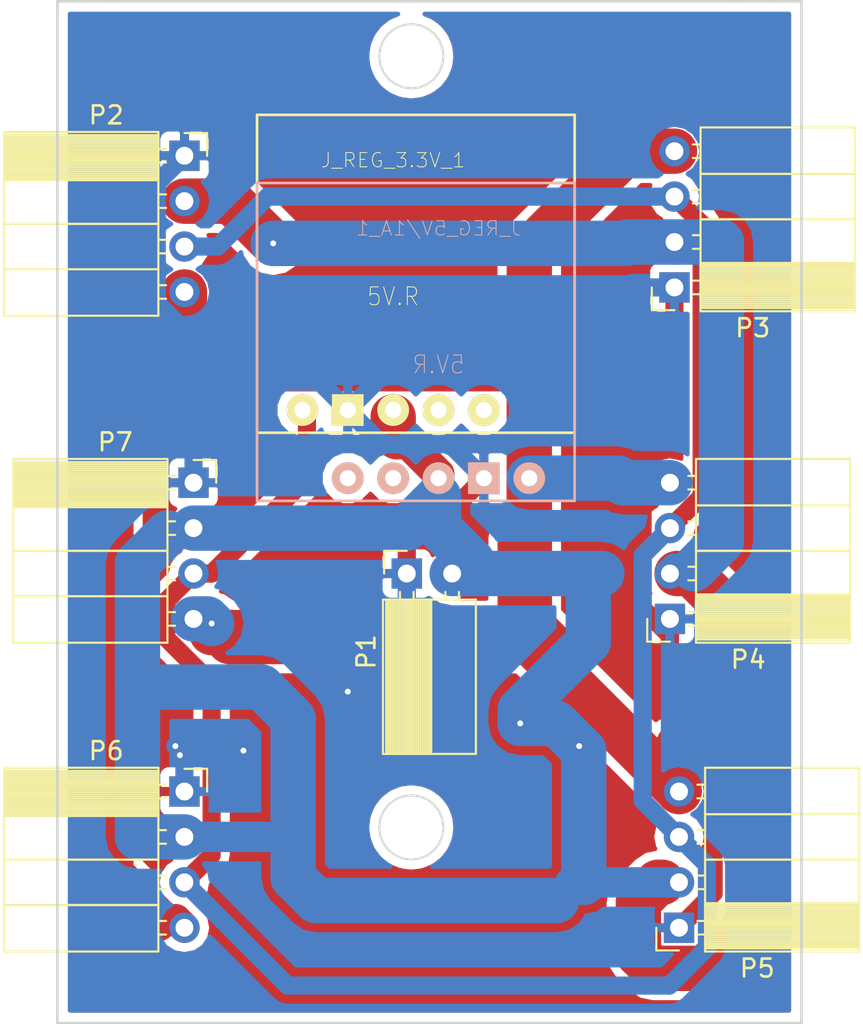
<source format=kicad_pcb>
(kicad_pcb (version 4) (host pcbnew 4.0.4-stable)

  (general
    (links 28)
    (no_connects 0)
    (area 136.322999 70.028999 178.129001 127.329001)
    (thickness 1.6)
    (drawings 554)
    (tracks 159)
    (zones 0)
    (modules 9)
    (nets 5)
  )

  (page A4)
  (layers
    (0 F.Cu signal)
    (31 B.Cu signal)
    (33 F.Adhes user)
    (34 B.Paste user)
    (35 F.Paste user)
    (36 B.SilkS user)
    (37 F.SilkS user)
    (38 B.Mask user)
    (39 F.Mask user)
    (40 Dwgs.User user)
    (41 Cmts.User user)
    (42 Eco1.User user)
    (43 Eco2.User user)
    (44 Edge.Cuts user)
    (45 Margin user)
    (47 F.CrtYd user)
    (49 F.Fab user)
  )

  (setup
    (last_trace_width 1.016)
    (trace_clearance 0.1524)
    (zone_clearance 0.508)
    (zone_45_only no)
    (trace_min 0.1524)
    (segment_width 0.2)
    (edge_width 0.15)
    (via_size 0.6858)
    (via_drill 0.3302)
    (via_min_size 0.6858)
    (via_min_drill 0.3302)
    (uvia_size 0.762)
    (uvia_drill 0.508)
    (uvias_allowed no)
    (uvia_min_size 0)
    (uvia_min_drill 0)
    (pcb_text_width 0.3)
    (pcb_text_size 1.5 1.5)
    (mod_edge_width 0.15)
    (mod_text_size 1 1)
    (mod_text_width 0.15)
    (pad_size 1.524 1.524)
    (pad_drill 0.762)
    (pad_to_mask_clearance 0.2)
    (aux_axis_origin 0 0)
    (visible_elements FFFFFF7F)
    (pcbplotparams
      (layerselection 0x00030_80000001)
      (usegerberextensions false)
      (excludeedgelayer true)
      (linewidth 0.100000)
      (plotframeref false)
      (viasonmask false)
      (mode 1)
      (useauxorigin false)
      (hpglpennumber 1)
      (hpglpenspeed 20)
      (hpglpendiameter 15)
      (hpglpenoverlay 2)
      (psnegative false)
      (psa4output false)
      (plotreference true)
      (plotvalue true)
      (plotinvisibletext false)
      (padsonsilk false)
      (subtractmaskfromsilk false)
      (outputformat 1)
      (mirror false)
      (drillshape 1)
      (scaleselection 1)
      (outputdirectory ""))
  )

  (net 0 "")
  (net 1 /3.3V)
  (net 2 /12V)
  (net 3 GND)
  (net 4 /5V)

  (net_class Default "This is the default net class."
    (clearance 0.1524)
    (trace_width 1.016)
    (via_dia 0.6858)
    (via_drill 0.3302)
    (uvia_dia 0.762)
    (uvia_drill 0.508)
  )

  (net_class 12v ""
    (clearance 0.1524)
    (trace_width 2.54)
    (via_dia 0.6858)
    (via_drill 0.3302)
    (uvia_dia 0.762)
    (uvia_drill 0.508)
    (add_net /12V)
  )

  (net_class 3.3v ""
    (clearance 0.1524)
    (trace_width 1.016)
    (via_dia 0.6858)
    (via_drill 0.3302)
    (uvia_dia 0.762)
    (uvia_drill 0.508)
    (add_net /3.3V)
    (add_net GND)
  )

  (net_class 5v ""
    (clearance 0.1524)
    (trace_width 2.54)
    (via_dia 0.6858)
    (via_drill 0.3302)
    (uvia_dia 0.762)
    (uvia_drill 0.508)
    (add_net /5V)
  )

  (module Socket_Strips:Socket_Strip_Angled_1x02_Pitch2.54mm (layer F.Cu) (tedit 588DE956) (tstamp 58CBAF62)
    (at 155.956 102.108 90)
    (descr "Through hole angled socket strip, 1x02, 2.54mm pitch, 8.51mm socket length, single row")
    (tags "Through hole angled socket strip THT 1x02 2.54mm single row")
    (path /58C2ACA6)
    (fp_text reference P1 (at -4.38 -2.27 90) (layer F.SilkS)
      (effects (font (size 1 1) (thickness 0.15)))
    )
    (fp_text value BATT (at -4.38 4.81 90) (layer F.Fab)
      (effects (font (size 1 1) (thickness 0.15)))
    )
    (fp_line (start -1.52 -1.27) (end -1.52 1.27) (layer F.Fab) (width 0.1))
    (fp_line (start -1.52 1.27) (end -10.03 1.27) (layer F.Fab) (width 0.1))
    (fp_line (start -10.03 1.27) (end -10.03 -1.27) (layer F.Fab) (width 0.1))
    (fp_line (start -10.03 -1.27) (end -1.52 -1.27) (layer F.Fab) (width 0.1))
    (fp_line (start 0 -0.32) (end 0 0.32) (layer F.Fab) (width 0.1))
    (fp_line (start 0 0.32) (end -1.52 0.32) (layer F.Fab) (width 0.1))
    (fp_line (start -1.52 0.32) (end -1.52 -0.32) (layer F.Fab) (width 0.1))
    (fp_line (start -1.52 -0.32) (end 0 -0.32) (layer F.Fab) (width 0.1))
    (fp_line (start -1.52 1.27) (end -1.52 3.81) (layer F.Fab) (width 0.1))
    (fp_line (start -1.52 3.81) (end -10.03 3.81) (layer F.Fab) (width 0.1))
    (fp_line (start -10.03 3.81) (end -10.03 1.27) (layer F.Fab) (width 0.1))
    (fp_line (start -10.03 1.27) (end -1.52 1.27) (layer F.Fab) (width 0.1))
    (fp_line (start 0 2.22) (end 0 2.86) (layer F.Fab) (width 0.1))
    (fp_line (start 0 2.86) (end -1.52 2.86) (layer F.Fab) (width 0.1))
    (fp_line (start -1.52 2.86) (end -1.52 2.22) (layer F.Fab) (width 0.1))
    (fp_line (start -1.52 2.22) (end 0 2.22) (layer F.Fab) (width 0.1))
    (fp_line (start -1.46 -1.33) (end -1.46 1.27) (layer F.SilkS) (width 0.12))
    (fp_line (start -1.46 1.27) (end -10.09 1.27) (layer F.SilkS) (width 0.12))
    (fp_line (start -10.09 1.27) (end -10.09 -1.33) (layer F.SilkS) (width 0.12))
    (fp_line (start -10.09 -1.33) (end -1.46 -1.33) (layer F.SilkS) (width 0.12))
    (fp_line (start -1.03 -0.38) (end -1.46 -0.38) (layer F.SilkS) (width 0.12))
    (fp_line (start -1.03 0.38) (end -1.46 0.38) (layer F.SilkS) (width 0.12))
    (fp_line (start -1.46 -1.15) (end -10.09 -1.15) (layer F.SilkS) (width 0.12))
    (fp_line (start -1.46 -1.03) (end -10.09 -1.03) (layer F.SilkS) (width 0.12))
    (fp_line (start -1.46 -0.91) (end -10.09 -0.91) (layer F.SilkS) (width 0.12))
    (fp_line (start -1.46 -0.79) (end -10.09 -0.79) (layer F.SilkS) (width 0.12))
    (fp_line (start -1.46 -0.67) (end -10.09 -0.67) (layer F.SilkS) (width 0.12))
    (fp_line (start -1.46 -0.55) (end -10.09 -0.55) (layer F.SilkS) (width 0.12))
    (fp_line (start -1.46 -0.43) (end -10.09 -0.43) (layer F.SilkS) (width 0.12))
    (fp_line (start -1.46 -0.31) (end -10.09 -0.31) (layer F.SilkS) (width 0.12))
    (fp_line (start -1.46 -0.19) (end -10.09 -0.19) (layer F.SilkS) (width 0.12))
    (fp_line (start -1.46 -0.07) (end -10.09 -0.07) (layer F.SilkS) (width 0.12))
    (fp_line (start -1.46 0.05) (end -10.09 0.05) (layer F.SilkS) (width 0.12))
    (fp_line (start -1.46 0.17) (end -10.09 0.17) (layer F.SilkS) (width 0.12))
    (fp_line (start -1.46 0.29) (end -10.09 0.29) (layer F.SilkS) (width 0.12))
    (fp_line (start -1.46 0.41) (end -10.09 0.41) (layer F.SilkS) (width 0.12))
    (fp_line (start -1.46 0.53) (end -10.09 0.53) (layer F.SilkS) (width 0.12))
    (fp_line (start -1.46 0.65) (end -10.09 0.65) (layer F.SilkS) (width 0.12))
    (fp_line (start -1.46 0.77) (end -10.09 0.77) (layer F.SilkS) (width 0.12))
    (fp_line (start -1.46 0.89) (end -10.09 0.89) (layer F.SilkS) (width 0.12))
    (fp_line (start -1.46 1.01) (end -10.09 1.01) (layer F.SilkS) (width 0.12))
    (fp_line (start -1.46 1.13) (end -10.09 1.13) (layer F.SilkS) (width 0.12))
    (fp_line (start -1.46 1.25) (end -10.09 1.25) (layer F.SilkS) (width 0.12))
    (fp_line (start -1.46 1.37) (end -10.09 1.37) (layer F.SilkS) (width 0.12))
    (fp_line (start -1.46 1.27) (end -1.46 3.87) (layer F.SilkS) (width 0.12))
    (fp_line (start -1.46 3.87) (end -10.09 3.87) (layer F.SilkS) (width 0.12))
    (fp_line (start -10.09 3.87) (end -10.09 1.27) (layer F.SilkS) (width 0.12))
    (fp_line (start -10.09 1.27) (end -1.46 1.27) (layer F.SilkS) (width 0.12))
    (fp_line (start -1.03 2.16) (end -1.46 2.16) (layer F.SilkS) (width 0.12))
    (fp_line (start -1.03 2.92) (end -1.46 2.92) (layer F.SilkS) (width 0.12))
    (fp_line (start 0 -1.27) (end 1.27 -1.27) (layer F.SilkS) (width 0.12))
    (fp_line (start 1.27 -1.27) (end 1.27 0) (layer F.SilkS) (width 0.12))
    (fp_line (start 1.55 -1.55) (end 1.55 4.1) (layer F.CrtYd) (width 0.05))
    (fp_line (start 1.55 4.1) (end -10.3 4.1) (layer F.CrtYd) (width 0.05))
    (fp_line (start -10.3 4.1) (end -10.3 -1.55) (layer F.CrtYd) (width 0.05))
    (fp_line (start -10.3 -1.55) (end 1.55 -1.55) (layer F.CrtYd) (width 0.05))
    (pad 1 thru_hole rect (at 0 0 90) (size 1.7 1.7) (drill 1) (layers *.Cu *.Mask)
      (net 3 GND))
    (pad 2 thru_hole oval (at 0 2.54 90) (size 1.7 1.7) (drill 1) (layers *.Cu *.Mask)
      (net 2 /12V))
    (model Socket_Strips.3dshapes/Socket_Strip_Angled_1x02_Pitch2.54mm.wrl
      (at (xyz 0 -0.05 0))
      (scale (xyz 1 1 1))
      (rotate (xyz 0 0 270))
    )
  )

  (module polol:5V_VOLTAGE_REGULATOR (layer F.Cu) (tedit 58C2A823) (tstamp 58CBAF16)
    (at 155.194 86.614)
    (descr "Polulu 5V Step-Up/Step-Down Voltage REgulator S7V7F5 Footprint")
    (path /58C2ABD0)
    (solder_mask_margin 0.1)
    (fp_text reference J_REG_3.3V_1 (at 0 -7.62 180) (layer F.SilkS)
      (effects (font (size 0.8 0.8) (thickness 0.05)))
    )
    (fp_text value 5V.R (at 0 0) (layer F.SilkS)
      (effects (font (size 1 0.9) (thickness 0.05)))
    )
    (fp_line (start -7.62 7.62) (end -5.08 7.62) (layer F.SilkS) (width 0.15))
    (fp_line (start -5.08 7.62) (end 10.16 7.62) (layer F.SilkS) (width 0.15))
    (fp_line (start -7.62 -10.16) (end 10.16 -10.16) (layer F.SilkS) (width 0.15))
    (fp_line (start 10.16 -10.16) (end 10.16 7.62) (layer F.SilkS) (width 0.15))
    (fp_line (start -7.62 7.62) (end -7.62 -10.16) (layer F.SilkS) (width 0.15))
    (pad PG thru_hole circle (at 5.08 6.35) (size 1.778 1.778) (drill 0.9) (layers *.Cu *.Mask F.SilkS)
      (solder_mask_margin 0.2))
    (pad SHDN thru_hole circle (at 2.54 6.35) (size 1.778 1.778) (drill 0.9) (layers *.Cu *.Mask F.SilkS)
      (solder_mask_margin 0.2))
    (pad VOUT thru_hole circle (at -5.08 6.35) (size 1.778 1.778) (drill 0.9) (layers *.Cu *.Mask F.SilkS)
      (net 1 /3.3V) (solder_mask_margin 0.2))
    (pad VIN thru_hole circle (at 0 6.35) (size 1.778 1.778) (drill 0.9) (layers *.Cu *.Mask F.SilkS)
      (net 2 /12V) (solder_mask_margin 0.2))
    (pad GND thru_hole rect (at -2.54 6.35) (size 1.778 1.778) (drill 0.9) (layers *.Cu *.Mask F.SilkS)
      (net 3 GND) (solder_mask_margin 0.2))
  )

  (module polol:5V_VOLTAGE_REGULATOR (layer B.Cu) (tedit 58C2A823) (tstamp 58CBAF24)
    (at 157.734 90.424 180)
    (descr "Polulu 5V Step-Up/Step-Down Voltage REgulator S7V7F5 Footprint")
    (path /58C2AAD4)
    (solder_mask_margin 0.1)
    (fp_text reference J_REG_5V/1A_1 (at 0 7.62 360) (layer B.SilkS)
      (effects (font (size 0.8 0.8) (thickness 0.05)) (justify mirror))
    )
    (fp_text value 5V.R (at 0 0 180) (layer B.SilkS)
      (effects (font (size 1 0.9) (thickness 0.05)) (justify mirror))
    )
    (fp_line (start -7.62 -7.62) (end -5.08 -7.62) (layer B.SilkS) (width 0.15))
    (fp_line (start -5.08 -7.62) (end 10.16 -7.62) (layer B.SilkS) (width 0.15))
    (fp_line (start -7.62 10.16) (end 10.16 10.16) (layer B.SilkS) (width 0.15))
    (fp_line (start 10.16 10.16) (end 10.16 -7.62) (layer B.SilkS) (width 0.15))
    (fp_line (start -7.62 -7.62) (end -7.62 10.16) (layer B.SilkS) (width 0.15))
    (pad PG thru_hole circle (at 5.08 -6.35 180) (size 1.778 1.778) (drill 0.9) (layers *.Cu *.Mask B.SilkS)
      (solder_mask_margin 0.2))
    (pad SHDN thru_hole circle (at 2.54 -6.35 180) (size 1.778 1.778) (drill 0.9) (layers *.Cu *.Mask B.SilkS)
      (solder_mask_margin 0.2))
    (pad VOUT thru_hole circle (at -5.08 -6.35 180) (size 1.778 1.778) (drill 0.9) (layers *.Cu *.Mask B.SilkS)
      (net 4 /5V) (solder_mask_margin 0.2))
    (pad VIN thru_hole circle (at 0 -6.35 180) (size 1.778 1.778) (drill 0.9) (layers *.Cu *.Mask B.SilkS)
      (net 2 /12V) (solder_mask_margin 0.2))
    (pad GND thru_hole rect (at -2.54 -6.35 180) (size 1.778 1.778) (drill 0.9) (layers *.Cu *.Mask B.SilkS)
      (net 3 GND) (solder_mask_margin 0.2))
  )

  (module Socket_Strips:Socket_Strip_Angled_1x04_Pitch2.54mm (layer F.Cu) (tedit 588DE956) (tstamp 58CBAFBE)
    (at 143.51 78.74)
    (descr "Through hole angled socket strip, 1x04, 2.54mm pitch, 8.51mm socket length, single row")
    (tags "Through hole angled socket strip THT 1x04 2.54mm single row")
    (path /58C2AFC8)
    (fp_text reference P2 (at -4.38 -2.27) (layer F.SilkS)
      (effects (font (size 1 1) (thickness 0.15)))
    )
    (fp_text value CONN_01X04 (at -4.38 9.89) (layer F.Fab)
      (effects (font (size 1 1) (thickness 0.15)))
    )
    (fp_line (start -1.52 -1.27) (end -1.52 1.27) (layer F.Fab) (width 0.1))
    (fp_line (start -1.52 1.27) (end -10.03 1.27) (layer F.Fab) (width 0.1))
    (fp_line (start -10.03 1.27) (end -10.03 -1.27) (layer F.Fab) (width 0.1))
    (fp_line (start -10.03 -1.27) (end -1.52 -1.27) (layer F.Fab) (width 0.1))
    (fp_line (start 0 -0.32) (end 0 0.32) (layer F.Fab) (width 0.1))
    (fp_line (start 0 0.32) (end -1.52 0.32) (layer F.Fab) (width 0.1))
    (fp_line (start -1.52 0.32) (end -1.52 -0.32) (layer F.Fab) (width 0.1))
    (fp_line (start -1.52 -0.32) (end 0 -0.32) (layer F.Fab) (width 0.1))
    (fp_line (start -1.52 1.27) (end -1.52 3.81) (layer F.Fab) (width 0.1))
    (fp_line (start -1.52 3.81) (end -10.03 3.81) (layer F.Fab) (width 0.1))
    (fp_line (start -10.03 3.81) (end -10.03 1.27) (layer F.Fab) (width 0.1))
    (fp_line (start -10.03 1.27) (end -1.52 1.27) (layer F.Fab) (width 0.1))
    (fp_line (start 0 2.22) (end 0 2.86) (layer F.Fab) (width 0.1))
    (fp_line (start 0 2.86) (end -1.52 2.86) (layer F.Fab) (width 0.1))
    (fp_line (start -1.52 2.86) (end -1.52 2.22) (layer F.Fab) (width 0.1))
    (fp_line (start -1.52 2.22) (end 0 2.22) (layer F.Fab) (width 0.1))
    (fp_line (start -1.52 3.81) (end -1.52 6.35) (layer F.Fab) (width 0.1))
    (fp_line (start -1.52 6.35) (end -10.03 6.35) (layer F.Fab) (width 0.1))
    (fp_line (start -10.03 6.35) (end -10.03 3.81) (layer F.Fab) (width 0.1))
    (fp_line (start -10.03 3.81) (end -1.52 3.81) (layer F.Fab) (width 0.1))
    (fp_line (start 0 4.76) (end 0 5.4) (layer F.Fab) (width 0.1))
    (fp_line (start 0 5.4) (end -1.52 5.4) (layer F.Fab) (width 0.1))
    (fp_line (start -1.52 5.4) (end -1.52 4.76) (layer F.Fab) (width 0.1))
    (fp_line (start -1.52 4.76) (end 0 4.76) (layer F.Fab) (width 0.1))
    (fp_line (start -1.52 6.35) (end -1.52 8.89) (layer F.Fab) (width 0.1))
    (fp_line (start -1.52 8.89) (end -10.03 8.89) (layer F.Fab) (width 0.1))
    (fp_line (start -10.03 8.89) (end -10.03 6.35) (layer F.Fab) (width 0.1))
    (fp_line (start -10.03 6.35) (end -1.52 6.35) (layer F.Fab) (width 0.1))
    (fp_line (start 0 7.3) (end 0 7.94) (layer F.Fab) (width 0.1))
    (fp_line (start 0 7.94) (end -1.52 7.94) (layer F.Fab) (width 0.1))
    (fp_line (start -1.52 7.94) (end -1.52 7.3) (layer F.Fab) (width 0.1))
    (fp_line (start -1.52 7.3) (end 0 7.3) (layer F.Fab) (width 0.1))
    (fp_line (start -1.46 -1.33) (end -1.46 1.27) (layer F.SilkS) (width 0.12))
    (fp_line (start -1.46 1.27) (end -10.09 1.27) (layer F.SilkS) (width 0.12))
    (fp_line (start -10.09 1.27) (end -10.09 -1.33) (layer F.SilkS) (width 0.12))
    (fp_line (start -10.09 -1.33) (end -1.46 -1.33) (layer F.SilkS) (width 0.12))
    (fp_line (start -1.03 -0.38) (end -1.46 -0.38) (layer F.SilkS) (width 0.12))
    (fp_line (start -1.03 0.38) (end -1.46 0.38) (layer F.SilkS) (width 0.12))
    (fp_line (start -1.46 -1.15) (end -10.09 -1.15) (layer F.SilkS) (width 0.12))
    (fp_line (start -1.46 -1.03) (end -10.09 -1.03) (layer F.SilkS) (width 0.12))
    (fp_line (start -1.46 -0.91) (end -10.09 -0.91) (layer F.SilkS) (width 0.12))
    (fp_line (start -1.46 -0.79) (end -10.09 -0.79) (layer F.SilkS) (width 0.12))
    (fp_line (start -1.46 -0.67) (end -10.09 -0.67) (layer F.SilkS) (width 0.12))
    (fp_line (start -1.46 -0.55) (end -10.09 -0.55) (layer F.SilkS) (width 0.12))
    (fp_line (start -1.46 -0.43) (end -10.09 -0.43) (layer F.SilkS) (width 0.12))
    (fp_line (start -1.46 -0.31) (end -10.09 -0.31) (layer F.SilkS) (width 0.12))
    (fp_line (start -1.46 -0.19) (end -10.09 -0.19) (layer F.SilkS) (width 0.12))
    (fp_line (start -1.46 -0.07) (end -10.09 -0.07) (layer F.SilkS) (width 0.12))
    (fp_line (start -1.46 0.05) (end -10.09 0.05) (layer F.SilkS) (width 0.12))
    (fp_line (start -1.46 0.17) (end -10.09 0.17) (layer F.SilkS) (width 0.12))
    (fp_line (start -1.46 0.29) (end -10.09 0.29) (layer F.SilkS) (width 0.12))
    (fp_line (start -1.46 0.41) (end -10.09 0.41) (layer F.SilkS) (width 0.12))
    (fp_line (start -1.46 0.53) (end -10.09 0.53) (layer F.SilkS) (width 0.12))
    (fp_line (start -1.46 0.65) (end -10.09 0.65) (layer F.SilkS) (width 0.12))
    (fp_line (start -1.46 0.77) (end -10.09 0.77) (layer F.SilkS) (width 0.12))
    (fp_line (start -1.46 0.89) (end -10.09 0.89) (layer F.SilkS) (width 0.12))
    (fp_line (start -1.46 1.01) (end -10.09 1.01) (layer F.SilkS) (width 0.12))
    (fp_line (start -1.46 1.13) (end -10.09 1.13) (layer F.SilkS) (width 0.12))
    (fp_line (start -1.46 1.25) (end -10.09 1.25) (layer F.SilkS) (width 0.12))
    (fp_line (start -1.46 1.37) (end -10.09 1.37) (layer F.SilkS) (width 0.12))
    (fp_line (start -1.46 1.27) (end -1.46 3.81) (layer F.SilkS) (width 0.12))
    (fp_line (start -1.46 3.81) (end -10.09 3.81) (layer F.SilkS) (width 0.12))
    (fp_line (start -10.09 3.81) (end -10.09 1.27) (layer F.SilkS) (width 0.12))
    (fp_line (start -10.09 1.27) (end -1.46 1.27) (layer F.SilkS) (width 0.12))
    (fp_line (start -1.03 2.16) (end -1.46 2.16) (layer F.SilkS) (width 0.12))
    (fp_line (start -1.03 2.92) (end -1.46 2.92) (layer F.SilkS) (width 0.12))
    (fp_line (start -1.46 3.81) (end -1.46 6.35) (layer F.SilkS) (width 0.12))
    (fp_line (start -1.46 6.35) (end -10.09 6.35) (layer F.SilkS) (width 0.12))
    (fp_line (start -10.09 6.35) (end -10.09 3.81) (layer F.SilkS) (width 0.12))
    (fp_line (start -10.09 3.81) (end -1.46 3.81) (layer F.SilkS) (width 0.12))
    (fp_line (start -1.03 4.7) (end -1.46 4.7) (layer F.SilkS) (width 0.12))
    (fp_line (start -1.03 5.46) (end -1.46 5.46) (layer F.SilkS) (width 0.12))
    (fp_line (start -1.46 6.35) (end -1.46 8.95) (layer F.SilkS) (width 0.12))
    (fp_line (start -1.46 8.95) (end -10.09 8.95) (layer F.SilkS) (width 0.12))
    (fp_line (start -10.09 8.95) (end -10.09 6.35) (layer F.SilkS) (width 0.12))
    (fp_line (start -10.09 6.35) (end -1.46 6.35) (layer F.SilkS) (width 0.12))
    (fp_line (start -1.03 7.24) (end -1.46 7.24) (layer F.SilkS) (width 0.12))
    (fp_line (start -1.03 8) (end -1.46 8) (layer F.SilkS) (width 0.12))
    (fp_line (start 0 -1.27) (end 1.27 -1.27) (layer F.SilkS) (width 0.12))
    (fp_line (start 1.27 -1.27) (end 1.27 0) (layer F.SilkS) (width 0.12))
    (fp_line (start 1.55 -1.55) (end 1.55 9.15) (layer F.CrtYd) (width 0.05))
    (fp_line (start 1.55 9.15) (end -10.3 9.15) (layer F.CrtYd) (width 0.05))
    (fp_line (start -10.3 9.15) (end -10.3 -1.55) (layer F.CrtYd) (width 0.05))
    (fp_line (start -10.3 -1.55) (end 1.55 -1.55) (layer F.CrtYd) (width 0.05))
    (pad 1 thru_hole rect (at 0 0) (size 1.7 1.7) (drill 1) (layers *.Cu *.Mask)
      (net 3 GND))
    (pad 2 thru_hole oval (at 0 2.54) (size 1.7 1.7) (drill 1) (layers *.Cu *.Mask)
      (net 2 /12V))
    (pad 3 thru_hole oval (at 0 5.08) (size 1.7 1.7) (drill 1) (layers *.Cu *.Mask)
      (net 1 /3.3V))
    (pad 4 thru_hole oval (at 0 7.62) (size 1.7 1.7) (drill 1) (layers *.Cu *.Mask)
      (net 4 /5V))
    (model Socket_Strips.3dshapes/Socket_Strip_Angled_1x04_Pitch2.54mm.wrl
      (at (xyz 0 -0.15 0))
      (scale (xyz 1 1 1))
      (rotate (xyz 0 0 270))
    )
  )

  (module Socket_Strips:Socket_Strip_Angled_1x04_Pitch2.54mm (layer F.Cu) (tedit 588DE956) (tstamp 58CBB01A)
    (at 170.942 86.106 180)
    (descr "Through hole angled socket strip, 1x04, 2.54mm pitch, 8.51mm socket length, single row")
    (tags "Through hole angled socket strip THT 1x04 2.54mm single row")
    (path /58C2AE95)
    (fp_text reference P3 (at -4.38 -2.27 180) (layer F.SilkS)
      (effects (font (size 1 1) (thickness 0.15)))
    )
    (fp_text value CONN_01X04 (at -4.38 9.89 180) (layer F.Fab)
      (effects (font (size 1 1) (thickness 0.15)))
    )
    (fp_line (start -1.52 -1.27) (end -1.52 1.27) (layer F.Fab) (width 0.1))
    (fp_line (start -1.52 1.27) (end -10.03 1.27) (layer F.Fab) (width 0.1))
    (fp_line (start -10.03 1.27) (end -10.03 -1.27) (layer F.Fab) (width 0.1))
    (fp_line (start -10.03 -1.27) (end -1.52 -1.27) (layer F.Fab) (width 0.1))
    (fp_line (start 0 -0.32) (end 0 0.32) (layer F.Fab) (width 0.1))
    (fp_line (start 0 0.32) (end -1.52 0.32) (layer F.Fab) (width 0.1))
    (fp_line (start -1.52 0.32) (end -1.52 -0.32) (layer F.Fab) (width 0.1))
    (fp_line (start -1.52 -0.32) (end 0 -0.32) (layer F.Fab) (width 0.1))
    (fp_line (start -1.52 1.27) (end -1.52 3.81) (layer F.Fab) (width 0.1))
    (fp_line (start -1.52 3.81) (end -10.03 3.81) (layer F.Fab) (width 0.1))
    (fp_line (start -10.03 3.81) (end -10.03 1.27) (layer F.Fab) (width 0.1))
    (fp_line (start -10.03 1.27) (end -1.52 1.27) (layer F.Fab) (width 0.1))
    (fp_line (start 0 2.22) (end 0 2.86) (layer F.Fab) (width 0.1))
    (fp_line (start 0 2.86) (end -1.52 2.86) (layer F.Fab) (width 0.1))
    (fp_line (start -1.52 2.86) (end -1.52 2.22) (layer F.Fab) (width 0.1))
    (fp_line (start -1.52 2.22) (end 0 2.22) (layer F.Fab) (width 0.1))
    (fp_line (start -1.52 3.81) (end -1.52 6.35) (layer F.Fab) (width 0.1))
    (fp_line (start -1.52 6.35) (end -10.03 6.35) (layer F.Fab) (width 0.1))
    (fp_line (start -10.03 6.35) (end -10.03 3.81) (layer F.Fab) (width 0.1))
    (fp_line (start -10.03 3.81) (end -1.52 3.81) (layer F.Fab) (width 0.1))
    (fp_line (start 0 4.76) (end 0 5.4) (layer F.Fab) (width 0.1))
    (fp_line (start 0 5.4) (end -1.52 5.4) (layer F.Fab) (width 0.1))
    (fp_line (start -1.52 5.4) (end -1.52 4.76) (layer F.Fab) (width 0.1))
    (fp_line (start -1.52 4.76) (end 0 4.76) (layer F.Fab) (width 0.1))
    (fp_line (start -1.52 6.35) (end -1.52 8.89) (layer F.Fab) (width 0.1))
    (fp_line (start -1.52 8.89) (end -10.03 8.89) (layer F.Fab) (width 0.1))
    (fp_line (start -10.03 8.89) (end -10.03 6.35) (layer F.Fab) (width 0.1))
    (fp_line (start -10.03 6.35) (end -1.52 6.35) (layer F.Fab) (width 0.1))
    (fp_line (start 0 7.3) (end 0 7.94) (layer F.Fab) (width 0.1))
    (fp_line (start 0 7.94) (end -1.52 7.94) (layer F.Fab) (width 0.1))
    (fp_line (start -1.52 7.94) (end -1.52 7.3) (layer F.Fab) (width 0.1))
    (fp_line (start -1.52 7.3) (end 0 7.3) (layer F.Fab) (width 0.1))
    (fp_line (start -1.46 -1.33) (end -1.46 1.27) (layer F.SilkS) (width 0.12))
    (fp_line (start -1.46 1.27) (end -10.09 1.27) (layer F.SilkS) (width 0.12))
    (fp_line (start -10.09 1.27) (end -10.09 -1.33) (layer F.SilkS) (width 0.12))
    (fp_line (start -10.09 -1.33) (end -1.46 -1.33) (layer F.SilkS) (width 0.12))
    (fp_line (start -1.03 -0.38) (end -1.46 -0.38) (layer F.SilkS) (width 0.12))
    (fp_line (start -1.03 0.38) (end -1.46 0.38) (layer F.SilkS) (width 0.12))
    (fp_line (start -1.46 -1.15) (end -10.09 -1.15) (layer F.SilkS) (width 0.12))
    (fp_line (start -1.46 -1.03) (end -10.09 -1.03) (layer F.SilkS) (width 0.12))
    (fp_line (start -1.46 -0.91) (end -10.09 -0.91) (layer F.SilkS) (width 0.12))
    (fp_line (start -1.46 -0.79) (end -10.09 -0.79) (layer F.SilkS) (width 0.12))
    (fp_line (start -1.46 -0.67) (end -10.09 -0.67) (layer F.SilkS) (width 0.12))
    (fp_line (start -1.46 -0.55) (end -10.09 -0.55) (layer F.SilkS) (width 0.12))
    (fp_line (start -1.46 -0.43) (end -10.09 -0.43) (layer F.SilkS) (width 0.12))
    (fp_line (start -1.46 -0.31) (end -10.09 -0.31) (layer F.SilkS) (width 0.12))
    (fp_line (start -1.46 -0.19) (end -10.09 -0.19) (layer F.SilkS) (width 0.12))
    (fp_line (start -1.46 -0.07) (end -10.09 -0.07) (layer F.SilkS) (width 0.12))
    (fp_line (start -1.46 0.05) (end -10.09 0.05) (layer F.SilkS) (width 0.12))
    (fp_line (start -1.46 0.17) (end -10.09 0.17) (layer F.SilkS) (width 0.12))
    (fp_line (start -1.46 0.29) (end -10.09 0.29) (layer F.SilkS) (width 0.12))
    (fp_line (start -1.46 0.41) (end -10.09 0.41) (layer F.SilkS) (width 0.12))
    (fp_line (start -1.46 0.53) (end -10.09 0.53) (layer F.SilkS) (width 0.12))
    (fp_line (start -1.46 0.65) (end -10.09 0.65) (layer F.SilkS) (width 0.12))
    (fp_line (start -1.46 0.77) (end -10.09 0.77) (layer F.SilkS) (width 0.12))
    (fp_line (start -1.46 0.89) (end -10.09 0.89) (layer F.SilkS) (width 0.12))
    (fp_line (start -1.46 1.01) (end -10.09 1.01) (layer F.SilkS) (width 0.12))
    (fp_line (start -1.46 1.13) (end -10.09 1.13) (layer F.SilkS) (width 0.12))
    (fp_line (start -1.46 1.25) (end -10.09 1.25) (layer F.SilkS) (width 0.12))
    (fp_line (start -1.46 1.37) (end -10.09 1.37) (layer F.SilkS) (width 0.12))
    (fp_line (start -1.46 1.27) (end -1.46 3.81) (layer F.SilkS) (width 0.12))
    (fp_line (start -1.46 3.81) (end -10.09 3.81) (layer F.SilkS) (width 0.12))
    (fp_line (start -10.09 3.81) (end -10.09 1.27) (layer F.SilkS) (width 0.12))
    (fp_line (start -10.09 1.27) (end -1.46 1.27) (layer F.SilkS) (width 0.12))
    (fp_line (start -1.03 2.16) (end -1.46 2.16) (layer F.SilkS) (width 0.12))
    (fp_line (start -1.03 2.92) (end -1.46 2.92) (layer F.SilkS) (width 0.12))
    (fp_line (start -1.46 3.81) (end -1.46 6.35) (layer F.SilkS) (width 0.12))
    (fp_line (start -1.46 6.35) (end -10.09 6.35) (layer F.SilkS) (width 0.12))
    (fp_line (start -10.09 6.35) (end -10.09 3.81) (layer F.SilkS) (width 0.12))
    (fp_line (start -10.09 3.81) (end -1.46 3.81) (layer F.SilkS) (width 0.12))
    (fp_line (start -1.03 4.7) (end -1.46 4.7) (layer F.SilkS) (width 0.12))
    (fp_line (start -1.03 5.46) (end -1.46 5.46) (layer F.SilkS) (width 0.12))
    (fp_line (start -1.46 6.35) (end -1.46 8.95) (layer F.SilkS) (width 0.12))
    (fp_line (start -1.46 8.95) (end -10.09 8.95) (layer F.SilkS) (width 0.12))
    (fp_line (start -10.09 8.95) (end -10.09 6.35) (layer F.SilkS) (width 0.12))
    (fp_line (start -10.09 6.35) (end -1.46 6.35) (layer F.SilkS) (width 0.12))
    (fp_line (start -1.03 7.24) (end -1.46 7.24) (layer F.SilkS) (width 0.12))
    (fp_line (start -1.03 8) (end -1.46 8) (layer F.SilkS) (width 0.12))
    (fp_line (start 0 -1.27) (end 1.27 -1.27) (layer F.SilkS) (width 0.12))
    (fp_line (start 1.27 -1.27) (end 1.27 0) (layer F.SilkS) (width 0.12))
    (fp_line (start 1.55 -1.55) (end 1.55 9.15) (layer F.CrtYd) (width 0.05))
    (fp_line (start 1.55 9.15) (end -10.3 9.15) (layer F.CrtYd) (width 0.05))
    (fp_line (start -10.3 9.15) (end -10.3 -1.55) (layer F.CrtYd) (width 0.05))
    (fp_line (start -10.3 -1.55) (end 1.55 -1.55) (layer F.CrtYd) (width 0.05))
    (pad 1 thru_hole rect (at 0 0 180) (size 1.7 1.7) (drill 1) (layers *.Cu *.Mask)
      (net 3 GND))
    (pad 2 thru_hole oval (at 0 2.54 180) (size 1.7 1.7) (drill 1) (layers *.Cu *.Mask)
      (net 2 /12V))
    (pad 3 thru_hole oval (at 0 5.08 180) (size 1.7 1.7) (drill 1) (layers *.Cu *.Mask)
      (net 1 /3.3V))
    (pad 4 thru_hole oval (at 0 7.62 180) (size 1.7 1.7) (drill 1) (layers *.Cu *.Mask)
      (net 4 /5V))
    (model Socket_Strips.3dshapes/Socket_Strip_Angled_1x04_Pitch2.54mm.wrl
      (at (xyz 0 -0.15 0))
      (scale (xyz 1 1 1))
      (rotate (xyz 0 0 270))
    )
  )

  (module Socket_Strips:Socket_Strip_Angled_1x04_Pitch2.54mm (layer F.Cu) (tedit 588DE956) (tstamp 58CBB076)
    (at 170.688 104.648 180)
    (descr "Through hole angled socket strip, 1x04, 2.54mm pitch, 8.51mm socket length, single row")
    (tags "Through hole angled socket strip THT 1x04 2.54mm single row")
    (path /58C2AD03)
    (fp_text reference P4 (at -4.38 -2.27 180) (layer F.SilkS)
      (effects (font (size 1 1) (thickness 0.15)))
    )
    (fp_text value CONN_01X04 (at -4.38 9.89 180) (layer F.Fab)
      (effects (font (size 1 1) (thickness 0.15)))
    )
    (fp_line (start -1.52 -1.27) (end -1.52 1.27) (layer F.Fab) (width 0.1))
    (fp_line (start -1.52 1.27) (end -10.03 1.27) (layer F.Fab) (width 0.1))
    (fp_line (start -10.03 1.27) (end -10.03 -1.27) (layer F.Fab) (width 0.1))
    (fp_line (start -10.03 -1.27) (end -1.52 -1.27) (layer F.Fab) (width 0.1))
    (fp_line (start 0 -0.32) (end 0 0.32) (layer F.Fab) (width 0.1))
    (fp_line (start 0 0.32) (end -1.52 0.32) (layer F.Fab) (width 0.1))
    (fp_line (start -1.52 0.32) (end -1.52 -0.32) (layer F.Fab) (width 0.1))
    (fp_line (start -1.52 -0.32) (end 0 -0.32) (layer F.Fab) (width 0.1))
    (fp_line (start -1.52 1.27) (end -1.52 3.81) (layer F.Fab) (width 0.1))
    (fp_line (start -1.52 3.81) (end -10.03 3.81) (layer F.Fab) (width 0.1))
    (fp_line (start -10.03 3.81) (end -10.03 1.27) (layer F.Fab) (width 0.1))
    (fp_line (start -10.03 1.27) (end -1.52 1.27) (layer F.Fab) (width 0.1))
    (fp_line (start 0 2.22) (end 0 2.86) (layer F.Fab) (width 0.1))
    (fp_line (start 0 2.86) (end -1.52 2.86) (layer F.Fab) (width 0.1))
    (fp_line (start -1.52 2.86) (end -1.52 2.22) (layer F.Fab) (width 0.1))
    (fp_line (start -1.52 2.22) (end 0 2.22) (layer F.Fab) (width 0.1))
    (fp_line (start -1.52 3.81) (end -1.52 6.35) (layer F.Fab) (width 0.1))
    (fp_line (start -1.52 6.35) (end -10.03 6.35) (layer F.Fab) (width 0.1))
    (fp_line (start -10.03 6.35) (end -10.03 3.81) (layer F.Fab) (width 0.1))
    (fp_line (start -10.03 3.81) (end -1.52 3.81) (layer F.Fab) (width 0.1))
    (fp_line (start 0 4.76) (end 0 5.4) (layer F.Fab) (width 0.1))
    (fp_line (start 0 5.4) (end -1.52 5.4) (layer F.Fab) (width 0.1))
    (fp_line (start -1.52 5.4) (end -1.52 4.76) (layer F.Fab) (width 0.1))
    (fp_line (start -1.52 4.76) (end 0 4.76) (layer F.Fab) (width 0.1))
    (fp_line (start -1.52 6.35) (end -1.52 8.89) (layer F.Fab) (width 0.1))
    (fp_line (start -1.52 8.89) (end -10.03 8.89) (layer F.Fab) (width 0.1))
    (fp_line (start -10.03 8.89) (end -10.03 6.35) (layer F.Fab) (width 0.1))
    (fp_line (start -10.03 6.35) (end -1.52 6.35) (layer F.Fab) (width 0.1))
    (fp_line (start 0 7.3) (end 0 7.94) (layer F.Fab) (width 0.1))
    (fp_line (start 0 7.94) (end -1.52 7.94) (layer F.Fab) (width 0.1))
    (fp_line (start -1.52 7.94) (end -1.52 7.3) (layer F.Fab) (width 0.1))
    (fp_line (start -1.52 7.3) (end 0 7.3) (layer F.Fab) (width 0.1))
    (fp_line (start -1.46 -1.33) (end -1.46 1.27) (layer F.SilkS) (width 0.12))
    (fp_line (start -1.46 1.27) (end -10.09 1.27) (layer F.SilkS) (width 0.12))
    (fp_line (start -10.09 1.27) (end -10.09 -1.33) (layer F.SilkS) (width 0.12))
    (fp_line (start -10.09 -1.33) (end -1.46 -1.33) (layer F.SilkS) (width 0.12))
    (fp_line (start -1.03 -0.38) (end -1.46 -0.38) (layer F.SilkS) (width 0.12))
    (fp_line (start -1.03 0.38) (end -1.46 0.38) (layer F.SilkS) (width 0.12))
    (fp_line (start -1.46 -1.15) (end -10.09 -1.15) (layer F.SilkS) (width 0.12))
    (fp_line (start -1.46 -1.03) (end -10.09 -1.03) (layer F.SilkS) (width 0.12))
    (fp_line (start -1.46 -0.91) (end -10.09 -0.91) (layer F.SilkS) (width 0.12))
    (fp_line (start -1.46 -0.79) (end -10.09 -0.79) (layer F.SilkS) (width 0.12))
    (fp_line (start -1.46 -0.67) (end -10.09 -0.67) (layer F.SilkS) (width 0.12))
    (fp_line (start -1.46 -0.55) (end -10.09 -0.55) (layer F.SilkS) (width 0.12))
    (fp_line (start -1.46 -0.43) (end -10.09 -0.43) (layer F.SilkS) (width 0.12))
    (fp_line (start -1.46 -0.31) (end -10.09 -0.31) (layer F.SilkS) (width 0.12))
    (fp_line (start -1.46 -0.19) (end -10.09 -0.19) (layer F.SilkS) (width 0.12))
    (fp_line (start -1.46 -0.07) (end -10.09 -0.07) (layer F.SilkS) (width 0.12))
    (fp_line (start -1.46 0.05) (end -10.09 0.05) (layer F.SilkS) (width 0.12))
    (fp_line (start -1.46 0.17) (end -10.09 0.17) (layer F.SilkS) (width 0.12))
    (fp_line (start -1.46 0.29) (end -10.09 0.29) (layer F.SilkS) (width 0.12))
    (fp_line (start -1.46 0.41) (end -10.09 0.41) (layer F.SilkS) (width 0.12))
    (fp_line (start -1.46 0.53) (end -10.09 0.53) (layer F.SilkS) (width 0.12))
    (fp_line (start -1.46 0.65) (end -10.09 0.65) (layer F.SilkS) (width 0.12))
    (fp_line (start -1.46 0.77) (end -10.09 0.77) (layer F.SilkS) (width 0.12))
    (fp_line (start -1.46 0.89) (end -10.09 0.89) (layer F.SilkS) (width 0.12))
    (fp_line (start -1.46 1.01) (end -10.09 1.01) (layer F.SilkS) (width 0.12))
    (fp_line (start -1.46 1.13) (end -10.09 1.13) (layer F.SilkS) (width 0.12))
    (fp_line (start -1.46 1.25) (end -10.09 1.25) (layer F.SilkS) (width 0.12))
    (fp_line (start -1.46 1.37) (end -10.09 1.37) (layer F.SilkS) (width 0.12))
    (fp_line (start -1.46 1.27) (end -1.46 3.81) (layer F.SilkS) (width 0.12))
    (fp_line (start -1.46 3.81) (end -10.09 3.81) (layer F.SilkS) (width 0.12))
    (fp_line (start -10.09 3.81) (end -10.09 1.27) (layer F.SilkS) (width 0.12))
    (fp_line (start -10.09 1.27) (end -1.46 1.27) (layer F.SilkS) (width 0.12))
    (fp_line (start -1.03 2.16) (end -1.46 2.16) (layer F.SilkS) (width 0.12))
    (fp_line (start -1.03 2.92) (end -1.46 2.92) (layer F.SilkS) (width 0.12))
    (fp_line (start -1.46 3.81) (end -1.46 6.35) (layer F.SilkS) (width 0.12))
    (fp_line (start -1.46 6.35) (end -10.09 6.35) (layer F.SilkS) (width 0.12))
    (fp_line (start -10.09 6.35) (end -10.09 3.81) (layer F.SilkS) (width 0.12))
    (fp_line (start -10.09 3.81) (end -1.46 3.81) (layer F.SilkS) (width 0.12))
    (fp_line (start -1.03 4.7) (end -1.46 4.7) (layer F.SilkS) (width 0.12))
    (fp_line (start -1.03 5.46) (end -1.46 5.46) (layer F.SilkS) (width 0.12))
    (fp_line (start -1.46 6.35) (end -1.46 8.95) (layer F.SilkS) (width 0.12))
    (fp_line (start -1.46 8.95) (end -10.09 8.95) (layer F.SilkS) (width 0.12))
    (fp_line (start -10.09 8.95) (end -10.09 6.35) (layer F.SilkS) (width 0.12))
    (fp_line (start -10.09 6.35) (end -1.46 6.35) (layer F.SilkS) (width 0.12))
    (fp_line (start -1.03 7.24) (end -1.46 7.24) (layer F.SilkS) (width 0.12))
    (fp_line (start -1.03 8) (end -1.46 8) (layer F.SilkS) (width 0.12))
    (fp_line (start 0 -1.27) (end 1.27 -1.27) (layer F.SilkS) (width 0.12))
    (fp_line (start 1.27 -1.27) (end 1.27 0) (layer F.SilkS) (width 0.12))
    (fp_line (start 1.55 -1.55) (end 1.55 9.15) (layer F.CrtYd) (width 0.05))
    (fp_line (start 1.55 9.15) (end -10.3 9.15) (layer F.CrtYd) (width 0.05))
    (fp_line (start -10.3 9.15) (end -10.3 -1.55) (layer F.CrtYd) (width 0.05))
    (fp_line (start -10.3 -1.55) (end 1.55 -1.55) (layer F.CrtYd) (width 0.05))
    (pad 1 thru_hole rect (at 0 0 180) (size 1.7 1.7) (drill 1) (layers *.Cu *.Mask)
      (net 3 GND))
    (pad 2 thru_hole oval (at 0 2.54 180) (size 1.7 1.7) (drill 1) (layers *.Cu *.Mask)
      (net 2 /12V))
    (pad 3 thru_hole oval (at 0 5.08 180) (size 1.7 1.7) (drill 1) (layers *.Cu *.Mask)
      (net 1 /3.3V))
    (pad 4 thru_hole oval (at 0 7.62 180) (size 1.7 1.7) (drill 1) (layers *.Cu *.Mask)
      (net 4 /5V))
    (model Socket_Strips.3dshapes/Socket_Strip_Angled_1x04_Pitch2.54mm.wrl
      (at (xyz 0 -0.15 0))
      (scale (xyz 1 1 1))
      (rotate (xyz 0 0 270))
    )
  )

  (module Socket_Strips:Socket_Strip_Angled_1x04_Pitch2.54mm (layer F.Cu) (tedit 588DE956) (tstamp 58CBB0D2)
    (at 171.196 121.92 180)
    (descr "Through hole angled socket strip, 1x04, 2.54mm pitch, 8.51mm socket length, single row")
    (tags "Through hole angled socket strip THT 1x04 2.54mm single row")
    (path /58C2ADD4)
    (fp_text reference P5 (at -4.38 -2.27 180) (layer F.SilkS)
      (effects (font (size 1 1) (thickness 0.15)))
    )
    (fp_text value CONN_01X04 (at -4.38 9.89 180) (layer F.Fab)
      (effects (font (size 1 1) (thickness 0.15)))
    )
    (fp_line (start -1.52 -1.27) (end -1.52 1.27) (layer F.Fab) (width 0.1))
    (fp_line (start -1.52 1.27) (end -10.03 1.27) (layer F.Fab) (width 0.1))
    (fp_line (start -10.03 1.27) (end -10.03 -1.27) (layer F.Fab) (width 0.1))
    (fp_line (start -10.03 -1.27) (end -1.52 -1.27) (layer F.Fab) (width 0.1))
    (fp_line (start 0 -0.32) (end 0 0.32) (layer F.Fab) (width 0.1))
    (fp_line (start 0 0.32) (end -1.52 0.32) (layer F.Fab) (width 0.1))
    (fp_line (start -1.52 0.32) (end -1.52 -0.32) (layer F.Fab) (width 0.1))
    (fp_line (start -1.52 -0.32) (end 0 -0.32) (layer F.Fab) (width 0.1))
    (fp_line (start -1.52 1.27) (end -1.52 3.81) (layer F.Fab) (width 0.1))
    (fp_line (start -1.52 3.81) (end -10.03 3.81) (layer F.Fab) (width 0.1))
    (fp_line (start -10.03 3.81) (end -10.03 1.27) (layer F.Fab) (width 0.1))
    (fp_line (start -10.03 1.27) (end -1.52 1.27) (layer F.Fab) (width 0.1))
    (fp_line (start 0 2.22) (end 0 2.86) (layer F.Fab) (width 0.1))
    (fp_line (start 0 2.86) (end -1.52 2.86) (layer F.Fab) (width 0.1))
    (fp_line (start -1.52 2.86) (end -1.52 2.22) (layer F.Fab) (width 0.1))
    (fp_line (start -1.52 2.22) (end 0 2.22) (layer F.Fab) (width 0.1))
    (fp_line (start -1.52 3.81) (end -1.52 6.35) (layer F.Fab) (width 0.1))
    (fp_line (start -1.52 6.35) (end -10.03 6.35) (layer F.Fab) (width 0.1))
    (fp_line (start -10.03 6.35) (end -10.03 3.81) (layer F.Fab) (width 0.1))
    (fp_line (start -10.03 3.81) (end -1.52 3.81) (layer F.Fab) (width 0.1))
    (fp_line (start 0 4.76) (end 0 5.4) (layer F.Fab) (width 0.1))
    (fp_line (start 0 5.4) (end -1.52 5.4) (layer F.Fab) (width 0.1))
    (fp_line (start -1.52 5.4) (end -1.52 4.76) (layer F.Fab) (width 0.1))
    (fp_line (start -1.52 4.76) (end 0 4.76) (layer F.Fab) (width 0.1))
    (fp_line (start -1.52 6.35) (end -1.52 8.89) (layer F.Fab) (width 0.1))
    (fp_line (start -1.52 8.89) (end -10.03 8.89) (layer F.Fab) (width 0.1))
    (fp_line (start -10.03 8.89) (end -10.03 6.35) (layer F.Fab) (width 0.1))
    (fp_line (start -10.03 6.35) (end -1.52 6.35) (layer F.Fab) (width 0.1))
    (fp_line (start 0 7.3) (end 0 7.94) (layer F.Fab) (width 0.1))
    (fp_line (start 0 7.94) (end -1.52 7.94) (layer F.Fab) (width 0.1))
    (fp_line (start -1.52 7.94) (end -1.52 7.3) (layer F.Fab) (width 0.1))
    (fp_line (start -1.52 7.3) (end 0 7.3) (layer F.Fab) (width 0.1))
    (fp_line (start -1.46 -1.33) (end -1.46 1.27) (layer F.SilkS) (width 0.12))
    (fp_line (start -1.46 1.27) (end -10.09 1.27) (layer F.SilkS) (width 0.12))
    (fp_line (start -10.09 1.27) (end -10.09 -1.33) (layer F.SilkS) (width 0.12))
    (fp_line (start -10.09 -1.33) (end -1.46 -1.33) (layer F.SilkS) (width 0.12))
    (fp_line (start -1.03 -0.38) (end -1.46 -0.38) (layer F.SilkS) (width 0.12))
    (fp_line (start -1.03 0.38) (end -1.46 0.38) (layer F.SilkS) (width 0.12))
    (fp_line (start -1.46 -1.15) (end -10.09 -1.15) (layer F.SilkS) (width 0.12))
    (fp_line (start -1.46 -1.03) (end -10.09 -1.03) (layer F.SilkS) (width 0.12))
    (fp_line (start -1.46 -0.91) (end -10.09 -0.91) (layer F.SilkS) (width 0.12))
    (fp_line (start -1.46 -0.79) (end -10.09 -0.79) (layer F.SilkS) (width 0.12))
    (fp_line (start -1.46 -0.67) (end -10.09 -0.67) (layer F.SilkS) (width 0.12))
    (fp_line (start -1.46 -0.55) (end -10.09 -0.55) (layer F.SilkS) (width 0.12))
    (fp_line (start -1.46 -0.43) (end -10.09 -0.43) (layer F.SilkS) (width 0.12))
    (fp_line (start -1.46 -0.31) (end -10.09 -0.31) (layer F.SilkS) (width 0.12))
    (fp_line (start -1.46 -0.19) (end -10.09 -0.19) (layer F.SilkS) (width 0.12))
    (fp_line (start -1.46 -0.07) (end -10.09 -0.07) (layer F.SilkS) (width 0.12))
    (fp_line (start -1.46 0.05) (end -10.09 0.05) (layer F.SilkS) (width 0.12))
    (fp_line (start -1.46 0.17) (end -10.09 0.17) (layer F.SilkS) (width 0.12))
    (fp_line (start -1.46 0.29) (end -10.09 0.29) (layer F.SilkS) (width 0.12))
    (fp_line (start -1.46 0.41) (end -10.09 0.41) (layer F.SilkS) (width 0.12))
    (fp_line (start -1.46 0.53) (end -10.09 0.53) (layer F.SilkS) (width 0.12))
    (fp_line (start -1.46 0.65) (end -10.09 0.65) (layer F.SilkS) (width 0.12))
    (fp_line (start -1.46 0.77) (end -10.09 0.77) (layer F.SilkS) (width 0.12))
    (fp_line (start -1.46 0.89) (end -10.09 0.89) (layer F.SilkS) (width 0.12))
    (fp_line (start -1.46 1.01) (end -10.09 1.01) (layer F.SilkS) (width 0.12))
    (fp_line (start -1.46 1.13) (end -10.09 1.13) (layer F.SilkS) (width 0.12))
    (fp_line (start -1.46 1.25) (end -10.09 1.25) (layer F.SilkS) (width 0.12))
    (fp_line (start -1.46 1.37) (end -10.09 1.37) (layer F.SilkS) (width 0.12))
    (fp_line (start -1.46 1.27) (end -1.46 3.81) (layer F.SilkS) (width 0.12))
    (fp_line (start -1.46 3.81) (end -10.09 3.81) (layer F.SilkS) (width 0.12))
    (fp_line (start -10.09 3.81) (end -10.09 1.27) (layer F.SilkS) (width 0.12))
    (fp_line (start -10.09 1.27) (end -1.46 1.27) (layer F.SilkS) (width 0.12))
    (fp_line (start -1.03 2.16) (end -1.46 2.16) (layer F.SilkS) (width 0.12))
    (fp_line (start -1.03 2.92) (end -1.46 2.92) (layer F.SilkS) (width 0.12))
    (fp_line (start -1.46 3.81) (end -1.46 6.35) (layer F.SilkS) (width 0.12))
    (fp_line (start -1.46 6.35) (end -10.09 6.35) (layer F.SilkS) (width 0.12))
    (fp_line (start -10.09 6.35) (end -10.09 3.81) (layer F.SilkS) (width 0.12))
    (fp_line (start -10.09 3.81) (end -1.46 3.81) (layer F.SilkS) (width 0.12))
    (fp_line (start -1.03 4.7) (end -1.46 4.7) (layer F.SilkS) (width 0.12))
    (fp_line (start -1.03 5.46) (end -1.46 5.46) (layer F.SilkS) (width 0.12))
    (fp_line (start -1.46 6.35) (end -1.46 8.95) (layer F.SilkS) (width 0.12))
    (fp_line (start -1.46 8.95) (end -10.09 8.95) (layer F.SilkS) (width 0.12))
    (fp_line (start -10.09 8.95) (end -10.09 6.35) (layer F.SilkS) (width 0.12))
    (fp_line (start -10.09 6.35) (end -1.46 6.35) (layer F.SilkS) (width 0.12))
    (fp_line (start -1.03 7.24) (end -1.46 7.24) (layer F.SilkS) (width 0.12))
    (fp_line (start -1.03 8) (end -1.46 8) (layer F.SilkS) (width 0.12))
    (fp_line (start 0 -1.27) (end 1.27 -1.27) (layer F.SilkS) (width 0.12))
    (fp_line (start 1.27 -1.27) (end 1.27 0) (layer F.SilkS) (width 0.12))
    (fp_line (start 1.55 -1.55) (end 1.55 9.15) (layer F.CrtYd) (width 0.05))
    (fp_line (start 1.55 9.15) (end -10.3 9.15) (layer F.CrtYd) (width 0.05))
    (fp_line (start -10.3 9.15) (end -10.3 -1.55) (layer F.CrtYd) (width 0.05))
    (fp_line (start -10.3 -1.55) (end 1.55 -1.55) (layer F.CrtYd) (width 0.05))
    (pad 1 thru_hole rect (at 0 0 180) (size 1.7 1.7) (drill 1) (layers *.Cu *.Mask)
      (net 3 GND))
    (pad 2 thru_hole oval (at 0 2.54 180) (size 1.7 1.7) (drill 1) (layers *.Cu *.Mask)
      (net 2 /12V))
    (pad 3 thru_hole oval (at 0 5.08 180) (size 1.7 1.7) (drill 1) (layers *.Cu *.Mask)
      (net 1 /3.3V))
    (pad 4 thru_hole oval (at 0 7.62 180) (size 1.7 1.7) (drill 1) (layers *.Cu *.Mask)
      (net 4 /5V))
    (model Socket_Strips.3dshapes/Socket_Strip_Angled_1x04_Pitch2.54mm.wrl
      (at (xyz 0 -0.15 0))
      (scale (xyz 1 1 1))
      (rotate (xyz 0 0 270))
    )
  )

  (module Socket_Strips:Socket_Strip_Angled_1x04_Pitch2.54mm (layer F.Cu) (tedit 588DE956) (tstamp 58CBB12E)
    (at 143.51 114.3)
    (descr "Through hole angled socket strip, 1x04, 2.54mm pitch, 8.51mm socket length, single row")
    (tags "Through hole angled socket strip THT 1x04 2.54mm single row")
    (path /58C2AE0C)
    (fp_text reference P6 (at -4.38 -2.27) (layer F.SilkS)
      (effects (font (size 1 1) (thickness 0.15)))
    )
    (fp_text value CONN_01X04 (at -4.38 9.89) (layer F.Fab)
      (effects (font (size 1 1) (thickness 0.15)))
    )
    (fp_line (start -1.52 -1.27) (end -1.52 1.27) (layer F.Fab) (width 0.1))
    (fp_line (start -1.52 1.27) (end -10.03 1.27) (layer F.Fab) (width 0.1))
    (fp_line (start -10.03 1.27) (end -10.03 -1.27) (layer F.Fab) (width 0.1))
    (fp_line (start -10.03 -1.27) (end -1.52 -1.27) (layer F.Fab) (width 0.1))
    (fp_line (start 0 -0.32) (end 0 0.32) (layer F.Fab) (width 0.1))
    (fp_line (start 0 0.32) (end -1.52 0.32) (layer F.Fab) (width 0.1))
    (fp_line (start -1.52 0.32) (end -1.52 -0.32) (layer F.Fab) (width 0.1))
    (fp_line (start -1.52 -0.32) (end 0 -0.32) (layer F.Fab) (width 0.1))
    (fp_line (start -1.52 1.27) (end -1.52 3.81) (layer F.Fab) (width 0.1))
    (fp_line (start -1.52 3.81) (end -10.03 3.81) (layer F.Fab) (width 0.1))
    (fp_line (start -10.03 3.81) (end -10.03 1.27) (layer F.Fab) (width 0.1))
    (fp_line (start -10.03 1.27) (end -1.52 1.27) (layer F.Fab) (width 0.1))
    (fp_line (start 0 2.22) (end 0 2.86) (layer F.Fab) (width 0.1))
    (fp_line (start 0 2.86) (end -1.52 2.86) (layer F.Fab) (width 0.1))
    (fp_line (start -1.52 2.86) (end -1.52 2.22) (layer F.Fab) (width 0.1))
    (fp_line (start -1.52 2.22) (end 0 2.22) (layer F.Fab) (width 0.1))
    (fp_line (start -1.52 3.81) (end -1.52 6.35) (layer F.Fab) (width 0.1))
    (fp_line (start -1.52 6.35) (end -10.03 6.35) (layer F.Fab) (width 0.1))
    (fp_line (start -10.03 6.35) (end -10.03 3.81) (layer F.Fab) (width 0.1))
    (fp_line (start -10.03 3.81) (end -1.52 3.81) (layer F.Fab) (width 0.1))
    (fp_line (start 0 4.76) (end 0 5.4) (layer F.Fab) (width 0.1))
    (fp_line (start 0 5.4) (end -1.52 5.4) (layer F.Fab) (width 0.1))
    (fp_line (start -1.52 5.4) (end -1.52 4.76) (layer F.Fab) (width 0.1))
    (fp_line (start -1.52 4.76) (end 0 4.76) (layer F.Fab) (width 0.1))
    (fp_line (start -1.52 6.35) (end -1.52 8.89) (layer F.Fab) (width 0.1))
    (fp_line (start -1.52 8.89) (end -10.03 8.89) (layer F.Fab) (width 0.1))
    (fp_line (start -10.03 8.89) (end -10.03 6.35) (layer F.Fab) (width 0.1))
    (fp_line (start -10.03 6.35) (end -1.52 6.35) (layer F.Fab) (width 0.1))
    (fp_line (start 0 7.3) (end 0 7.94) (layer F.Fab) (width 0.1))
    (fp_line (start 0 7.94) (end -1.52 7.94) (layer F.Fab) (width 0.1))
    (fp_line (start -1.52 7.94) (end -1.52 7.3) (layer F.Fab) (width 0.1))
    (fp_line (start -1.52 7.3) (end 0 7.3) (layer F.Fab) (width 0.1))
    (fp_line (start -1.46 -1.33) (end -1.46 1.27) (layer F.SilkS) (width 0.12))
    (fp_line (start -1.46 1.27) (end -10.09 1.27) (layer F.SilkS) (width 0.12))
    (fp_line (start -10.09 1.27) (end -10.09 -1.33) (layer F.SilkS) (width 0.12))
    (fp_line (start -10.09 -1.33) (end -1.46 -1.33) (layer F.SilkS) (width 0.12))
    (fp_line (start -1.03 -0.38) (end -1.46 -0.38) (layer F.SilkS) (width 0.12))
    (fp_line (start -1.03 0.38) (end -1.46 0.38) (layer F.SilkS) (width 0.12))
    (fp_line (start -1.46 -1.15) (end -10.09 -1.15) (layer F.SilkS) (width 0.12))
    (fp_line (start -1.46 -1.03) (end -10.09 -1.03) (layer F.SilkS) (width 0.12))
    (fp_line (start -1.46 -0.91) (end -10.09 -0.91) (layer F.SilkS) (width 0.12))
    (fp_line (start -1.46 -0.79) (end -10.09 -0.79) (layer F.SilkS) (width 0.12))
    (fp_line (start -1.46 -0.67) (end -10.09 -0.67) (layer F.SilkS) (width 0.12))
    (fp_line (start -1.46 -0.55) (end -10.09 -0.55) (layer F.SilkS) (width 0.12))
    (fp_line (start -1.46 -0.43) (end -10.09 -0.43) (layer F.SilkS) (width 0.12))
    (fp_line (start -1.46 -0.31) (end -10.09 -0.31) (layer F.SilkS) (width 0.12))
    (fp_line (start -1.46 -0.19) (end -10.09 -0.19) (layer F.SilkS) (width 0.12))
    (fp_line (start -1.46 -0.07) (end -10.09 -0.07) (layer F.SilkS) (width 0.12))
    (fp_line (start -1.46 0.05) (end -10.09 0.05) (layer F.SilkS) (width 0.12))
    (fp_line (start -1.46 0.17) (end -10.09 0.17) (layer F.SilkS) (width 0.12))
    (fp_line (start -1.46 0.29) (end -10.09 0.29) (layer F.SilkS) (width 0.12))
    (fp_line (start -1.46 0.41) (end -10.09 0.41) (layer F.SilkS) (width 0.12))
    (fp_line (start -1.46 0.53) (end -10.09 0.53) (layer F.SilkS) (width 0.12))
    (fp_line (start -1.46 0.65) (end -10.09 0.65) (layer F.SilkS) (width 0.12))
    (fp_line (start -1.46 0.77) (end -10.09 0.77) (layer F.SilkS) (width 0.12))
    (fp_line (start -1.46 0.89) (end -10.09 0.89) (layer F.SilkS) (width 0.12))
    (fp_line (start -1.46 1.01) (end -10.09 1.01) (layer F.SilkS) (width 0.12))
    (fp_line (start -1.46 1.13) (end -10.09 1.13) (layer F.SilkS) (width 0.12))
    (fp_line (start -1.46 1.25) (end -10.09 1.25) (layer F.SilkS) (width 0.12))
    (fp_line (start -1.46 1.37) (end -10.09 1.37) (layer F.SilkS) (width 0.12))
    (fp_line (start -1.46 1.27) (end -1.46 3.81) (layer F.SilkS) (width 0.12))
    (fp_line (start -1.46 3.81) (end -10.09 3.81) (layer F.SilkS) (width 0.12))
    (fp_line (start -10.09 3.81) (end -10.09 1.27) (layer F.SilkS) (width 0.12))
    (fp_line (start -10.09 1.27) (end -1.46 1.27) (layer F.SilkS) (width 0.12))
    (fp_line (start -1.03 2.16) (end -1.46 2.16) (layer F.SilkS) (width 0.12))
    (fp_line (start -1.03 2.92) (end -1.46 2.92) (layer F.SilkS) (width 0.12))
    (fp_line (start -1.46 3.81) (end -1.46 6.35) (layer F.SilkS) (width 0.12))
    (fp_line (start -1.46 6.35) (end -10.09 6.35) (layer F.SilkS) (width 0.12))
    (fp_line (start -10.09 6.35) (end -10.09 3.81) (layer F.SilkS) (width 0.12))
    (fp_line (start -10.09 3.81) (end -1.46 3.81) (layer F.SilkS) (width 0.12))
    (fp_line (start -1.03 4.7) (end -1.46 4.7) (layer F.SilkS) (width 0.12))
    (fp_line (start -1.03 5.46) (end -1.46 5.46) (layer F.SilkS) (width 0.12))
    (fp_line (start -1.46 6.35) (end -1.46 8.95) (layer F.SilkS) (width 0.12))
    (fp_line (start -1.46 8.95) (end -10.09 8.95) (layer F.SilkS) (width 0.12))
    (fp_line (start -10.09 8.95) (end -10.09 6.35) (layer F.SilkS) (width 0.12))
    (fp_line (start -10.09 6.35) (end -1.46 6.35) (layer F.SilkS) (width 0.12))
    (fp_line (start -1.03 7.24) (end -1.46 7.24) (layer F.SilkS) (width 0.12))
    (fp_line (start -1.03 8) (end -1.46 8) (layer F.SilkS) (width 0.12))
    (fp_line (start 0 -1.27) (end 1.27 -1.27) (layer F.SilkS) (width 0.12))
    (fp_line (start 1.27 -1.27) (end 1.27 0) (layer F.SilkS) (width 0.12))
    (fp_line (start 1.55 -1.55) (end 1.55 9.15) (layer F.CrtYd) (width 0.05))
    (fp_line (start 1.55 9.15) (end -10.3 9.15) (layer F.CrtYd) (width 0.05))
    (fp_line (start -10.3 9.15) (end -10.3 -1.55) (layer F.CrtYd) (width 0.05))
    (fp_line (start -10.3 -1.55) (end 1.55 -1.55) (layer F.CrtYd) (width 0.05))
    (pad 1 thru_hole rect (at 0 0) (size 1.7 1.7) (drill 1) (layers *.Cu *.Mask)
      (net 3 GND))
    (pad 2 thru_hole oval (at 0 2.54) (size 1.7 1.7) (drill 1) (layers *.Cu *.Mask)
      (net 2 /12V))
    (pad 3 thru_hole oval (at 0 5.08) (size 1.7 1.7) (drill 1) (layers *.Cu *.Mask)
      (net 1 /3.3V))
    (pad 4 thru_hole oval (at 0 7.62) (size 1.7 1.7) (drill 1) (layers *.Cu *.Mask)
      (net 4 /5V))
    (model Socket_Strips.3dshapes/Socket_Strip_Angled_1x04_Pitch2.54mm.wrl
      (at (xyz 0 -0.15 0))
      (scale (xyz 1 1 1))
      (rotate (xyz 0 0 270))
    )
  )

  (module Socket_Strips:Socket_Strip_Angled_1x04_Pitch2.54mm (layer F.Cu) (tedit 588DE956) (tstamp 58CBB18A)
    (at 144.018 97.028)
    (descr "Through hole angled socket strip, 1x04, 2.54mm pitch, 8.51mm socket length, single row")
    (tags "Through hole angled socket strip THT 1x04 2.54mm single row")
    (path /58C2AE4F)
    (fp_text reference P7 (at -4.38 -2.27) (layer F.SilkS)
      (effects (font (size 1 1) (thickness 0.15)))
    )
    (fp_text value CONN_01X04 (at -4.38 9.89) (layer F.Fab)
      (effects (font (size 1 1) (thickness 0.15)))
    )
    (fp_line (start -1.52 -1.27) (end -1.52 1.27) (layer F.Fab) (width 0.1))
    (fp_line (start -1.52 1.27) (end -10.03 1.27) (layer F.Fab) (width 0.1))
    (fp_line (start -10.03 1.27) (end -10.03 -1.27) (layer F.Fab) (width 0.1))
    (fp_line (start -10.03 -1.27) (end -1.52 -1.27) (layer F.Fab) (width 0.1))
    (fp_line (start 0 -0.32) (end 0 0.32) (layer F.Fab) (width 0.1))
    (fp_line (start 0 0.32) (end -1.52 0.32) (layer F.Fab) (width 0.1))
    (fp_line (start -1.52 0.32) (end -1.52 -0.32) (layer F.Fab) (width 0.1))
    (fp_line (start -1.52 -0.32) (end 0 -0.32) (layer F.Fab) (width 0.1))
    (fp_line (start -1.52 1.27) (end -1.52 3.81) (layer F.Fab) (width 0.1))
    (fp_line (start -1.52 3.81) (end -10.03 3.81) (layer F.Fab) (width 0.1))
    (fp_line (start -10.03 3.81) (end -10.03 1.27) (layer F.Fab) (width 0.1))
    (fp_line (start -10.03 1.27) (end -1.52 1.27) (layer F.Fab) (width 0.1))
    (fp_line (start 0 2.22) (end 0 2.86) (layer F.Fab) (width 0.1))
    (fp_line (start 0 2.86) (end -1.52 2.86) (layer F.Fab) (width 0.1))
    (fp_line (start -1.52 2.86) (end -1.52 2.22) (layer F.Fab) (width 0.1))
    (fp_line (start -1.52 2.22) (end 0 2.22) (layer F.Fab) (width 0.1))
    (fp_line (start -1.52 3.81) (end -1.52 6.35) (layer F.Fab) (width 0.1))
    (fp_line (start -1.52 6.35) (end -10.03 6.35) (layer F.Fab) (width 0.1))
    (fp_line (start -10.03 6.35) (end -10.03 3.81) (layer F.Fab) (width 0.1))
    (fp_line (start -10.03 3.81) (end -1.52 3.81) (layer F.Fab) (width 0.1))
    (fp_line (start 0 4.76) (end 0 5.4) (layer F.Fab) (width 0.1))
    (fp_line (start 0 5.4) (end -1.52 5.4) (layer F.Fab) (width 0.1))
    (fp_line (start -1.52 5.4) (end -1.52 4.76) (layer F.Fab) (width 0.1))
    (fp_line (start -1.52 4.76) (end 0 4.76) (layer F.Fab) (width 0.1))
    (fp_line (start -1.52 6.35) (end -1.52 8.89) (layer F.Fab) (width 0.1))
    (fp_line (start -1.52 8.89) (end -10.03 8.89) (layer F.Fab) (width 0.1))
    (fp_line (start -10.03 8.89) (end -10.03 6.35) (layer F.Fab) (width 0.1))
    (fp_line (start -10.03 6.35) (end -1.52 6.35) (layer F.Fab) (width 0.1))
    (fp_line (start 0 7.3) (end 0 7.94) (layer F.Fab) (width 0.1))
    (fp_line (start 0 7.94) (end -1.52 7.94) (layer F.Fab) (width 0.1))
    (fp_line (start -1.52 7.94) (end -1.52 7.3) (layer F.Fab) (width 0.1))
    (fp_line (start -1.52 7.3) (end 0 7.3) (layer F.Fab) (width 0.1))
    (fp_line (start -1.46 -1.33) (end -1.46 1.27) (layer F.SilkS) (width 0.12))
    (fp_line (start -1.46 1.27) (end -10.09 1.27) (layer F.SilkS) (width 0.12))
    (fp_line (start -10.09 1.27) (end -10.09 -1.33) (layer F.SilkS) (width 0.12))
    (fp_line (start -10.09 -1.33) (end -1.46 -1.33) (layer F.SilkS) (width 0.12))
    (fp_line (start -1.03 -0.38) (end -1.46 -0.38) (layer F.SilkS) (width 0.12))
    (fp_line (start -1.03 0.38) (end -1.46 0.38) (layer F.SilkS) (width 0.12))
    (fp_line (start -1.46 -1.15) (end -10.09 -1.15) (layer F.SilkS) (width 0.12))
    (fp_line (start -1.46 -1.03) (end -10.09 -1.03) (layer F.SilkS) (width 0.12))
    (fp_line (start -1.46 -0.91) (end -10.09 -0.91) (layer F.SilkS) (width 0.12))
    (fp_line (start -1.46 -0.79) (end -10.09 -0.79) (layer F.SilkS) (width 0.12))
    (fp_line (start -1.46 -0.67) (end -10.09 -0.67) (layer F.SilkS) (width 0.12))
    (fp_line (start -1.46 -0.55) (end -10.09 -0.55) (layer F.SilkS) (width 0.12))
    (fp_line (start -1.46 -0.43) (end -10.09 -0.43) (layer F.SilkS) (width 0.12))
    (fp_line (start -1.46 -0.31) (end -10.09 -0.31) (layer F.SilkS) (width 0.12))
    (fp_line (start -1.46 -0.19) (end -10.09 -0.19) (layer F.SilkS) (width 0.12))
    (fp_line (start -1.46 -0.07) (end -10.09 -0.07) (layer F.SilkS) (width 0.12))
    (fp_line (start -1.46 0.05) (end -10.09 0.05) (layer F.SilkS) (width 0.12))
    (fp_line (start -1.46 0.17) (end -10.09 0.17) (layer F.SilkS) (width 0.12))
    (fp_line (start -1.46 0.29) (end -10.09 0.29) (layer F.SilkS) (width 0.12))
    (fp_line (start -1.46 0.41) (end -10.09 0.41) (layer F.SilkS) (width 0.12))
    (fp_line (start -1.46 0.53) (end -10.09 0.53) (layer F.SilkS) (width 0.12))
    (fp_line (start -1.46 0.65) (end -10.09 0.65) (layer F.SilkS) (width 0.12))
    (fp_line (start -1.46 0.77) (end -10.09 0.77) (layer F.SilkS) (width 0.12))
    (fp_line (start -1.46 0.89) (end -10.09 0.89) (layer F.SilkS) (width 0.12))
    (fp_line (start -1.46 1.01) (end -10.09 1.01) (layer F.SilkS) (width 0.12))
    (fp_line (start -1.46 1.13) (end -10.09 1.13) (layer F.SilkS) (width 0.12))
    (fp_line (start -1.46 1.25) (end -10.09 1.25) (layer F.SilkS) (width 0.12))
    (fp_line (start -1.46 1.37) (end -10.09 1.37) (layer F.SilkS) (width 0.12))
    (fp_line (start -1.46 1.27) (end -1.46 3.81) (layer F.SilkS) (width 0.12))
    (fp_line (start -1.46 3.81) (end -10.09 3.81) (layer F.SilkS) (width 0.12))
    (fp_line (start -10.09 3.81) (end -10.09 1.27) (layer F.SilkS) (width 0.12))
    (fp_line (start -10.09 1.27) (end -1.46 1.27) (layer F.SilkS) (width 0.12))
    (fp_line (start -1.03 2.16) (end -1.46 2.16) (layer F.SilkS) (width 0.12))
    (fp_line (start -1.03 2.92) (end -1.46 2.92) (layer F.SilkS) (width 0.12))
    (fp_line (start -1.46 3.81) (end -1.46 6.35) (layer F.SilkS) (width 0.12))
    (fp_line (start -1.46 6.35) (end -10.09 6.35) (layer F.SilkS) (width 0.12))
    (fp_line (start -10.09 6.35) (end -10.09 3.81) (layer F.SilkS) (width 0.12))
    (fp_line (start -10.09 3.81) (end -1.46 3.81) (layer F.SilkS) (width 0.12))
    (fp_line (start -1.03 4.7) (end -1.46 4.7) (layer F.SilkS) (width 0.12))
    (fp_line (start -1.03 5.46) (end -1.46 5.46) (layer F.SilkS) (width 0.12))
    (fp_line (start -1.46 6.35) (end -1.46 8.95) (layer F.SilkS) (width 0.12))
    (fp_line (start -1.46 8.95) (end -10.09 8.95) (layer F.SilkS) (width 0.12))
    (fp_line (start -10.09 8.95) (end -10.09 6.35) (layer F.SilkS) (width 0.12))
    (fp_line (start -10.09 6.35) (end -1.46 6.35) (layer F.SilkS) (width 0.12))
    (fp_line (start -1.03 7.24) (end -1.46 7.24) (layer F.SilkS) (width 0.12))
    (fp_line (start -1.03 8) (end -1.46 8) (layer F.SilkS) (width 0.12))
    (fp_line (start 0 -1.27) (end 1.27 -1.27) (layer F.SilkS) (width 0.12))
    (fp_line (start 1.27 -1.27) (end 1.27 0) (layer F.SilkS) (width 0.12))
    (fp_line (start 1.55 -1.55) (end 1.55 9.15) (layer F.CrtYd) (width 0.05))
    (fp_line (start 1.55 9.15) (end -10.3 9.15) (layer F.CrtYd) (width 0.05))
    (fp_line (start -10.3 9.15) (end -10.3 -1.55) (layer F.CrtYd) (width 0.05))
    (fp_line (start -10.3 -1.55) (end 1.55 -1.55) (layer F.CrtYd) (width 0.05))
    (pad 1 thru_hole rect (at 0 0) (size 1.7 1.7) (drill 1) (layers *.Cu *.Mask)
      (net 3 GND))
    (pad 2 thru_hole oval (at 0 2.54) (size 1.7 1.7) (drill 1) (layers *.Cu *.Mask)
      (net 2 /12V))
    (pad 3 thru_hole oval (at 0 5.08) (size 1.7 1.7) (drill 1) (layers *.Cu *.Mask)
      (net 1 /3.3V))
    (pad 4 thru_hole oval (at 0 7.62) (size 1.7 1.7) (drill 1) (layers *.Cu *.Mask)
      (net 4 /5V))
    (model Socket_Strips.3dshapes/Socket_Strip_Angled_1x04_Pitch2.54mm.wrl
      (at (xyz 0 -0.15 0))
      (scale (xyz 1 1 1))
      (rotate (xyz 0 0 270))
    )
  )

  (gr_line (start 178.054 70.104) (end 178.054 127.254) (angle 90) (layer Edge.Cuts) (width 0.15))
  (gr_line (start 136.398 127.254) (end 178.054 127.254) (angle 90) (layer Edge.Cuts) (width 0.15))
  (gr_line (start 136.398 71.12) (end 136.398 127.254) (angle 90) (layer Edge.Cuts) (width 0.15))
  (gr_line (start 136.398 71.12) (end 136.398 70.104) (angle 90) (layer Edge.Cuts) (width 0.15))
  (gr_line (start 136.398 70.104) (end 139.446 70.104) (angle 90) (layer Edge.Cuts) (width 0.15))
  (gr_line (start 136.398 70.358) (end 136.398 70.104) (angle 90) (layer Edge.Cuts) (width 0.15))
  (gr_line (start 136.398 70.866) (end 136.398 70.358) (angle 90) (layer Edge.Cuts) (width 0.15))
  (gr_line (start 176.276 70.104) (end 178.054 70.104) (angle 90) (layer Edge.Cuts) (width 0.15))
  (gr_line (start 174.498 70.104) (end 176.276 70.104) (angle 90) (layer Edge.Cuts) (width 0.15))
  (gr_line (start 139.446 70.104) (end 174.498 70.104) (angle 90) (layer Edge.Cuts) (width 0.15))
  (gr_line (start 156.675874 74.9139) (end 156.21 74.9752) (layer Edge.Cuts) (width 0.1))
  (gr_line (start 156.675874 74.9139) (end 156.675874 74.9139) (layer Edge.Cuts) (width 0.1))
  (gr_line (start 156.675874 74.9139) (end 156.675874 74.9139) (layer Edge.Cuts) (width 0.1))
  (gr_line (start 156.21 74.9752) (end 156.675874 74.9139) (layer Edge.Cuts) (width 0.1))
  (gr_line (start 157.48279 74.447999) (end 157.11 74.7341) (layer Edge.Cuts) (width 0.1))
  (gr_line (start 157.48279 74.447999) (end 157.48279 74.447999) (layer Edge.Cuts) (width 0.1))
  (gr_line (start 157.48279 74.447999) (end 157.48279 74.447999) (layer Edge.Cuts) (width 0.1))
  (gr_line (start 157.11 74.7341) (end 157.48279 74.447999) (layer Edge.Cuts) (width 0.1))
  (gr_line (start 157.94867 73.641099) (end 157.76885 74.0752) (layer Edge.Cuts) (width 0.1))
  (gr_line (start 157.94867 73.641099) (end 157.94867 73.641099) (layer Edge.Cuts) (width 0.1))
  (gr_line (start 157.94867 73.641099) (end 157.94867 73.641099) (layer Edge.Cuts) (width 0.1))
  (gr_line (start 157.76885 74.0752) (end 157.94867 73.641099) (layer Edge.Cuts) (width 0.1))
  (gr_line (start 156.21 71.3752) (end 156.21 71.3752) (layer Edge.Cuts) (width 0.1))
  (gr_line (start 157.48279 71.9025) (end 157.48279 71.9025) (layer Edge.Cuts) (width 0.1))
  (gr_line (start 157.11 71.616399) (end 157.48279 71.9025) (layer Edge.Cuts) (width 0.1))
  (gr_line (start 155.744126 74.9139) (end 155.31 74.7341) (layer Edge.Cuts) (width 0.1))
  (gr_line (start 155.744126 74.9139) (end 155.744126 74.9139) (layer Edge.Cuts) (width 0.1))
  (gr_line (start 155.31 74.7341) (end 155.744126 74.9139) (layer Edge.Cuts) (width 0.1))
  (gr_line (start 155.31 74.7341) (end 155.31 74.7341) (layer Edge.Cuts) (width 0.1))
  (gr_line (start 155.31 74.7341) (end 154.93721 74.447999) (layer Edge.Cuts) (width 0.1))
  (gr_line (start 155.31 74.7341) (end 155.31 74.7341) (layer Edge.Cuts) (width 0.1))
  (gr_line (start 154.93721 74.447999) (end 155.31 74.7341) (layer Edge.Cuts) (width 0.1))
  (gr_line (start 154.93721 74.447999) (end 154.93721 74.447999) (layer Edge.Cuts) (width 0.1))
  (gr_line (start 154.47133 73.641099) (end 154.41 73.175201) (layer Edge.Cuts) (width 0.1))
  (gr_line (start 154.47133 73.641099) (end 154.47133 73.641099) (layer Edge.Cuts) (width 0.1))
  (gr_line (start 154.41 73.175201) (end 154.47133 73.641099) (layer Edge.Cuts) (width 0.1))
  (gr_line (start 154.41 73.175201) (end 154.41 73.175201) (layer Edge.Cuts) (width 0.1))
  (gr_line (start 155.31 71.616399) (end 155.744126 71.436599) (layer Edge.Cuts) (width 0.1))
  (gr_line (start 155.31 71.616399) (end 155.31 71.616399) (layer Edge.Cuts) (width 0.1))
  (gr_line (start 155.744126 71.436599) (end 155.31 71.616399) (layer Edge.Cuts) (width 0.1))
  (gr_line (start 155.744126 71.436599) (end 155.744126 71.436599) (layer Edge.Cuts) (width 0.1))
  (gr_line (start 156.21 114.5088) (end 156.675874 114.5701) (layer Edge.Cuts) (width 0.1))
  (gr_line (start 156.21 114.5088) (end 156.21 114.5088) (layer Edge.Cuts) (width 0.1))
  (gr_line (start 156.675874 114.5701) (end 156.21 114.5088) (layer Edge.Cuts) (width 0.1))
  (gr_line (start 156.675874 114.5701) (end 156.675874 114.5701) (layer Edge.Cuts) (width 0.1))
  (gr_line (start 157.94867 116.7746) (end 157.76885 117.208801) (layer Edge.Cuts) (width 0.1))
  (gr_line (start 157.94867 116.7746) (end 157.94867 116.7746) (layer Edge.Cuts) (width 0.1))
  (gr_line (start 157.76885 117.208801) (end 157.94867 116.7746) (layer Edge.Cuts) (width 0.1))
  (gr_line (start 157.76885 117.208801) (end 157.76885 117.208801) (layer Edge.Cuts) (width 0.1))
  (gr_line (start 157.11 117.867601) (end 156.675874 118.047401) (layer Edge.Cuts) (width 0.1))
  (gr_line (start 157.11 117.867601) (end 157.11 117.867601) (layer Edge.Cuts) (width 0.1))
  (gr_line (start 156.675874 118.047401) (end 157.11 117.867601) (layer Edge.Cuts) (width 0.1))
  (gr_line (start 156.675874 118.047401) (end 156.675874 118.047401) (layer Edge.Cuts) (width 0.1))
  (gr_line (start 154.65115 72.275199) (end 154.93721 71.9025) (layer Edge.Cuts) (width 0.1))
  (gr_line (start 157.11 114.7499) (end 157.11 114.7499) (layer Edge.Cuts) (width 0.1))
  (gr_line (start 156.675874 114.5701) (end 156.675874 114.5701) (layer Edge.Cuts) (width 0.1))
  (gr_line (start 156.21 114.5088) (end 156.675874 114.5701) (layer Edge.Cuts) (width 0.1))
  (gr_line (start 154.93721 115.036001) (end 155.31 114.7499) (layer Edge.Cuts) (width 0.1))
  (gr_line (start 154.93721 115.036001) (end 154.93721 115.036001) (layer Edge.Cuts) (width 0.1))
  (gr_line (start 154.93721 115.036001) (end 154.93721 115.036001) (layer Edge.Cuts) (width 0.1))
  (gr_line (start 155.31 114.7499) (end 154.93721 115.036001) (layer Edge.Cuts) (width 0.1))
  (gr_line (start 154.47133 116.7746) (end 154.41 116.308799) (layer Edge.Cuts) (width 0.1))
  (gr_line (start 154.47133 116.7746) (end 154.47133 116.7746) (layer Edge.Cuts) (width 0.1))
  (gr_line (start 154.47133 116.7746) (end 154.47133 116.7746) (layer Edge.Cuts) (width 0.1))
  (gr_line (start 154.41 116.308799) (end 154.47133 116.7746) (layer Edge.Cuts) (width 0.1))
  (gr_line (start 154.93721 117.5815) (end 154.65115 117.208801) (layer Edge.Cuts) (width 0.1))
  (gr_line (start 154.93721 117.5815) (end 154.93721 117.5815) (layer Edge.Cuts) (width 0.1))
  (gr_line (start 154.93721 117.5815) (end 154.93721 117.5815) (layer Edge.Cuts) (width 0.1))
  (gr_line (start 154.65115 117.208801) (end 154.93721 117.5815) (layer Edge.Cuts) (width 0.1))
  (gr_line (start 155.31 117.867601) (end 154.93721 117.5815) (layer Edge.Cuts) (width 0.1))
  (gr_line (start 155.31 117.867601) (end 155.31 117.867601) (layer Edge.Cuts) (width 0.1))
  (gr_line (start 155.31 117.867601) (end 155.31 117.867601) (layer Edge.Cuts) (width 0.1))
  (gr_line (start 154.93721 117.5815) (end 155.31 117.867601) (layer Edge.Cuts) (width 0.1))
  (gr_line (start 155.31 114.7499) (end 155.744126 114.5701) (layer Edge.Cuts) (width 0.1))
  (gr_line (start 156.21 74.9752) (end 156.21 74.9752) (layer Edge.Cuts) (width 0.1))
  (gr_line (start 156.21 74.9752) (end 156.21 74.9752) (layer Edge.Cuts) (width 0.1))
  (gr_line (start 156.675874 74.9139) (end 156.21 74.9752) (layer Edge.Cuts) (width 0.1))
  (gr_line (start 156.21 74.9752) (end 156.675874 74.9139) (layer Edge.Cuts) (width 0.1))
  (gr_line (start 157.11 74.7341) (end 156.675874 74.9139) (layer Edge.Cuts) (width 0.1))
  (gr_line (start 157.11 74.7341) (end 157.11 74.7341) (layer Edge.Cuts) (width 0.1))
  (gr_line (start 157.11 74.7341) (end 157.11 74.7341) (layer Edge.Cuts) (width 0.1))
  (gr_line (start 156.675874 74.9139) (end 157.11 74.7341) (layer Edge.Cuts) (width 0.1))
  (gr_line (start 156.675874 74.9139) (end 156.675874 74.9139) (layer Edge.Cuts) (width 0.1))
  (gr_line (start 156.675874 74.9139) (end 156.675874 74.9139) (layer Edge.Cuts) (width 0.1))
  (gr_line (start 157.11 74.7341) (end 156.675874 74.9139) (layer Edge.Cuts) (width 0.1))
  (gr_line (start 156.675874 74.9139) (end 157.11 74.7341) (layer Edge.Cuts) (width 0.1))
  (gr_line (start 157.11 74.7341) (end 157.11 74.7341) (layer Edge.Cuts) (width 0.1))
  (gr_line (start 157.11 74.7341) (end 157.11 74.7341) (layer Edge.Cuts) (width 0.1))
  (gr_line (start 157.48279 74.447999) (end 157.11 74.7341) (layer Edge.Cuts) (width 0.1))
  (gr_line (start 157.11 74.7341) (end 157.48279 74.447999) (layer Edge.Cuts) (width 0.1))
  (gr_line (start 157.76885 74.0752) (end 157.48279 74.447999) (layer Edge.Cuts) (width 0.1))
  (gr_line (start 157.76885 74.0752) (end 157.76885 74.0752) (layer Edge.Cuts) (width 0.1))
  (gr_line (start 157.76885 74.0752) (end 157.76885 74.0752) (layer Edge.Cuts) (width 0.1))
  (gr_line (start 157.48279 74.447999) (end 157.76885 74.0752) (layer Edge.Cuts) (width 0.1))
  (gr_line (start 157.48279 74.447999) (end 157.48279 74.447999) (layer Edge.Cuts) (width 0.1))
  (gr_line (start 157.48279 74.447999) (end 157.48279 74.447999) (layer Edge.Cuts) (width 0.1))
  (gr_line (start 157.76885 74.0752) (end 157.48279 74.447999) (layer Edge.Cuts) (width 0.1))
  (gr_line (start 157.48279 74.447999) (end 157.76885 74.0752) (layer Edge.Cuts) (width 0.1))
  (gr_line (start 157.76885 74.0752) (end 157.76885 74.0752) (layer Edge.Cuts) (width 0.1))
  (gr_line (start 157.76885 74.0752) (end 157.76885 74.0752) (layer Edge.Cuts) (width 0.1))
  (gr_line (start 157.94867 73.641099) (end 157.76885 74.0752) (layer Edge.Cuts) (width 0.1))
  (gr_line (start 157.76885 74.0752) (end 157.94867 73.641099) (layer Edge.Cuts) (width 0.1))
  (gr_line (start 158.01 73.175201) (end 157.94867 73.641099) (layer Edge.Cuts) (width 0.1))
  (gr_line (start 158.01 73.175201) (end 158.01 73.175201) (layer Edge.Cuts) (width 0.1))
  (gr_line (start 158.01 73.175201) (end 158.01 73.175201) (layer Edge.Cuts) (width 0.1))
  (gr_line (start 157.94867 73.641099) (end 158.01 73.175201) (layer Edge.Cuts) (width 0.1))
  (gr_line (start 157.94867 73.641099) (end 157.94867 73.641099) (layer Edge.Cuts) (width 0.1))
  (gr_line (start 157.94867 73.641099) (end 157.94867 73.641099) (layer Edge.Cuts) (width 0.1))
  (gr_line (start 158.01 73.175201) (end 157.94867 73.641099) (layer Edge.Cuts) (width 0.1))
  (gr_line (start 157.94867 73.641099) (end 158.01 73.175201) (layer Edge.Cuts) (width 0.1))
  (gr_line (start 157.94867 72.7094) (end 158.01 73.175201) (layer Edge.Cuts) (width 0.1))
  (gr_line (start 157.94867 72.7094) (end 157.94867 72.7094) (layer Edge.Cuts) (width 0.1))
  (gr_line (start 157.94867 72.7094) (end 157.94867 72.7094) (layer Edge.Cuts) (width 0.1))
  (gr_line (start 158.01 73.175201) (end 157.94867 72.7094) (layer Edge.Cuts) (width 0.1))
  (gr_line (start 158.01 73.175201) (end 158.01 73.175201) (layer Edge.Cuts) (width 0.1))
  (gr_line (start 158.01 73.175201) (end 158.01 73.175201) (layer Edge.Cuts) (width 0.1))
  (gr_line (start 157.94867 72.7094) (end 158.01 73.175201) (layer Edge.Cuts) (width 0.1))
  (gr_line (start 158.01 73.175201) (end 157.94867 72.7094) (layer Edge.Cuts) (width 0.1))
  (gr_line (start 157.76885 72.275199) (end 157.94867 72.7094) (layer Edge.Cuts) (width 0.1))
  (gr_line (start 157.76885 72.275199) (end 157.76885 72.275199) (layer Edge.Cuts) (width 0.1))
  (gr_line (start 157.76885 72.275199) (end 157.76885 72.275199) (layer Edge.Cuts) (width 0.1))
  (gr_line (start 157.94867 72.7094) (end 157.76885 72.275199) (layer Edge.Cuts) (width 0.1))
  (gr_line (start 157.94867 72.7094) (end 157.94867 72.7094) (layer Edge.Cuts) (width 0.1))
  (gr_line (start 157.94867 72.7094) (end 157.94867 72.7094) (layer Edge.Cuts) (width 0.1))
  (gr_line (start 157.76885 72.275199) (end 157.94867 72.7094) (layer Edge.Cuts) (width 0.1))
  (gr_line (start 157.94867 72.7094) (end 157.76885 72.275199) (layer Edge.Cuts) (width 0.1))
  (gr_line (start 157.48279 71.9025) (end 157.76885 72.275199) (layer Edge.Cuts) (width 0.1))
  (gr_line (start 157.48279 71.9025) (end 157.48279 71.9025) (layer Edge.Cuts) (width 0.1))
  (gr_line (start 157.48279 71.9025) (end 157.48279 71.9025) (layer Edge.Cuts) (width 0.1))
  (gr_line (start 157.76885 72.275199) (end 157.48279 71.9025) (layer Edge.Cuts) (width 0.1))
  (gr_line (start 157.76885 72.275199) (end 157.76885 72.275199) (layer Edge.Cuts) (width 0.1))
  (gr_line (start 157.76885 72.275199) (end 157.76885 72.275199) (layer Edge.Cuts) (width 0.1))
  (gr_line (start 157.48279 71.9025) (end 157.76885 72.275199) (layer Edge.Cuts) (width 0.1))
  (gr_line (start 157.76885 72.275199) (end 157.48279 71.9025) (layer Edge.Cuts) (width 0.1))
  (gr_line (start 157.11 71.616399) (end 157.48279 71.9025) (layer Edge.Cuts) (width 0.1))
  (gr_line (start 157.11 71.616399) (end 157.11 71.616399) (layer Edge.Cuts) (width 0.1))
  (gr_line (start 157.11 71.616399) (end 157.11 71.616399) (layer Edge.Cuts) (width 0.1))
  (gr_line (start 157.48279 71.9025) (end 157.11 71.616399) (layer Edge.Cuts) (width 0.1))
  (gr_line (start 157.48279 71.9025) (end 157.48279 71.9025) (layer Edge.Cuts) (width 0.1))
  (gr_line (start 157.48279 71.9025) (end 157.48279 71.9025) (layer Edge.Cuts) (width 0.1))
  (gr_line (start 157.11 71.616399) (end 157.48279 71.9025) (layer Edge.Cuts) (width 0.1))
  (gr_line (start 157.48279 71.9025) (end 157.11 71.616399) (layer Edge.Cuts) (width 0.1))
  (gr_line (start 156.675874 71.436599) (end 157.11 71.616399) (layer Edge.Cuts) (width 0.1))
  (gr_line (start 156.675874 71.436599) (end 156.675874 71.436599) (layer Edge.Cuts) (width 0.1))
  (gr_line (start 156.675874 71.436599) (end 156.675874 71.436599) (layer Edge.Cuts) (width 0.1))
  (gr_line (start 157.11 71.616399) (end 156.675874 71.436599) (layer Edge.Cuts) (width 0.1))
  (gr_line (start 157.11 71.616399) (end 157.11 71.616399) (layer Edge.Cuts) (width 0.1))
  (gr_line (start 157.11 71.616399) (end 157.11 71.616399) (layer Edge.Cuts) (width 0.1))
  (gr_line (start 156.675874 71.436599) (end 157.11 71.616399) (layer Edge.Cuts) (width 0.1))
  (gr_line (start 157.11 71.616399) (end 156.675874 71.436599) (layer Edge.Cuts) (width 0.1))
  (gr_line (start 156.675874 71.436599) (end 156.675874 71.436599) (layer Edge.Cuts) (width 0.1))
  (gr_line (start 156.675874 71.436599) (end 156.675874 71.436599) (layer Edge.Cuts) (width 0.1))
  (gr_line (start 156.21 71.3752) (end 156.675874 71.436599) (layer Edge.Cuts) (width 0.1))
  (gr_line (start 156.675874 71.436599) (end 156.21 71.3752) (layer Edge.Cuts) (width 0.1))
  (gr_line (start 156.21 71.3752) (end 156.675874 71.436599) (layer Edge.Cuts) (width 0.1))
  (gr_line (start 156.21 71.3752) (end 156.21 71.3752) (layer Edge.Cuts) (width 0.1))
  (gr_line (start 156.21 71.3752) (end 156.21 71.3752) (layer Edge.Cuts) (width 0.1))
  (gr_line (start 156.675874 71.436599) (end 156.21 71.3752) (layer Edge.Cuts) (width 0.1))
  (gr_line (start 157.76885 72.275199) (end 157.76885 72.275199) (layer Edge.Cuts) (width 0.1))
  (gr_line (start 157.48279 71.9025) (end 157.76885 72.275199) (layer Edge.Cuts) (width 0.1))
  (gr_line (start 157.48279 71.9025) (end 157.48279 71.9025) (layer Edge.Cuts) (width 0.1))
  (gr_line (start 157.11 71.616399) (end 157.11 71.616399) (layer Edge.Cuts) (width 0.1))
  (gr_line (start 156.675874 71.436599) (end 157.11 71.616399) (layer Edge.Cuts) (width 0.1))
  (gr_line (start 156.675874 71.436599) (end 156.675874 71.436599) (layer Edge.Cuts) (width 0.1))
  (gr_line (start 156.21 71.3752) (end 156.675874 71.436599) (layer Edge.Cuts) (width 0.1))
  (gr_line (start 157.94867 72.7094) (end 157.94867 72.7094) (layer Edge.Cuts) (width 0.1))
  (gr_line (start 157.76885 72.275199) (end 157.94867 72.7094) (layer Edge.Cuts) (width 0.1))
  (gr_line (start 158.01 73.175201) (end 158.01 73.175201) (layer Edge.Cuts) (width 0.1))
  (gr_line (start 157.94867 72.7094) (end 158.01 73.175201) (layer Edge.Cuts) (width 0.1))
  (gr_line (start 157.48279 74.447999) (end 157.48279 74.447999) (layer Edge.Cuts) (width 0.1))
  (gr_line (start 157.76885 74.0752) (end 157.48279 74.447999) (layer Edge.Cuts) (width 0.1))
  (gr_line (start 157.76885 74.0752) (end 157.76885 74.0752) (layer Edge.Cuts) (width 0.1))
  (gr_line (start 157.94867 73.641099) (end 157.76885 74.0752) (layer Edge.Cuts) (width 0.1))
  (gr_line (start 157.94867 73.641099) (end 157.94867 73.641099) (layer Edge.Cuts) (width 0.1))
  (gr_line (start 158.01 73.175201) (end 157.94867 73.641099) (layer Edge.Cuts) (width 0.1))
  (gr_line (start 157.48279 74.447999) (end 157.11 74.7341) (layer Edge.Cuts) (width 0.1))
  (gr_line (start 157.11 74.7341) (end 156.675874 74.9139) (layer Edge.Cuts) (width 0.1))
  (gr_line (start 156.675874 74.9139) (end 156.21 74.9752) (layer Edge.Cuts) (width 0.1))
  (gr_line (start 156.21 74.9752) (end 155.744126 74.9139) (layer Edge.Cuts) (width 0.1))
  (gr_line (start 156.21 74.9752) (end 156.21 74.9752) (layer Edge.Cuts) (width 0.1))
  (gr_line (start 155.744126 74.9139) (end 156.21 74.9752) (layer Edge.Cuts) (width 0.1))
  (gr_line (start 155.744126 74.9139) (end 155.744126 74.9139) (layer Edge.Cuts) (width 0.1))
  (gr_line (start 156.21 74.9752) (end 156.21 74.9752) (layer Edge.Cuts) (width 0.1))
  (gr_line (start 156.21 74.9752) (end 156.21 74.9752) (layer Edge.Cuts) (width 0.1))
  (gr_line (start 155.744126 74.9139) (end 156.21 74.9752) (layer Edge.Cuts) (width 0.1))
  (gr_line (start 156.21 74.9752) (end 155.744126 74.9139) (layer Edge.Cuts) (width 0.1))
  (gr_line (start 155.744126 74.9139) (end 155.744126 74.9139) (layer Edge.Cuts) (width 0.1))
  (gr_line (start 155.744126 74.9139) (end 155.744126 74.9139) (layer Edge.Cuts) (width 0.1))
  (gr_line (start 155.31 74.7341) (end 155.744126 74.9139) (layer Edge.Cuts) (width 0.1))
  (gr_line (start 155.744126 74.9139) (end 155.31 74.7341) (layer Edge.Cuts) (width 0.1))
  (gr_line (start 155.31 74.7341) (end 155.31 74.7341) (layer Edge.Cuts) (width 0.1))
  (gr_line (start 155.31 74.7341) (end 155.31 74.7341) (layer Edge.Cuts) (width 0.1))
  (gr_line (start 154.93721 74.447999) (end 155.31 74.7341) (layer Edge.Cuts) (width 0.1))
  (gr_line (start 155.31 74.7341) (end 154.93721 74.447999) (layer Edge.Cuts) (width 0.1))
  (gr_line (start 154.93721 74.447999) (end 154.65115 74.0752) (layer Edge.Cuts) (width 0.1))
  (gr_line (start 154.93721 74.447999) (end 154.93721 74.447999) (layer Edge.Cuts) (width 0.1))
  (gr_line (start 154.65115 74.0752) (end 154.93721 74.447999) (layer Edge.Cuts) (width 0.1))
  (gr_line (start 154.65115 74.0752) (end 154.65115 74.0752) (layer Edge.Cuts) (width 0.1))
  (gr_line (start 154.93721 74.447999) (end 154.93721 74.447999) (layer Edge.Cuts) (width 0.1))
  (gr_line (start 154.93721 74.447999) (end 154.93721 74.447999) (layer Edge.Cuts) (width 0.1))
  (gr_line (start 154.65115 74.0752) (end 154.93721 74.447999) (layer Edge.Cuts) (width 0.1))
  (gr_line (start 154.93721 74.447999) (end 154.65115 74.0752) (layer Edge.Cuts) (width 0.1))
  (gr_line (start 154.65115 74.0752) (end 154.47133 73.641099) (layer Edge.Cuts) (width 0.1))
  (gr_line (start 154.65115 74.0752) (end 154.65115 74.0752) (layer Edge.Cuts) (width 0.1))
  (gr_line (start 154.47133 73.641099) (end 154.65115 74.0752) (layer Edge.Cuts) (width 0.1))
  (gr_line (start 154.47133 73.641099) (end 154.47133 73.641099) (layer Edge.Cuts) (width 0.1))
  (gr_line (start 154.65115 74.0752) (end 154.65115 74.0752) (layer Edge.Cuts) (width 0.1))
  (gr_line (start 154.65115 74.0752) (end 154.65115 74.0752) (layer Edge.Cuts) (width 0.1))
  (gr_line (start 154.47133 73.641099) (end 154.65115 74.0752) (layer Edge.Cuts) (width 0.1))
  (gr_line (start 154.65115 74.0752) (end 154.47133 73.641099) (layer Edge.Cuts) (width 0.1))
  (gr_line (start 154.47133 73.641099) (end 154.47133 73.641099) (layer Edge.Cuts) (width 0.1))
  (gr_line (start 154.47133 73.641099) (end 154.47133 73.641099) (layer Edge.Cuts) (width 0.1))
  (gr_line (start 154.41 73.175201) (end 154.47133 73.641099) (layer Edge.Cuts) (width 0.1))
  (gr_line (start 154.47133 73.641099) (end 154.41 73.175201) (layer Edge.Cuts) (width 0.1))
  (gr_line (start 154.41 73.175201) (end 154.47133 72.7094) (layer Edge.Cuts) (width 0.1))
  (gr_line (start 154.41 73.175201) (end 154.41 73.175201) (layer Edge.Cuts) (width 0.1))
  (gr_line (start 154.47133 72.7094) (end 154.41 73.175201) (layer Edge.Cuts) (width 0.1))
  (gr_line (start 154.47133 72.7094) (end 154.47133 72.7094) (layer Edge.Cuts) (width 0.1))
  (gr_line (start 154.41 73.175201) (end 154.41 73.175201) (layer Edge.Cuts) (width 0.1))
  (gr_line (start 154.41 73.175201) (end 154.41 73.175201) (layer Edge.Cuts) (width 0.1))
  (gr_line (start 154.47133 72.7094) (end 154.41 73.175201) (layer Edge.Cuts) (width 0.1))
  (gr_line (start 154.41 73.175201) (end 154.47133 72.7094) (layer Edge.Cuts) (width 0.1))
  (gr_line (start 154.47133 72.7094) (end 154.65115 72.275199) (layer Edge.Cuts) (width 0.1))
  (gr_line (start 154.47133 72.7094) (end 154.47133 72.7094) (layer Edge.Cuts) (width 0.1))
  (gr_line (start 154.65115 72.275199) (end 154.47133 72.7094) (layer Edge.Cuts) (width 0.1))
  (gr_line (start 154.65115 72.275199) (end 154.65115 72.275199) (layer Edge.Cuts) (width 0.1))
  (gr_line (start 154.47133 72.7094) (end 154.47133 72.7094) (layer Edge.Cuts) (width 0.1))
  (gr_line (start 154.47133 72.7094) (end 154.47133 72.7094) (layer Edge.Cuts) (width 0.1))
  (gr_line (start 154.65115 72.275199) (end 154.47133 72.7094) (layer Edge.Cuts) (width 0.1))
  (gr_line (start 154.47133 72.7094) (end 154.65115 72.275199) (layer Edge.Cuts) (width 0.1))
  (gr_line (start 154.65115 72.275199) (end 154.93721 71.9025) (layer Edge.Cuts) (width 0.1))
  (gr_line (start 154.65115 72.275199) (end 154.65115 72.275199) (layer Edge.Cuts) (width 0.1))
  (gr_line (start 154.93721 71.9025) (end 154.65115 72.275199) (layer Edge.Cuts) (width 0.1))
  (gr_line (start 154.93721 71.9025) (end 154.93721 71.9025) (layer Edge.Cuts) (width 0.1))
  (gr_line (start 154.65115 72.275199) (end 154.65115 72.275199) (layer Edge.Cuts) (width 0.1))
  (gr_line (start 154.65115 72.275199) (end 154.65115 72.275199) (layer Edge.Cuts) (width 0.1))
  (gr_line (start 154.93721 71.9025) (end 154.65115 72.275199) (layer Edge.Cuts) (width 0.1))
  (gr_line (start 154.65115 72.275199) (end 154.93721 71.9025) (layer Edge.Cuts) (width 0.1))
  (gr_line (start 154.93721 71.9025) (end 155.31 71.616399) (layer Edge.Cuts) (width 0.1))
  (gr_line (start 154.93721 71.9025) (end 154.93721 71.9025) (layer Edge.Cuts) (width 0.1))
  (gr_line (start 155.31 71.616399) (end 154.93721 71.9025) (layer Edge.Cuts) (width 0.1))
  (gr_line (start 155.31 71.616399) (end 155.31 71.616399) (layer Edge.Cuts) (width 0.1))
  (gr_line (start 154.93721 71.9025) (end 154.93721 71.9025) (layer Edge.Cuts) (width 0.1))
  (gr_line (start 154.93721 71.9025) (end 154.93721 71.9025) (layer Edge.Cuts) (width 0.1))
  (gr_line (start 155.31 71.616399) (end 154.93721 71.9025) (layer Edge.Cuts) (width 0.1))
  (gr_line (start 154.93721 71.9025) (end 155.31 71.616399) (layer Edge.Cuts) (width 0.1))
  (gr_line (start 155.31 71.616399) (end 155.31 71.616399) (layer Edge.Cuts) (width 0.1))
  (gr_line (start 155.31 71.616399) (end 155.31 71.616399) (layer Edge.Cuts) (width 0.1))
  (gr_line (start 155.744126 71.436599) (end 155.31 71.616399) (layer Edge.Cuts) (width 0.1))
  (gr_line (start 155.31 71.616399) (end 155.744126 71.436599) (layer Edge.Cuts) (width 0.1))
  (gr_line (start 155.744126 71.436599) (end 155.744126 71.436599) (layer Edge.Cuts) (width 0.1))
  (gr_line (start 155.744126 71.436599) (end 155.744126 71.436599) (layer Edge.Cuts) (width 0.1))
  (gr_line (start 156.21 71.3752) (end 155.744126 71.436599) (layer Edge.Cuts) (width 0.1))
  (gr_line (start 155.744126 71.436599) (end 156.21 71.3752) (layer Edge.Cuts) (width 0.1))
  (gr_line (start 155.744126 71.436599) (end 156.21 71.3752) (layer Edge.Cuts) (width 0.1))
  (gr_line (start 155.744126 71.436599) (end 155.744126 71.436599) (layer Edge.Cuts) (width 0.1))
  (gr_line (start 156.21 71.3752) (end 155.744126 71.436599) (layer Edge.Cuts) (width 0.1))
  (gr_line (start 156.21 71.3752) (end 156.21 71.3752) (layer Edge.Cuts) (width 0.1))
  (gr_line (start 156.21 114.5088) (end 156.21 114.5088) (layer Edge.Cuts) (width 0.1))
  (gr_line (start 156.21 114.5088) (end 156.21 114.5088) (layer Edge.Cuts) (width 0.1))
  (gr_line (start 156.675874 114.5701) (end 156.21 114.5088) (layer Edge.Cuts) (width 0.1))
  (gr_line (start 156.21 114.5088) (end 156.675874 114.5701) (layer Edge.Cuts) (width 0.1))
  (gr_line (start 156.675874 114.5701) (end 157.11 114.7499) (layer Edge.Cuts) (width 0.1))
  (gr_line (start 156.675874 114.5701) (end 156.675874 114.5701) (layer Edge.Cuts) (width 0.1))
  (gr_line (start 157.11 114.7499) (end 156.675874 114.5701) (layer Edge.Cuts) (width 0.1))
  (gr_line (start 157.11 114.7499) (end 157.11 114.7499) (layer Edge.Cuts) (width 0.1))
  (gr_line (start 156.675874 114.5701) (end 156.675874 114.5701) (layer Edge.Cuts) (width 0.1))
  (gr_line (start 156.675874 114.5701) (end 156.675874 114.5701) (layer Edge.Cuts) (width 0.1))
  (gr_line (start 157.11 114.7499) (end 156.675874 114.5701) (layer Edge.Cuts) (width 0.1))
  (gr_line (start 156.675874 114.5701) (end 157.11 114.7499) (layer Edge.Cuts) (width 0.1))
  (gr_line (start 157.11 114.7499) (end 157.48279 115.036001) (layer Edge.Cuts) (width 0.1))
  (gr_line (start 157.11 114.7499) (end 157.11 114.7499) (layer Edge.Cuts) (width 0.1))
  (gr_line (start 157.48279 115.036001) (end 157.11 114.7499) (layer Edge.Cuts) (width 0.1))
  (gr_line (start 157.48279 115.036001) (end 157.48279 115.036001) (layer Edge.Cuts) (width 0.1))
  (gr_line (start 157.11 114.7499) (end 157.11 114.7499) (layer Edge.Cuts) (width 0.1))
  (gr_line (start 157.11 114.7499) (end 157.11 114.7499) (layer Edge.Cuts) (width 0.1))
  (gr_line (start 157.48279 115.036001) (end 157.11 114.7499) (layer Edge.Cuts) (width 0.1))
  (gr_line (start 157.11 114.7499) (end 157.48279 115.036001) (layer Edge.Cuts) (width 0.1))
  (gr_line (start 157.48279 115.036001) (end 157.76885 115.4088) (layer Edge.Cuts) (width 0.1))
  (gr_line (start 157.48279 115.036001) (end 157.48279 115.036001) (layer Edge.Cuts) (width 0.1))
  (gr_line (start 157.76885 115.4088) (end 157.48279 115.036001) (layer Edge.Cuts) (width 0.1))
  (gr_line (start 157.76885 115.4088) (end 157.76885 115.4088) (layer Edge.Cuts) (width 0.1))
  (gr_line (start 157.48279 115.036001) (end 157.48279 115.036001) (layer Edge.Cuts) (width 0.1))
  (gr_line (start 157.48279 115.036001) (end 157.48279 115.036001) (layer Edge.Cuts) (width 0.1))
  (gr_line (start 157.76885 115.4088) (end 157.48279 115.036001) (layer Edge.Cuts) (width 0.1))
  (gr_line (start 157.48279 115.036001) (end 157.76885 115.4088) (layer Edge.Cuts) (width 0.1))
  (gr_line (start 157.76885 115.4088) (end 157.94867 115.842901) (layer Edge.Cuts) (width 0.1))
  (gr_line (start 157.76885 115.4088) (end 157.76885 115.4088) (layer Edge.Cuts) (width 0.1))
  (gr_line (start 157.94867 115.842901) (end 157.76885 115.4088) (layer Edge.Cuts) (width 0.1))
  (gr_line (start 157.94867 115.842901) (end 157.94867 115.842901) (layer Edge.Cuts) (width 0.1))
  (gr_line (start 157.76885 115.4088) (end 157.76885 115.4088) (layer Edge.Cuts) (width 0.1))
  (gr_line (start 157.76885 115.4088) (end 157.76885 115.4088) (layer Edge.Cuts) (width 0.1))
  (gr_line (start 157.94867 115.842901) (end 157.76885 115.4088) (layer Edge.Cuts) (width 0.1))
  (gr_line (start 157.76885 115.4088) (end 157.94867 115.842901) (layer Edge.Cuts) (width 0.1))
  (gr_line (start 157.94867 115.842901) (end 158.01 116.308799) (layer Edge.Cuts) (width 0.1))
  (gr_line (start 157.94867 115.842901) (end 157.94867 115.842901) (layer Edge.Cuts) (width 0.1))
  (gr_line (start 158.01 116.308799) (end 157.94867 115.842901) (layer Edge.Cuts) (width 0.1))
  (gr_line (start 158.01 116.308799) (end 158.01 116.308799) (layer Edge.Cuts) (width 0.1))
  (gr_line (start 157.94867 115.842901) (end 157.94867 115.842901) (layer Edge.Cuts) (width 0.1))
  (gr_line (start 157.94867 115.842901) (end 157.94867 115.842901) (layer Edge.Cuts) (width 0.1))
  (gr_line (start 158.01 116.308799) (end 157.94867 115.842901) (layer Edge.Cuts) (width 0.1))
  (gr_line (start 157.94867 115.842901) (end 158.01 116.308799) (layer Edge.Cuts) (width 0.1))
  (gr_line (start 158.01 116.308799) (end 157.94867 116.7746) (layer Edge.Cuts) (width 0.1))
  (gr_line (start 158.01 116.308799) (end 158.01 116.308799) (layer Edge.Cuts) (width 0.1))
  (gr_line (start 157.94867 116.7746) (end 158.01 116.308799) (layer Edge.Cuts) (width 0.1))
  (gr_line (start 157.94867 116.7746) (end 157.94867 116.7746) (layer Edge.Cuts) (width 0.1))
  (gr_line (start 158.01 116.308799) (end 158.01 116.308799) (layer Edge.Cuts) (width 0.1))
  (gr_line (start 158.01 116.308799) (end 158.01 116.308799) (layer Edge.Cuts) (width 0.1))
  (gr_line (start 157.94867 116.7746) (end 158.01 116.308799) (layer Edge.Cuts) (width 0.1))
  (gr_line (start 158.01 116.308799) (end 157.94867 116.7746) (layer Edge.Cuts) (width 0.1))
  (gr_line (start 157.94867 116.7746) (end 157.94867 116.7746) (layer Edge.Cuts) (width 0.1))
  (gr_line (start 157.94867 116.7746) (end 157.94867 116.7746) (layer Edge.Cuts) (width 0.1))
  (gr_line (start 157.76885 117.208801) (end 157.94867 116.7746) (layer Edge.Cuts) (width 0.1))
  (gr_line (start 157.94867 116.7746) (end 157.76885 117.208801) (layer Edge.Cuts) (width 0.1))
  (gr_line (start 157.76885 117.208801) (end 157.48279 117.5815) (layer Edge.Cuts) (width 0.1))
  (gr_line (start 157.76885 117.208801) (end 157.76885 117.208801) (layer Edge.Cuts) (width 0.1))
  (gr_line (start 157.48279 117.5815) (end 157.76885 117.208801) (layer Edge.Cuts) (width 0.1))
  (gr_line (start 157.48279 117.5815) (end 157.48279 117.5815) (layer Edge.Cuts) (width 0.1))
  (gr_line (start 157.76885 117.208801) (end 157.76885 117.208801) (layer Edge.Cuts) (width 0.1))
  (gr_line (start 157.76885 117.208801) (end 157.76885 117.208801) (layer Edge.Cuts) (width 0.1))
  (gr_line (start 157.48279 117.5815) (end 157.76885 117.208801) (layer Edge.Cuts) (width 0.1))
  (gr_line (start 157.76885 117.208801) (end 157.48279 117.5815) (layer Edge.Cuts) (width 0.1))
  (gr_line (start 157.48279 117.5815) (end 157.11 117.867601) (layer Edge.Cuts) (width 0.1))
  (gr_line (start 157.48279 117.5815) (end 157.48279 117.5815) (layer Edge.Cuts) (width 0.1))
  (gr_line (start 157.11 117.867601) (end 157.48279 117.5815) (layer Edge.Cuts) (width 0.1))
  (gr_line (start 157.11 117.867601) (end 157.11 117.867601) (layer Edge.Cuts) (width 0.1))
  (gr_line (start 157.48279 117.5815) (end 157.48279 117.5815) (layer Edge.Cuts) (width 0.1))
  (gr_line (start 157.48279 117.5815) (end 157.48279 117.5815) (layer Edge.Cuts) (width 0.1))
  (gr_line (start 157.11 117.867601) (end 157.48279 117.5815) (layer Edge.Cuts) (width 0.1))
  (gr_line (start 157.48279 117.5815) (end 157.11 117.867601) (layer Edge.Cuts) (width 0.1))
  (gr_line (start 157.11 117.867601) (end 157.11 117.867601) (layer Edge.Cuts) (width 0.1))
  (gr_line (start 157.11 117.867601) (end 157.11 117.867601) (layer Edge.Cuts) (width 0.1))
  (gr_line (start 156.675874 118.047401) (end 157.11 117.867601) (layer Edge.Cuts) (width 0.1))
  (gr_line (start 157.11 117.867601) (end 156.675874 118.047401) (layer Edge.Cuts) (width 0.1))
  (gr_line (start 156.675874 118.047401) (end 156.675874 118.047401) (layer Edge.Cuts) (width 0.1))
  (gr_line (start 156.675874 118.047401) (end 156.675874 118.047401) (layer Edge.Cuts) (width 0.1))
  (gr_line (start 156.21 118.1088) (end 156.675874 118.047401) (layer Edge.Cuts) (width 0.1))
  (gr_line (start 156.675874 118.047401) (end 156.21 118.1088) (layer Edge.Cuts) (width 0.1))
  (gr_line (start 156.675874 118.047401) (end 156.21 118.1088) (layer Edge.Cuts) (width 0.1))
  (gr_line (start 156.675874 118.047401) (end 156.675874 118.047401) (layer Edge.Cuts) (width 0.1))
  (gr_line (start 156.21 118.1088) (end 156.675874 118.047401) (layer Edge.Cuts) (width 0.1))
  (gr_line (start 156.21 118.1088) (end 156.21 118.1088) (layer Edge.Cuts) (width 0.1))
  (gr_line (start 157.76885 72.275199) (end 157.48279 71.9025) (layer Edge.Cuts) (width 0.1))
  (gr_line (start 157.48279 71.9025) (end 157.11 71.616399) (layer Edge.Cuts) (width 0.1))
  (gr_line (start 157.11 71.616399) (end 156.675874 71.436599) (layer Edge.Cuts) (width 0.1))
  (gr_line (start 156.675874 71.436599) (end 156.21 71.3752) (layer Edge.Cuts) (width 0.1))
  (gr_line (start 157.94867 72.7094) (end 157.76885 72.275199) (layer Edge.Cuts) (width 0.1))
  (gr_line (start 158.01 73.175201) (end 157.94867 72.7094) (layer Edge.Cuts) (width 0.1))
  (gr_line (start 157.48279 74.447999) (end 157.76885 74.0752) (layer Edge.Cuts) (width 0.1))
  (gr_line (start 157.76885 74.0752) (end 157.94867 73.641099) (layer Edge.Cuts) (width 0.1))
  (gr_line (start 157.94867 73.641099) (end 158.01 73.175201) (layer Edge.Cuts) (width 0.1))
  (gr_line (start 157.48279 74.447999) (end 157.48279 74.447999) (layer Edge.Cuts) (width 0.1))
  (gr_line (start 157.11 74.7341) (end 157.48279 74.447999) (layer Edge.Cuts) (width 0.1))
  (gr_line (start 157.11 74.7341) (end 157.11 74.7341) (layer Edge.Cuts) (width 0.1))
  (gr_line (start 156.675874 74.9139) (end 157.11 74.7341) (layer Edge.Cuts) (width 0.1))
  (gr_line (start 157.11 74.7341) (end 157.11 74.7341) (layer Edge.Cuts) (width 0.1))
  (gr_line (start 156.675874 74.9139) (end 156.675874 74.9139) (layer Edge.Cuts) (width 0.1))
  (gr_line (start 156.21 74.9752) (end 156.675874 74.9139) (layer Edge.Cuts) (width 0.1))
  (gr_line (start 156.675874 74.9139) (end 156.675874 74.9139) (layer Edge.Cuts) (width 0.1))
  (gr_line (start 154.93721 71.9025) (end 155.31 71.616399) (layer Edge.Cuts) (width 0.1))
  (gr_line (start 155.31 71.616399) (end 155.744126 71.436599) (layer Edge.Cuts) (width 0.1))
  (gr_line (start 155.744126 71.436599) (end 156.21 71.3752) (layer Edge.Cuts) (width 0.1))
  (gr_line (start 154.47133 72.7094) (end 154.65115 72.275199) (layer Edge.Cuts) (width 0.1))
  (gr_line (start 154.41 73.175201) (end 154.47133 72.7094) (layer Edge.Cuts) (width 0.1))
  (gr_line (start 154.93721 74.447999) (end 154.65115 74.0752) (layer Edge.Cuts) (width 0.1))
  (gr_line (start 154.65115 74.0752) (end 154.47133 73.641099) (layer Edge.Cuts) (width 0.1))
  (gr_line (start 154.47133 73.641099) (end 154.41 73.175201) (layer Edge.Cuts) (width 0.1))
  (gr_line (start 154.93721 74.447999) (end 154.93721 74.447999) (layer Edge.Cuts) (width 0.1))
  (gr_line (start 155.31 74.7341) (end 154.93721 74.447999) (layer Edge.Cuts) (width 0.1))
  (gr_line (start 155.31 74.7341) (end 155.31 74.7341) (layer Edge.Cuts) (width 0.1))
  (gr_line (start 155.744126 74.9139) (end 155.31 74.7341) (layer Edge.Cuts) (width 0.1))
  (gr_line (start 155.31 74.7341) (end 155.31 74.7341) (layer Edge.Cuts) (width 0.1))
  (gr_line (start 155.744126 74.9139) (end 155.744126 74.9139) (layer Edge.Cuts) (width 0.1))
  (gr_line (start 156.21 74.9752) (end 155.744126 74.9139) (layer Edge.Cuts) (width 0.1))
  (gr_line (start 155.744126 74.9139) (end 155.744126 74.9139) (layer Edge.Cuts) (width 0.1))
  (gr_line (start 157.76885 117.208801) (end 157.48279 117.5815) (layer Edge.Cuts) (width 0.1))
  (gr_line (start 157.48279 117.5815) (end 157.11 117.867601) (layer Edge.Cuts) (width 0.1))
  (gr_line (start 157.11 117.867601) (end 156.675874 118.047401) (layer Edge.Cuts) (width 0.1))
  (gr_line (start 156.675874 118.047401) (end 156.21 118.1088) (layer Edge.Cuts) (width 0.1))
  (gr_line (start 157.94867 116.7746) (end 157.76885 117.208801) (layer Edge.Cuts) (width 0.1))
  (gr_line (start 158.01 116.308799) (end 157.94867 116.7746) (layer Edge.Cuts) (width 0.1))
  (gr_line (start 157.48279 115.036001) (end 157.76885 115.4088) (layer Edge.Cuts) (width 0.1))
  (gr_line (start 157.76885 115.4088) (end 157.94867 115.842901) (layer Edge.Cuts) (width 0.1))
  (gr_line (start 157.94867 115.842901) (end 158.01 116.308799) (layer Edge.Cuts) (width 0.1))
  (gr_line (start 157.48279 115.036001) (end 157.48279 115.036001) (layer Edge.Cuts) (width 0.1))
  (gr_line (start 157.11 114.7499) (end 157.48279 115.036001) (layer Edge.Cuts) (width 0.1))
  (gr_line (start 157.11 114.7499) (end 157.11 114.7499) (layer Edge.Cuts) (width 0.1))
  (gr_line (start 156.675874 114.5701) (end 157.11 114.7499) (layer Edge.Cuts) (width 0.1))
  (gr_line (start 156.675874 114.5701) (end 156.675874 114.5701) (layer Edge.Cuts) (width 0.1))
  (gr_line (start 155.744126 114.5701) (end 156.21 114.5088) (layer Edge.Cuts) (width 0.1))
  (gr_line (start 155.744126 114.5701) (end 155.744126 114.5701) (layer Edge.Cuts) (width 0.1))
  (gr_line (start 155.744126 114.5701) (end 155.744126 114.5701) (layer Edge.Cuts) (width 0.1))
  (gr_line (start 156.21 114.5088) (end 155.744126 114.5701) (layer Edge.Cuts) (width 0.1))
  (gr_line (start 156.21 114.5088) (end 156.21 114.5088) (layer Edge.Cuts) (width 0.1))
  (gr_line (start 156.21 114.5088) (end 156.21 114.5088) (layer Edge.Cuts) (width 0.1))
  (gr_line (start 155.744126 114.5701) (end 156.21 114.5088) (layer Edge.Cuts) (width 0.1))
  (gr_line (start 156.21 114.5088) (end 155.744126 114.5701) (layer Edge.Cuts) (width 0.1))
  (gr_line (start 155.31 114.7499) (end 155.744126 114.5701) (layer Edge.Cuts) (width 0.1))
  (gr_line (start 155.31 114.7499) (end 155.31 114.7499) (layer Edge.Cuts) (width 0.1))
  (gr_line (start 155.31 114.7499) (end 155.31 114.7499) (layer Edge.Cuts) (width 0.1))
  (gr_line (start 155.744126 114.5701) (end 155.31 114.7499) (layer Edge.Cuts) (width 0.1))
  (gr_line (start 155.744126 114.5701) (end 155.744126 114.5701) (layer Edge.Cuts) (width 0.1))
  (gr_line (start 155.744126 114.5701) (end 155.744126 114.5701) (layer Edge.Cuts) (width 0.1))
  (gr_line (start 155.31 114.7499) (end 155.744126 114.5701) (layer Edge.Cuts) (width 0.1))
  (gr_line (start 155.744126 114.5701) (end 155.31 114.7499) (layer Edge.Cuts) (width 0.1))
  (gr_line (start 155.31 114.7499) (end 155.31 114.7499) (layer Edge.Cuts) (width 0.1))
  (gr_line (start 155.31 114.7499) (end 155.31 114.7499) (layer Edge.Cuts) (width 0.1))
  (gr_line (start 154.93721 115.036001) (end 155.31 114.7499) (layer Edge.Cuts) (width 0.1))
  (gr_line (start 155.31 114.7499) (end 154.93721 115.036001) (layer Edge.Cuts) (width 0.1))
  (gr_line (start 154.65115 115.4088) (end 154.93721 115.036001) (layer Edge.Cuts) (width 0.1))
  (gr_line (start 154.65115 115.4088) (end 154.65115 115.4088) (layer Edge.Cuts) (width 0.1))
  (gr_line (start 154.65115 115.4088) (end 154.65115 115.4088) (layer Edge.Cuts) (width 0.1))
  (gr_line (start 154.93721 115.036001) (end 154.65115 115.4088) (layer Edge.Cuts) (width 0.1))
  (gr_line (start 154.93721 115.036001) (end 154.93721 115.036001) (layer Edge.Cuts) (width 0.1))
  (gr_line (start 154.93721 115.036001) (end 154.93721 115.036001) (layer Edge.Cuts) (width 0.1))
  (gr_line (start 154.65115 115.4088) (end 154.93721 115.036001) (layer Edge.Cuts) (width 0.1))
  (gr_line (start 154.93721 115.036001) (end 154.65115 115.4088) (layer Edge.Cuts) (width 0.1))
  (gr_line (start 154.47133 115.842901) (end 154.65115 115.4088) (layer Edge.Cuts) (width 0.1))
  (gr_line (start 154.47133 115.842901) (end 154.47133 115.842901) (layer Edge.Cuts) (width 0.1))
  (gr_line (start 154.47133 115.842901) (end 154.47133 115.842901) (layer Edge.Cuts) (width 0.1))
  (gr_line (start 154.65115 115.4088) (end 154.47133 115.842901) (layer Edge.Cuts) (width 0.1))
  (gr_line (start 154.65115 115.4088) (end 154.65115 115.4088) (layer Edge.Cuts) (width 0.1))
  (gr_line (start 154.65115 115.4088) (end 154.65115 115.4088) (layer Edge.Cuts) (width 0.1))
  (gr_line (start 154.47133 115.842901) (end 154.65115 115.4088) (layer Edge.Cuts) (width 0.1))
  (gr_line (start 154.65115 115.4088) (end 154.47133 115.842901) (layer Edge.Cuts) (width 0.1))
  (gr_line (start 154.41 116.308799) (end 154.47133 115.842901) (layer Edge.Cuts) (width 0.1))
  (gr_line (start 154.41 116.308799) (end 154.41 116.308799) (layer Edge.Cuts) (width 0.1))
  (gr_line (start 154.41 116.308799) (end 154.41 116.308799) (layer Edge.Cuts) (width 0.1))
  (gr_line (start 154.47133 115.842901) (end 154.41 116.308799) (layer Edge.Cuts) (width 0.1))
  (gr_line (start 154.47133 115.842901) (end 154.47133 115.842901) (layer Edge.Cuts) (width 0.1))
  (gr_line (start 154.47133 115.842901) (end 154.47133 115.842901) (layer Edge.Cuts) (width 0.1))
  (gr_line (start 154.41 116.308799) (end 154.47133 115.842901) (layer Edge.Cuts) (width 0.1))
  (gr_line (start 154.47133 115.842901) (end 154.41 116.308799) (layer Edge.Cuts) (width 0.1))
  (gr_line (start 154.41 116.308799) (end 154.41 116.308799) (layer Edge.Cuts) (width 0.1))
  (gr_line (start 154.41 116.308799) (end 154.41 116.308799) (layer Edge.Cuts) (width 0.1))
  (gr_line (start 154.47133 116.7746) (end 154.41 116.308799) (layer Edge.Cuts) (width 0.1))
  (gr_line (start 154.41 116.308799) (end 154.47133 116.7746) (layer Edge.Cuts) (width 0.1))
  (gr_line (start 154.65115 117.208801) (end 154.47133 116.7746) (layer Edge.Cuts) (width 0.1))
  (gr_line (start 154.65115 117.208801) (end 154.65115 117.208801) (layer Edge.Cuts) (width 0.1))
  (gr_line (start 154.65115 117.208801) (end 154.65115 117.208801) (layer Edge.Cuts) (width 0.1))
  (gr_line (start 154.47133 116.7746) (end 154.65115 117.208801) (layer Edge.Cuts) (width 0.1))
  (gr_line (start 154.47133 116.7746) (end 154.47133 116.7746) (layer Edge.Cuts) (width 0.1))
  (gr_line (start 154.47133 116.7746) (end 154.47133 116.7746) (layer Edge.Cuts) (width 0.1))
  (gr_line (start 154.65115 117.208801) (end 154.47133 116.7746) (layer Edge.Cuts) (width 0.1))
  (gr_line (start 154.47133 116.7746) (end 154.65115 117.208801) (layer Edge.Cuts) (width 0.1))
  (gr_line (start 154.65115 117.208801) (end 154.65115 117.208801) (layer Edge.Cuts) (width 0.1))
  (gr_line (start 154.65115 117.208801) (end 154.65115 117.208801) (layer Edge.Cuts) (width 0.1))
  (gr_line (start 154.93721 117.5815) (end 154.65115 117.208801) (layer Edge.Cuts) (width 0.1))
  (gr_line (start 154.65115 117.208801) (end 154.93721 117.5815) (layer Edge.Cuts) (width 0.1))
  (gr_line (start 154.93721 117.5815) (end 154.93721 117.5815) (layer Edge.Cuts) (width 0.1))
  (gr_line (start 154.93721 117.5815) (end 154.93721 117.5815) (layer Edge.Cuts) (width 0.1))
  (gr_line (start 155.31 117.867601) (end 154.93721 117.5815) (layer Edge.Cuts) (width 0.1))
  (gr_line (start 154.93721 117.5815) (end 155.31 117.867601) (layer Edge.Cuts) (width 0.1))
  (gr_line (start 155.744126 118.047401) (end 155.31 117.867601) (layer Edge.Cuts) (width 0.1))
  (gr_line (start 155.744126 118.047401) (end 155.744126 118.047401) (layer Edge.Cuts) (width 0.1))
  (gr_line (start 155.744126 118.047401) (end 155.744126 118.047401) (layer Edge.Cuts) (width 0.1))
  (gr_line (start 155.31 117.867601) (end 155.744126 118.047401) (layer Edge.Cuts) (width 0.1))
  (gr_line (start 155.31 117.867601) (end 155.31 117.867601) (layer Edge.Cuts) (width 0.1))
  (gr_line (start 155.31 117.867601) (end 155.31 117.867601) (layer Edge.Cuts) (width 0.1))
  (gr_line (start 155.744126 118.047401) (end 155.31 117.867601) (layer Edge.Cuts) (width 0.1))
  (gr_line (start 155.31 117.867601) (end 155.744126 118.047401) (layer Edge.Cuts) (width 0.1))
  (gr_line (start 155.744126 118.047401) (end 155.744126 118.047401) (layer Edge.Cuts) (width 0.1))
  (gr_line (start 155.744126 118.047401) (end 155.744126 118.047401) (layer Edge.Cuts) (width 0.1))
  (gr_line (start 156.21 118.1088) (end 155.744126 118.047401) (layer Edge.Cuts) (width 0.1))
  (gr_line (start 155.744126 118.047401) (end 156.21 118.1088) (layer Edge.Cuts) (width 0.1))
  (gr_line (start 156.21 118.1088) (end 155.744126 118.047401) (layer Edge.Cuts) (width 0.1))
  (gr_line (start 156.21 118.1088) (end 156.21 118.1088) (layer Edge.Cuts) (width 0.1))
  (gr_line (start 156.21 118.1088) (end 156.21 118.1088) (layer Edge.Cuts) (width 0.1))
  (gr_line (start 155.744126 118.047401) (end 156.21 118.1088) (layer Edge.Cuts) (width 0.1))
  (gr_line (start 156.21 71.3752) (end 156.21 71.3752) (layer Edge.Cuts) (width 0.1))
  (gr_line (start 154.65115 72.275199) (end 154.65115 72.275199) (layer Edge.Cuts) (width 0.1))
  (gr_line (start 154.93721 71.9025) (end 154.65115 72.275199) (layer Edge.Cuts) (width 0.1))
  (gr_line (start 154.93721 71.9025) (end 154.93721 71.9025) (layer Edge.Cuts) (width 0.1))
  (gr_line (start 154.93721 71.9025) (end 154.93721 71.9025) (layer Edge.Cuts) (width 0.1))
  (gr_line (start 155.31 71.616399) (end 154.93721 71.9025) (layer Edge.Cuts) (width 0.1))
  (gr_line (start 155.31 71.616399) (end 155.31 71.616399) (layer Edge.Cuts) (width 0.1))
  (gr_line (start 155.744126 71.436599) (end 155.31 71.616399) (layer Edge.Cuts) (width 0.1))
  (gr_line (start 155.744126 71.436599) (end 155.744126 71.436599) (layer Edge.Cuts) (width 0.1))
  (gr_line (start 156.21 71.3752) (end 155.744126 71.436599) (layer Edge.Cuts) (width 0.1))
  (gr_line (start 154.47133 72.7094) (end 154.47133 72.7094) (layer Edge.Cuts) (width 0.1))
  (gr_line (start 154.65115 72.275199) (end 154.47133 72.7094) (layer Edge.Cuts) (width 0.1))
  (gr_line (start 154.41 73.175201) (end 154.41 73.175201) (layer Edge.Cuts) (width 0.1))
  (gr_line (start 154.47133 72.7094) (end 154.41 73.175201) (layer Edge.Cuts) (width 0.1))
  (gr_line (start 154.93721 74.447999) (end 154.93721 74.447999) (layer Edge.Cuts) (width 0.1))
  (gr_line (start 154.65115 74.0752) (end 154.93721 74.447999) (layer Edge.Cuts) (width 0.1))
  (gr_line (start 154.65115 74.0752) (end 154.65115 74.0752) (layer Edge.Cuts) (width 0.1))
  (gr_line (start 154.47133 73.641099) (end 154.65115 74.0752) (layer Edge.Cuts) (width 0.1))
  (gr_line (start 154.47133 73.641099) (end 154.47133 73.641099) (layer Edge.Cuts) (width 0.1))
  (gr_line (start 154.41 73.175201) (end 154.47133 73.641099) (layer Edge.Cuts) (width 0.1))
  (gr_line (start 154.93721 74.447999) (end 155.31 74.7341) (layer Edge.Cuts) (width 0.1))
  (gr_line (start 155.31 74.7341) (end 155.744126 74.9139) (layer Edge.Cuts) (width 0.1))
  (gr_line (start 155.744126 74.9139) (end 156.21 74.9752) (layer Edge.Cuts) (width 0.1))
  (gr_line (start 156.21 118.1088) (end 156.21 118.1088) (layer Edge.Cuts) (width 0.1))
  (gr_line (start 157.76885 117.208801) (end 157.76885 117.208801) (layer Edge.Cuts) (width 0.1))
  (gr_line (start 157.48279 117.5815) (end 157.76885 117.208801) (layer Edge.Cuts) (width 0.1))
  (gr_line (start 157.48279 117.5815) (end 157.48279 117.5815) (layer Edge.Cuts) (width 0.1))
  (gr_line (start 157.48279 117.5815) (end 157.48279 117.5815) (layer Edge.Cuts) (width 0.1))
  (gr_line (start 157.11 117.867601) (end 157.48279 117.5815) (layer Edge.Cuts) (width 0.1))
  (gr_line (start 157.11 117.867601) (end 157.11 117.867601) (layer Edge.Cuts) (width 0.1))
  (gr_line (start 156.675874 118.047401) (end 157.11 117.867601) (layer Edge.Cuts) (width 0.1))
  (gr_line (start 156.675874 118.047401) (end 156.675874 118.047401) (layer Edge.Cuts) (width 0.1))
  (gr_line (start 156.21 118.1088) (end 156.675874 118.047401) (layer Edge.Cuts) (width 0.1))
  (gr_line (start 157.94867 116.7746) (end 157.94867 116.7746) (layer Edge.Cuts) (width 0.1))
  (gr_line (start 157.76885 117.208801) (end 157.94867 116.7746) (layer Edge.Cuts) (width 0.1))
  (gr_line (start 158.01 116.308799) (end 158.01 116.308799) (layer Edge.Cuts) (width 0.1))
  (gr_line (start 157.94867 116.7746) (end 158.01 116.308799) (layer Edge.Cuts) (width 0.1))
  (gr_line (start 157.48279 115.036001) (end 157.48279 115.036001) (layer Edge.Cuts) (width 0.1))
  (gr_line (start 157.76885 115.4088) (end 157.48279 115.036001) (layer Edge.Cuts) (width 0.1))
  (gr_line (start 157.76885 115.4088) (end 157.76885 115.4088) (layer Edge.Cuts) (width 0.1))
  (gr_line (start 157.94867 115.842901) (end 157.76885 115.4088) (layer Edge.Cuts) (width 0.1))
  (gr_line (start 157.94867 115.842901) (end 157.94867 115.842901) (layer Edge.Cuts) (width 0.1))
  (gr_line (start 158.01 116.308799) (end 157.94867 115.842901) (layer Edge.Cuts) (width 0.1))
  (gr_line (start 157.48279 115.036001) (end 157.11 114.7499) (layer Edge.Cuts) (width 0.1))
  (gr_line (start 157.11 114.7499) (end 156.675874 114.5701) (layer Edge.Cuts) (width 0.1))
  (gr_line (start 156.675874 114.5701) (end 156.21 114.5088) (layer Edge.Cuts) (width 0.1))
  (gr_line (start 156.21 118.1088) (end 156.21 118.1088) (layer Edge.Cuts) (width 0.1))
  (gr_line (start 154.65115 117.208801) (end 154.65115 117.208801) (layer Edge.Cuts) (width 0.1))
  (gr_line (start 154.93721 117.5815) (end 154.65115 117.208801) (layer Edge.Cuts) (width 0.1))
  (gr_line (start 154.93721 117.5815) (end 154.93721 117.5815) (layer Edge.Cuts) (width 0.1))
  (gr_line (start 154.93721 117.5815) (end 154.93721 117.5815) (layer Edge.Cuts) (width 0.1))
  (gr_line (start 155.31 117.867601) (end 154.93721 117.5815) (layer Edge.Cuts) (width 0.1))
  (gr_line (start 155.31 117.867601) (end 155.31 117.867601) (layer Edge.Cuts) (width 0.1))
  (gr_line (start 155.744126 118.047401) (end 155.31 117.867601) (layer Edge.Cuts) (width 0.1))
  (gr_line (start 155.744126 118.047401) (end 155.744126 118.047401) (layer Edge.Cuts) (width 0.1))
  (gr_line (start 156.21 118.1088) (end 155.744126 118.047401) (layer Edge.Cuts) (width 0.1))
  (gr_line (start 154.47133 116.7746) (end 154.47133 116.7746) (layer Edge.Cuts) (width 0.1))
  (gr_line (start 154.65115 117.208801) (end 154.47133 116.7746) (layer Edge.Cuts) (width 0.1))
  (gr_line (start 154.41 116.308799) (end 154.41 116.308799) (layer Edge.Cuts) (width 0.1))
  (gr_line (start 154.47133 116.7746) (end 154.41 116.308799) (layer Edge.Cuts) (width 0.1))
  (gr_line (start 154.93721 115.036001) (end 154.93721 115.036001) (layer Edge.Cuts) (width 0.1))
  (gr_line (start 154.65115 115.4088) (end 154.93721 115.036001) (layer Edge.Cuts) (width 0.1))
  (gr_line (start 154.65115 115.4088) (end 154.65115 115.4088) (layer Edge.Cuts) (width 0.1))
  (gr_line (start 154.47133 115.842901) (end 154.65115 115.4088) (layer Edge.Cuts) (width 0.1))
  (gr_line (start 154.47133 115.842901) (end 154.47133 115.842901) (layer Edge.Cuts) (width 0.1))
  (gr_line (start 154.41 116.308799) (end 154.47133 115.842901) (layer Edge.Cuts) (width 0.1))
  (gr_line (start 154.93721 115.036001) (end 155.31 114.7499) (layer Edge.Cuts) (width 0.1))
  (gr_line (start 155.744126 114.5701) (end 156.21 114.5088) (layer Edge.Cuts) (width 0.1))
  (gr_line (start 154.65115 117.208801) (end 154.93721 117.5815) (layer Edge.Cuts) (width 0.1))
  (gr_line (start 154.93721 117.5815) (end 155.31 117.867601) (layer Edge.Cuts) (width 0.1))
  (gr_line (start 155.31 117.867601) (end 155.744126 118.047401) (layer Edge.Cuts) (width 0.1))
  (gr_line (start 155.744126 118.047401) (end 156.21 118.1088) (layer Edge.Cuts) (width 0.1))
  (gr_line (start 154.47133 116.7746) (end 154.65115 117.208801) (layer Edge.Cuts) (width 0.1))
  (gr_line (start 154.41 116.308799) (end 154.47133 116.7746) (layer Edge.Cuts) (width 0.1))
  (gr_line (start 154.93721 115.036001) (end 154.65115 115.4088) (layer Edge.Cuts) (width 0.1))
  (gr_line (start 154.65115 115.4088) (end 154.47133 115.842901) (layer Edge.Cuts) (width 0.1))
  (gr_line (start 154.47133 115.842901) (end 154.41 116.308799) (layer Edge.Cuts) (width 0.1))
  (gr_line (start 154.93721 115.036001) (end 154.93721 115.036001) (layer Edge.Cuts) (width 0.1))
  (gr_line (start 155.31 114.7499) (end 154.93721 115.036001) (layer Edge.Cuts) (width 0.1))
  (gr_line (start 155.31 114.7499) (end 155.31 114.7499) (layer Edge.Cuts) (width 0.1))
  (gr_line (start 155.744126 114.5701) (end 155.31 114.7499) (layer Edge.Cuts) (width 0.1))
  (gr_line (start 155.31 114.7499) (end 155.31 114.7499) (layer Edge.Cuts) (width 0.1))
  (gr_line (start 155.744126 114.5701) (end 155.744126 114.5701) (layer Edge.Cuts) (width 0.1))
  (gr_line (start 156.21 114.5088) (end 155.744126 114.5701) (layer Edge.Cuts) (width 0.1))
  (gr_line (start 155.744126 114.5701) (end 155.744126 114.5701) (layer Edge.Cuts) (width 0.1))

  (segment (start 144.018 102.108) (end 145.034 102.108) (width 1.016) (layer F.Cu) (net 1))
  (segment (start 150.368 96.774) (end 150.368 93.218) (width 1.016) (layer F.Cu) (net 1) (tstamp 58CBB75E))
  (segment (start 145.034 102.108) (end 150.368 96.774) (width 1.016) (layer F.Cu) (net 1) (tstamp 58CBB75D))
  (segment (start 150.368 93.218) (end 150.114 92.964) (width 1.016) (layer F.Cu) (net 1) (tstamp 58CBB75F))
  (segment (start 142.492 103.634) (end 144.018 102.108) (width 1.016) (layer F.Cu) (net 1))
  (segment (start 142.492 105.718) (end 142.492 103.634) (width 1.016) (layer F.Cu) (net 1))
  (segment (start 145.031 108.257) (end 142.492 105.718) (width 1.016) (layer F.Cu) (net 1))
  (segment (start 145.031 117.859) (end 145.031 108.257) (width 1.016) (layer F.Cu) (net 1))
  (segment (start 143.51 119.38) (end 145.031 117.859) (width 1.016) (layer F.Cu) (net 1))
  (segment (start 172.462 82.5464) (end 170.942 81.026) (width 1.016) (layer F.Cu) (net 1))
  (segment (start 172.462 97.7936) (end 172.462 82.5464) (width 1.016) (layer F.Cu) (net 1))
  (segment (start 170.688 99.568) (end 172.462 97.7936) (width 1.016) (layer F.Cu) (net 1))
  (segment (start 148.17 81.026) (end 170.942 81.026) (width 1.016) (layer B.Cu) (net 1))
  (segment (start 145.376 83.82) (end 148.17 81.026) (width 1.016) (layer B.Cu) (net 1))
  (segment (start 143.51 83.82) (end 145.376 83.82) (width 1.016) (layer B.Cu) (net 1))
  (segment (start 169.163 114.807) (end 171.196 116.84) (width 1.016) (layer B.Cu) (net 1))
  (segment (start 169.163 101.093) (end 169.163 114.807) (width 1.016) (layer B.Cu) (net 1))
  (segment (start 170.688 99.568) (end 169.163 101.093) (width 1.016) (layer B.Cu) (net 1))
  (segment (start 172.758 118.402) (end 171.196 116.84) (width 1.016) (layer B.Cu) (net 1))
  (segment (start 172.758 123.049) (end 172.758 118.402) (width 1.016) (layer B.Cu) (net 1))
  (segment (start 170.651 125.156) (end 172.758 123.049) (width 1.016) (layer B.Cu) (net 1))
  (segment (start 149.286 125.156) (end 170.651 125.156) (width 1.016) (layer B.Cu) (net 1))
  (segment (start 143.51 119.38) (end 149.286 125.156) (width 1.016) (layer B.Cu) (net 1))
  (segment (start 162.306 110.49) (end 164.338 110.49) (width 2.54) (layer B.Cu) (net 2))
  (segment (start 166.116 105.918) (end 162.306 109.728) (width 2.54) (layer B.Cu) (net 2) (tstamp 58CBB72C))
  (segment (start 162.306 109.728) (end 162.306 110.49) (width 2.54) (layer B.Cu) (net 2) (tstamp 58CBB72D))
  (via (at 162.306 110.49) (size 0.6858) (drill 0.3302) (layers F.Cu B.Cu) (net 2))
  (segment (start 166.116 102.108) (end 166.116 105.918) (width 2.54) (layer B.Cu) (net 2))
  (segment (start 164.338 110.49) (end 165.862 112.014) (width 2.54) (layer B.Cu) (net 2) (tstamp 58CBB77B))
  (segment (start 144.018 99.568) (end 155.9639 99.568) (width 2.54) (layer B.Cu) (net 2))
  (segment (start 155.9639 99.568) (end 157.734 97.7979) (width 2.54) (layer B.Cu) (net 2) (tstamp 58CBB757))
  (segment (start 140.882 108.458) (end 147.828 108.458) (width 2.54) (layer B.Cu) (net 2))
  (segment (start 147.828 108.458) (end 149.593 110.223) (width 2.54) (layer B.Cu) (net 2) (tstamp 58CBB73A))
  (segment (start 149.593 110.223) (end 149.593 116.84) (width 2.54) (layer B.Cu) (net 2) (tstamp 58CBB73B))
  (segment (start 165.862 112.014) (end 165.862 119.38) (width 2.54) (layer B.Cu) (net 2) (tstamp 58CBB733))
  (segment (start 165.608 111.76) (end 165.862 112.014) (width 2.54) (layer B.Cu) (net 2) (tstamp 58CBB732))
  (via (at 165.608 111.76) (size 0.6858) (drill 0.3302) (layers F.Cu B.Cu) (net 2))
  (segment (start 149.593 116.84) (end 149.593 119.113) (width 2.54) (layer B.Cu) (net 2))
  (segment (start 149.593 119.113) (end 150.876 120.396) (width 2.54) (layer B.Cu) (net 2) (tstamp 58CBB726))
  (segment (start 150.876 120.396) (end 164.338 120.396) (width 2.54) (layer B.Cu) (net 2) (tstamp 58CBB727))
  (segment (start 143.51 116.84) (end 149.593 116.84) (width 1.6998) (layer B.Cu) (net 2))
  (segment (start 158.496 102.108) (end 166.116 102.108) (width 2.54) (layer B.Cu) (net 2))
  (segment (start 166.116 102.108) (end 166.878 102.108) (width 2.54) (layer B.Cu) (net 2) (tstamp 58CBB72A))
  (via (at 148.4788 83.6422) (size 0.6858) (layers F.Cu B.Cu) (net 2))
  (segment (start 165.113 119.38) (end 165.862 119.38) (width 1.6998) (layer B.Cu) (net 2))
  (segment (start 165.862 119.38) (end 171.196 119.38) (width 1.6998) (layer B.Cu) (net 2) (tstamp 58CBB736))
  (segment (start 143.7467 99.8393) (end 144.018 99.568) (width 1.6998) (layer B.Cu) (net 2))
  (segment (start 142.5837 99.8393) (end 143.7467 99.8393) (width 1.6998) (layer B.Cu) (net 2))
  (segment (start 140.882 101.541) (end 140.882 108.458) (width 2.54) (layer B.Cu) (net 2))
  (segment (start 140.882 108.458) (end 140.882 116.84) (width 2.54) (layer B.Cu) (net 2) (tstamp 58CBB738))
  (segment (start 142.5837 99.8393) (end 140.882 101.541) (width 2.54) (layer B.Cu) (net 2))
  (segment (start 143.51 116.84) (end 140.882 116.84) (width 2.54) (layer B.Cu) (net 2))
  (segment (start 168.2378 83.6422) (end 148.4788 83.6422) (width 2.54) (layer B.Cu) (net 2))
  (segment (start 168.314 83.566) (end 168.2378 83.6422) (width 2.54) (layer B.Cu) (net 2))
  (segment (start 146.138 81.3014) (end 148.4788 83.6422) (width 2.54) (layer F.Cu) (net 2))
  (segment (start 146.138 81.28) (end 146.138 81.3014) (width 2.54) (layer F.Cu) (net 2))
  (segment (start 170.942 83.566) (end 168.314 83.566) (width 2.54) (layer B.Cu) (net 2))
  (segment (start 143.51 81.28) (end 146.138 81.28) (width 2.54) (layer F.Cu) (net 2))
  (segment (start 155.6604 94.4622) (end 155.4222 94.4622) (width 1.7778) (layer F.Cu) (net 2))
  (segment (start 157.734 96.5358) (end 155.6604 94.4622) (width 1.7778) (layer F.Cu) (net 2))
  (segment (start 157.734 96.774) (end 157.734 96.5358) (width 1.7778) (layer F.Cu) (net 2))
  (segment (start 155.194 94.234) (end 155.194 93.3451) (width 2.54) (layer F.Cu) (net 2))
  (segment (start 155.4222 94.4622) (end 155.194 94.234) (width 2.54) (layer F.Cu) (net 2))
  (segment (start 155.194 93.3451) (end 155.194 92.964) (width 1.7778) (layer F.Cu) (net 2))
  (segment (start 158.496 102.108) (end 159.6 102.108) (width 1.6998) (layer B.Cu) (net 2))
  (segment (start 160.704 102.108) (end 160.704 102.129) (width 1.6998) (layer B.Cu) (net 2))
  (segment (start 159.6 102.108) (end 160.704 102.108) (width 1.6998) (layer B.Cu) (net 2))
  (segment (start 157.734 99.5356) (end 157.734 97.7979) (width 2.54) (layer B.Cu) (net 2))
  (segment (start 159.6 102.108) (end 159.6 101.4016) (width 2.54) (layer B.Cu) (net 2))
  (segment (start 159.6 101.4016) (end 157.734 99.5356) (width 2.54) (layer B.Cu) (net 2))
  (segment (start 157.734 97.7979) (end 157.734 96.774) (width 1.7778) (layer B.Cu) (net 2))
  (segment (start 170.2697 119.38) (end 171.196 119.38) (width 1.6998) (layer F.Cu) (net 2))
  (segment (start 171.88 102.108) (end 171.0869 102.108) (width 2.54) (layer F.Cu) (net 2))
  (segment (start 175.1345 105.3625) (end 171.88 102.108) (width 2.54) (layer F.Cu) (net 2))
  (segment (start 175.1345 121.7021) (end 175.1345 105.3625) (width 2.54) (layer F.Cu) (net 2))
  (segment (start 172.6438 124.1928) (end 175.1345 121.7021) (width 2.54) (layer F.Cu) (net 2))
  (segment (start 169.7229 124.1928) (end 172.6438 124.1928) (width 2.54) (layer F.Cu) (net 2))
  (segment (start 168.9232 123.3931) (end 169.7229 124.1928) (width 2.54) (layer F.Cu) (net 2))
  (segment (start 168.9232 120.4739) (end 168.9232 123.3931) (width 2.54) (layer F.Cu) (net 2))
  (segment (start 170.0171 119.38) (end 168.9232 120.4739) (width 2.54) (layer F.Cu) (net 2))
  (segment (start 170.2697 119.38) (end 170.0171 119.38) (width 2.54) (layer F.Cu) (net 2))
  (segment (start 171.0869 102.108) (end 170.688 102.108) (width 1.6998) (layer F.Cu) (net 2))
  (segment (start 170.9593 101.8367) (end 170.688 102.108) (width 1.6998) (layer B.Cu) (net 2))
  (segment (start 172.0343 101.8367) (end 170.9593 101.8367) (width 1.6998) (layer B.Cu) (net 2))
  (segment (start 173.57 100.301) (end 173.57 83.566) (width 2.54) (layer B.Cu) (net 2))
  (segment (start 172.0343 101.8367) (end 173.57 100.301) (width 2.54) (layer B.Cu) (net 2))
  (segment (start 170.942 83.566) (end 173.57 83.566) (width 2.54) (layer B.Cu) (net 2))
  (segment (start 143.51 114.3) (end 143.51 112.268) (width 1.016) (layer B.Cu) (net 3))
  (segment (start 155.956 105.41) (end 155.956 102.108) (width 1.016) (layer B.Cu) (net 3) (tstamp 58CBB7CC))
  (segment (start 152.654 108.712) (end 155.956 105.41) (width 1.016) (layer B.Cu) (net 3) (tstamp 58CBB7CB))
  (via (at 152.654 108.712) (size 0.6858) (drill 0.3302) (layers F.Cu B.Cu) (net 3))
  (segment (start 150.114 108.712) (end 152.654 108.712) (width 1.016) (layer F.Cu) (net 3) (tstamp 58CBB7C9))
  (segment (start 146.812 112.014) (end 150.114 108.712) (width 1.016) (layer F.Cu) (net 3) (tstamp 58CBB7C8))
  (via (at 146.812 112.014) (size 0.6858) (drill 0.3302) (layers F.Cu B.Cu) (net 3))
  (segment (start 143.51 112.014) (end 146.812 112.014) (width 1.016) (layer B.Cu) (net 3) (tstamp 58CBB7C5))
  (segment (start 143.256 112.268) (end 143.51 112.014) (width 1.016) (layer B.Cu) (net 3) (tstamp 58CBB7C4))
  (via (at 143.256 112.268) (size 0.6858) (drill 0.3302) (layers F.Cu B.Cu) (net 3))
  (segment (start 143.256 112.014) (end 143.256 112.268) (width 1.016) (layer F.Cu) (net 3) (tstamp 58CBB7C2))
  (segment (start 143.002 111.76) (end 143.256 112.014) (width 1.016) (layer F.Cu) (net 3) (tstamp 58CBB7C1))
  (via (at 143.002 111.76) (size 0.6858) (drill 0.3302) (layers F.Cu B.Cu) (net 3))
  (segment (start 143.51 112.268) (end 143.002 111.76) (width 1.016) (layer B.Cu) (net 3) (tstamp 58CBB7BE))
  (segment (start 144.018 97.028) (end 144.018 94.3221) (width 1.016) (layer B.Cu) (net 3))
  (segment (start 144.018 94.3221) (end 146.67 91.6701) (width 1.016) (layer B.Cu) (net 3) (tstamp 58CBB7BB))
  (segment (start 170.688 106.514) (end 170.688 105.581) (width 1.016) (layer F.Cu) (net 3))
  (segment (start 173.133 108.959) (end 170.688 106.514) (width 1.016) (layer F.Cu) (net 3))
  (segment (start 173.133 119.983) (end 173.133 108.959) (width 1.016) (layer F.Cu) (net 3))
  (segment (start 171.196 121.92) (end 173.133 119.983) (width 1.016) (layer F.Cu) (net 3))
  (segment (start 169.156 104.049) (end 170.688 105.581) (width 1.016) (layer F.Cu) (net 3))
  (segment (start 169.156 89.7576) (end 169.156 104.049) (width 1.016) (layer F.Cu) (net 3))
  (segment (start 170.942 87.972) (end 169.156 89.7576) (width 1.016) (layer F.Cu) (net 3))
  (segment (start 170.942 86.106) (end 170.942 87.972) (width 1.016) (layer F.Cu) (net 3))
  (segment (start 159.512 86.106) (end 152.654 92.964) (width 1.016) (layer B.Cu) (net 3))
  (segment (start 170.942 86.106) (end 159.512 86.106) (width 1.016) (layer B.Cu) (net 3))
  (segment (start 141.964 86.9644) (end 146.67 91.6701) (width 1.016) (layer B.Cu) (net 3))
  (segment (start 141.964 80.2862) (end 141.964 86.9644) (width 1.016) (layer B.Cu) (net 3))
  (segment (start 143.51 78.74) (end 141.964 80.2862) (width 1.016) (layer B.Cu) (net 3))
  (segment (start 151.065 91.3748) (end 152.654 92.964) (width 1.016) (layer B.Cu) (net 3))
  (segment (start 146.965 91.3748) (end 151.065 91.3748) (width 1.016) (layer B.Cu) (net 3))
  (segment (start 146.67 91.6701) (end 146.965 91.3748) (width 1.016) (layer B.Cu) (net 3))
  (segment (start 156.806 100.242) (end 160.274 96.774) (width 1.016) (layer F.Cu) (net 3))
  (segment (start 155.956 100.242) (end 156.806 100.242) (width 1.016) (layer F.Cu) (net 3))
  (segment (start 155.956 102.108) (end 155.956 100.242) (width 1.016) (layer F.Cu) (net 3))
  (segment (start 154.559 94.869) (end 152.654 92.964) (width 1.016) (layer B.Cu) (net 3))
  (segment (start 158.369 94.869) (end 154.559 94.869) (width 1.016) (layer B.Cu) (net 3))
  (segment (start 160.274 96.774) (end 158.369 94.869) (width 1.016) (layer B.Cu) (net 3))
  (segment (start 170.688 104.648) (end 170.688 105.581) (width 1.016) (layer F.Cu) (net 3))
  (segment (start 144.018 104.648) (end 144.78 104.648) (width 2.54) (layer B.Cu) (net 4))
  (segment (start 144.78 104.648) (end 145.034 104.902) (width 2.54) (layer B.Cu) (net 4) (tstamp 58CBB7AE))
  (via (at 145.034 104.902) (size 0.6858) (drill 0.3302) (layers F.Cu B.Cu) (net 4))
  (segment (start 145.034 104.902) (end 146.043402 105.911402) (width 2.54) (layer F.Cu) (net 4) (tstamp 58CBB7B0))
  (segment (start 146.043402 105.911402) (end 163.836598 105.911402) (width 2.54) (layer F.Cu) (net 4) (tstamp 58CBB7B1))
  (segment (start 163.836598 105.911402) (end 162.814 104.888804) (width 2.54) (layer F.Cu) (net 4) (tstamp 58CBB7B2))
  (segment (start 162.814 104.888804) (end 162.814 96.774) (width 2.54) (layer F.Cu) (net 4) (tstamp 58CBB7B3))
  (segment (start 162.814 96.774) (end 162.814 90.6522) (width 2.54) (layer F.Cu) (net 4))
  (segment (start 162.814 96.774) (end 162.814 105.911402) (width 2.54) (layer F.Cu) (net 4))
  (segment (start 162.814 105.911402) (end 171.202598 114.3) (width 2.54) (layer F.Cu) (net 4) (tstamp 58CBB79E))
  (segment (start 171.202598 114.3) (end 171.196 114.3) (width 2.54) (layer F.Cu) (net 4) (tstamp 58CBB7A0))
  (segment (start 162.814 96.774) (end 162.814 99.568) (width 2.54) (layer F.Cu) (net 4))
  (segment (start 162.306 105.41) (end 145.034 105.41) (width 2.54) (layer F.Cu) (net 4) (tstamp 58CBB79B))
  (segment (start 162.306 100.076) (end 162.306 105.41) (width 2.54) (layer F.Cu) (net 4) (tstamp 58CBB79A))
  (segment (start 162.814 99.568) (end 162.306 100.076) (width 2.54) (layer F.Cu) (net 4) (tstamp 58CBB799))
  (segment (start 162.814 96.774) (end 162.814 98.044) (width 2.54) (layer F.Cu) (net 4))
  (segment (start 162.814 98.044) (end 162.814 96.774) (width 2.54) (layer F.Cu) (net 4) (tstamp 58CBB774))
  (segment (start 167.806 96.774) (end 162.814 96.774) (width 2.54) (layer B.Cu) (net 4))
  (segment (start 170.688 97.028) (end 168.06 97.028) (width 2.54) (layer B.Cu) (net 4))
  (segment (start 168.06 97.028) (end 167.806 96.774) (width 2.54) (layer B.Cu) (net 4))
  (segment (start 143.51 86.36) (end 143.51 88.988) (width 2.54) (layer F.Cu) (net 4))
  (segment (start 143.036 121.446) (end 143.51 121.92) (width 1.6998) (layer F.Cu) (net 4))
  (segment (start 141.908 121.446) (end 143.036 121.446) (width 1.6998) (layer F.Cu) (net 4))
  (segment (start 171.196 114.3) (end 171.196 111.672) (width 2.54) (layer F.Cu) (net 4))
  (segment (start 139.393 118.93) (end 141.908 121.446) (width 2.54) (layer F.Cu) (net 4))
  (segment (start 139.393 93.1049) (end 139.393 118.93) (width 2.54) (layer F.Cu) (net 4))
  (segment (start 143.51 88.988) (end 139.393 93.1049) (width 2.54) (layer F.Cu) (net 4))
  (segment (start 146.308 91.7856) (end 143.51 88.988) (width 2.54) (layer F.Cu) (net 4))
  (segment (start 146.308 91.7856) (end 147.441 90.6522) (width 2.54) (layer F.Cu) (net 4))
  (segment (start 147.441 90.6522) (end 162.814 90.6522) (width 2.54) (layer F.Cu) (net 4))
  (segment (start 162.814 83.986) (end 162.814 90.6522) (width 2.54) (layer F.Cu) (net 4))
  (segment (start 170.942 78.486) (end 168.314 78.486) (width 2.54) (layer F.Cu) (net 4))
  (segment (start 168.314 78.486) (end 162.814 83.986) (width 2.54) (layer F.Cu) (net 4))

  (zone (net 3) (net_name GND) (layer F.Cu) (tstamp 58CBB7DF) (hatch edge 0.508)
    (connect_pads (clearance 0.508))
    (min_thickness 0.254)
    (fill yes (arc_segments 16) (thermal_gap 0.508) (thermal_bridge_width 0.508))
    (polygon
      (pts
        (xy 178.054 127.254) (xy 136.398 127.254) (xy 136.398 70.104) (xy 178.054 70.104)
      )
    )
    (filled_polygon
      (pts
        (xy 155.047888 70.983531) (xy 155.047876 70.983539) (xy 155.047862 70.983542) (xy 154.973338 71.033337) (xy 154.892953 71.072987)
        (xy 154.520163 71.359088) (xy 154.490391 71.393043) (xy 154.452842 71.418132) (xy 154.427762 71.455667) (xy 154.393818 71.485427)
        (xy 154.107758 71.858126) (xy 154.068098 71.938523) (xy 154.018293 72.013061) (xy 154.018289 72.01308) (xy 154.018276 72.0131)
        (xy 153.838456 72.447302) (xy 153.820987 72.535155) (xy 153.792191 72.619981) (xy 153.730861 73.085782) (xy 153.733816 73.130879)
        (xy 153.725 73.175201) (xy 153.733815 73.219516) (xy 153.730859 73.264602) (xy 153.792189 73.7305) (xy 153.820992 73.815353)
        (xy 153.838473 73.903237) (xy 153.838475 73.90324) (xy 153.838477 73.903249) (xy 154.018297 74.33735) (xy 154.068078 74.411849)
        (xy 154.107704 74.492203) (xy 154.393764 74.865002) (xy 154.427738 74.894796) (xy 154.452842 74.932367) (xy 154.490391 74.957456)
        (xy 154.520163 74.991411) (xy 154.892953 75.277512) (xy 154.973338 75.317162) (xy 155.047862 75.366957) (xy 155.047876 75.36696)
        (xy 155.047888 75.366968) (xy 155.482014 75.546768) (xy 155.569906 75.564247) (xy 155.654764 75.593046) (xy 156.120638 75.654346)
        (xy 156.165704 75.651389) (xy 156.21 75.6602) (xy 156.254296 75.651389) (xy 156.299362 75.654346) (xy 156.765237 75.593046)
        (xy 156.850098 75.564246) (xy 156.937986 75.546768) (xy 157.372113 75.366968) (xy 157.372126 75.366959) (xy 157.372138 75.366957)
        (xy 157.446662 75.317162) (xy 157.527047 75.277512) (xy 157.899836 74.991412) (xy 157.92961 74.957456) (xy 157.967158 74.932367)
        (xy 157.992262 74.894796) (xy 158.026236 74.865002) (xy 158.312296 74.492202) (xy 158.351922 74.411849) (xy 158.401703 74.33735)
        (xy 158.581523 73.903249) (xy 158.581525 73.90324) (xy 158.581527 73.903237) (xy 158.599008 73.815353) (xy 158.627811 73.7305)
        (xy 158.689141 73.264602) (xy 158.686185 73.219516) (xy 158.695 73.175201) (xy 158.686184 73.130879) (xy 158.689139 73.085782)
        (xy 158.627809 72.619981) (xy 158.599014 72.535157) (xy 158.581544 72.447302) (xy 158.401724 72.013101) (xy 158.401711 72.013082)
        (xy 158.401707 72.013061) (xy 158.351902 71.938523) (xy 158.312242 71.858126) (xy 158.026182 71.485427) (xy 157.992238 71.455667)
        (xy 157.967158 71.418132) (xy 157.92961 71.393043) (xy 157.899836 71.359087) (xy 157.527047 71.072987) (xy 157.446662 71.033337)
        (xy 157.372138 70.983542) (xy 157.372126 70.98354) (xy 157.372113 70.983531) (xy 156.96278 70.814) (xy 177.344 70.814)
        (xy 177.344 126.544) (xy 137.108 126.544) (xy 137.108 93.1049) (xy 137.488 93.1049) (xy 137.488 118.93)
        (xy 137.560913 119.296559) (xy 137.632864 119.658662) (xy 137.632971 119.658823) (xy 137.633009 119.659012) (xy 137.838432 119.966448)
        (xy 138.045694 120.276771) (xy 140.560694 122.79277) (xy 141.178638 123.205846) (xy 141.907621 123.350999) (xy 142.636662 123.206136)
        (xy 142.710434 123.156864) (xy 142.912622 123.291961) (xy 143.480907 123.405) (xy 143.539093 123.405) (xy 144.107378 123.291961)
        (xy 144.589147 122.970054) (xy 144.911054 122.488285) (xy 145.024093 121.92) (xy 144.911054 121.351715) (xy 144.589147 120.869946)
        (xy 144.501043 120.811077) (xy 144.307926 120.61796) (xy 144.589147 120.430054) (xy 144.911054 119.948285) (xy 144.998678 119.507768)
        (xy 145.839223 118.667223) (xy 146.086994 118.296407) (xy 146.174 117.859) (xy 146.174 116.308799) (xy 153.725 116.308799)
        (xy 153.733816 116.353121) (xy 153.730861 116.398218) (xy 153.792191 116.864019) (xy 153.820987 116.948845) (xy 153.838456 117.036698)
        (xy 154.018276 117.4709) (xy 154.018289 117.47092) (xy 154.018293 117.470939) (xy 154.068098 117.545477) (xy 154.107758 117.625874)
        (xy 154.393818 117.998573) (xy 154.427762 118.028333) (xy 154.452842 118.065868) (xy 154.490391 118.090957) (xy 154.520163 118.124912)
        (xy 154.892953 118.411013) (xy 154.973338 118.450663) (xy 155.047862 118.500458) (xy 155.047876 118.500461) (xy 155.047888 118.500469)
        (xy 155.482014 118.680269) (xy 155.569836 118.697734) (xy 155.654622 118.726528) (xy 156.120496 118.787927) (xy 156.165633 118.784975)
        (xy 156.21 118.7938) (xy 156.254367 118.784975) (xy 156.299504 118.787927) (xy 156.765379 118.726528) (xy 156.850167 118.697733)
        (xy 156.937986 118.680269) (xy 157.372113 118.500469) (xy 157.372126 118.50046) (xy 157.372138 118.500458) (xy 157.446662 118.450663)
        (xy 157.527047 118.411013) (xy 157.899836 118.124913) (xy 157.92961 118.090957) (xy 157.967158 118.065868) (xy 157.992238 118.028333)
        (xy 158.026182 117.998573) (xy 158.312242 117.625874) (xy 158.351902 117.545477) (xy 158.401707 117.470939) (xy 158.401711 117.470918)
        (xy 158.401724 117.470899) (xy 158.581544 117.036698) (xy 158.599014 116.948843) (xy 158.627809 116.864019) (xy 158.689139 116.398218)
        (xy 158.686184 116.353121) (xy 158.695 116.308799) (xy 158.686185 116.264484) (xy 158.689141 116.219398) (xy 158.627811 115.7535)
        (xy 158.599008 115.668647) (xy 158.581527 115.580763) (xy 158.581525 115.58076) (xy 158.581523 115.580751) (xy 158.401703 115.14665)
        (xy 158.351922 115.072151) (xy 158.312296 114.991798) (xy 158.026236 114.618998) (xy 157.992262 114.589204) (xy 157.967158 114.551633)
        (xy 157.92961 114.526544) (xy 157.899836 114.492588) (xy 157.527047 114.206488) (xy 157.446662 114.166838) (xy 157.372138 114.117043)
        (xy 157.372126 114.117041) (xy 157.372113 114.117032) (xy 156.937986 113.937232) (xy 156.850098 113.919754) (xy 156.765237 113.890954)
        (xy 156.299362 113.829654) (xy 156.254296 113.832611) (xy 156.21 113.8238) (xy 156.165704 113.832611) (xy 156.120638 113.829654)
        (xy 155.654764 113.890954) (xy 155.569906 113.919753) (xy 155.482014 113.937232) (xy 155.047888 114.117032) (xy 155.047876 114.11704)
        (xy 155.047862 114.117043) (xy 154.973338 114.166838) (xy 154.892953 114.206488) (xy 154.520163 114.492589) (xy 154.490391 114.526544)
        (xy 154.452842 114.551633) (xy 154.427738 114.589204) (xy 154.393764 114.618998) (xy 154.107704 114.991797) (xy 154.068078 115.072151)
        (xy 154.018297 115.14665) (xy 153.838477 115.580751) (xy 153.838475 115.58076) (xy 153.838473 115.580763) (xy 153.820992 115.668647)
        (xy 153.792189 115.7535) (xy 153.730859 116.219398) (xy 153.733815 116.264484) (xy 153.725 116.308799) (xy 146.174 116.308799)
        (xy 146.174 110.683663) (xy 161.327931 110.683663) (xy 161.476493 111.043212) (xy 161.751341 111.31854) (xy 162.11063 111.46773)
        (xy 162.499663 111.468069) (xy 162.859212 111.319507) (xy 163.13454 111.044659) (xy 163.28373 110.68537) (xy 163.284069 110.296337)
        (xy 163.135507 109.936788) (xy 162.860659 109.66146) (xy 162.50137 109.51227) (xy 162.112337 109.511931) (xy 161.752788 109.660493)
        (xy 161.47746 109.935341) (xy 161.32827 110.29463) (xy 161.327931 110.683663) (xy 146.174 110.683663) (xy 146.174 108.257)
        (xy 146.086994 107.819593) (xy 146.084862 107.816402) (xy 162.024924 107.816402) (xy 165.114389 110.905867) (xy 165.054788 110.930493)
        (xy 164.77946 111.205341) (xy 164.63027 111.56463) (xy 164.629931 111.953663) (xy 164.778493 112.313212) (xy 165.053341 112.58854)
        (xy 165.41263 112.73773) (xy 165.801663 112.738069) (xy 166.161212 112.589507) (xy 166.43654 112.314659) (xy 166.461961 112.253439)
        (xy 169.835676 115.627154) (xy 169.848962 115.647038) (xy 170.100181 115.814898) (xy 169.794946 116.271715) (xy 169.681907 116.84)
        (xy 169.794946 117.408285) (xy 169.860356 117.506178) (xy 169.288088 117.620009) (xy 168.670061 118.032962) (xy 167.576162 119.126862)
        (xy 167.163209 119.744888) (xy 167.0182 120.4739) (xy 167.0182 123.3931) (xy 167.163209 124.122112) (xy 167.576162 124.740138)
        (xy 168.375862 125.539839) (xy 168.993888 125.952791) (xy 169.7229 126.0978) (xy 172.6438 126.0978) (xy 173.372812 125.952791)
        (xy 173.990838 125.539838) (xy 176.481539 123.049138) (xy 176.894491 122.431112) (xy 177.0395 121.7021) (xy 177.0395 105.3625)
        (xy 176.894491 104.633488) (xy 176.481538 104.015462) (xy 173.227038 100.760962) (xy 172.609012 100.348009) (xy 172.025181 100.231878)
        (xy 172.089054 100.136285) (xy 172.176717 99.695576) (xy 173.270314 98.601732) (xy 173.394167 98.416327) (xy 173.517994 98.231007)
        (xy 173.518007 98.230942) (xy 173.518043 98.230888) (xy 173.56124 98.013597) (xy 173.605 97.7936) (xy 173.605 82.5464)
        (xy 173.561169 82.326046) (xy 173.518051 82.109132) (xy 173.518009 82.109069) (xy 173.517994 82.108993) (xy 173.392964 81.921871)
        (xy 173.270329 81.738283) (xy 172.430723 80.898456) (xy 172.343054 80.457715) (xy 172.037819 80.000898) (xy 172.289038 79.833038)
        (xy 172.701991 79.215012) (xy 172.847 78.486) (xy 172.701991 77.756988) (xy 172.289038 77.138962) (xy 171.671012 76.726009)
        (xy 170.942 76.581) (xy 168.314 76.581) (xy 167.584988 76.726009) (xy 166.966962 77.138961) (xy 161.466962 82.638962)
        (xy 161.054009 83.256988) (xy 160.909 83.986) (xy 160.909 88.7472) (xy 147.441 88.7472) (xy 147.44083 88.747234)
        (xy 147.440664 88.747201) (xy 147.079745 88.819058) (xy 146.711988 88.892209) (xy 146.711845 88.892305) (xy 146.711677 88.892338)
        (xy 146.401062 89.099963) (xy 146.350224 89.133933) (xy 145.415 88.198843) (xy 145.415 86.36) (xy 145.269991 85.630988)
        (xy 144.857038 85.012962) (xy 144.605819 84.845102) (xy 144.911054 84.388285) (xy 145.024093 83.82) (xy 144.911054 83.251715)
        (xy 144.866477 83.185) (xy 145.327524 83.185) (xy 147.131762 84.989238) (xy 147.749788 85.402191) (xy 148.4788 85.547199)
        (xy 149.207812 85.402191) (xy 149.825838 84.989238) (xy 150.238791 84.371212) (xy 150.383799 83.6422) (xy 150.238791 82.913188)
        (xy 149.825838 82.295162) (xy 147.528131 79.997455) (xy 147.485038 79.932962) (xy 146.867012 79.520009) (xy 146.138 79.375)
        (xy 144.995 79.375) (xy 144.995 79.02575) (xy 144.83625 78.867) (xy 143.637 78.867) (xy 143.637 78.887)
        (xy 143.383 78.887) (xy 143.383 78.867) (xy 142.18375 78.867) (xy 142.025 79.02575) (xy 142.025 79.71631)
        (xy 142.121673 79.949699) (xy 142.13972 79.967746) (xy 141.750009 80.550988) (xy 141.605 81.28) (xy 141.750009 82.009012)
        (xy 142.162962 82.627038) (xy 142.414181 82.794898) (xy 142.108946 83.251715) (xy 141.995907 83.82) (xy 142.108946 84.388285)
        (xy 142.414181 84.845102) (xy 142.162962 85.012962) (xy 141.750009 85.630988) (xy 141.605 86.36) (xy 141.605 88.198909)
        (xy 138.045978 91.757845) (xy 138.04597 91.757856) (xy 138.045962 91.757862) (xy 137.860644 92.035209) (xy 137.633018 92.375866)
        (xy 137.633016 92.375878) (xy 137.633009 92.375888) (xy 137.551233 92.787007) (xy 137.488001 93.104877) (xy 137.488003 93.104886)
        (xy 137.488 93.1049) (xy 137.108 93.1049) (xy 137.108 77.76369) (xy 142.025 77.76369) (xy 142.025 78.45425)
        (xy 142.18375 78.613) (xy 143.383 78.613) (xy 143.383 77.41375) (xy 143.637 77.41375) (xy 143.637 78.613)
        (xy 144.83625 78.613) (xy 144.995 78.45425) (xy 144.995 77.76369) (xy 144.898327 77.530301) (xy 144.719698 77.351673)
        (xy 144.486309 77.255) (xy 143.79575 77.255) (xy 143.637 77.41375) (xy 143.383 77.41375) (xy 143.22425 77.255)
        (xy 142.533691 77.255) (xy 142.300302 77.351673) (xy 142.121673 77.530301) (xy 142.025 77.76369) (xy 137.108 77.76369)
        (xy 137.108 70.814) (xy 155.45722 70.814)
      )
    )
    (filled_polygon
      (pts
        (xy 171.323 121.793) (xy 171.343 121.793) (xy 171.343 122.047) (xy 171.323 122.047) (xy 171.323 122.067)
        (xy 171.069 122.067) (xy 171.069 122.047) (xy 171.049 122.047) (xy 171.049 121.793) (xy 171.069 121.793)
        (xy 171.069 121.773) (xy 171.323 121.773)
      )
    )
    (filled_polygon
      (pts
        (xy 169.540946 80.457715) (xy 169.427907 81.026) (xy 169.540946 81.594285) (xy 169.862853 82.076054) (xy 170.192026 82.296)
        (xy 169.862853 82.515946) (xy 169.540946 82.997715) (xy 169.427907 83.566) (xy 169.540946 84.134285) (xy 169.862853 84.616054)
        (xy 169.906777 84.645403) (xy 169.732302 84.717673) (xy 169.553673 84.896301) (xy 169.457 85.12969) (xy 169.457 85.82025)
        (xy 169.61575 85.979) (xy 170.815 85.979) (xy 170.815 85.959) (xy 171.069 85.959) (xy 171.069 85.979)
        (xy 171.089 85.979) (xy 171.089 86.233) (xy 171.069 86.233) (xy 171.069 87.43225) (xy 171.22775 87.591)
        (xy 171.319 87.591) (xy 171.319 95.678504) (xy 171.285378 95.656039) (xy 170.717093 95.543) (xy 170.658907 95.543)
        (xy 170.090622 95.656039) (xy 169.608853 95.977946) (xy 169.286946 96.459715) (xy 169.173907 97.028) (xy 169.286946 97.596285)
        (xy 169.608853 98.078054) (xy 169.938026 98.298) (xy 169.608853 98.517946) (xy 169.286946 98.999715) (xy 169.173907 99.568)
        (xy 169.286946 100.136285) (xy 169.608853 100.618054) (xy 169.781296 100.733277) (xy 169.739862 100.760962) (xy 169.326909 101.378988)
        (xy 169.298326 101.522683) (xy 169.286946 101.539715) (xy 169.173907 102.108) (xy 169.286946 102.676285) (xy 169.298326 102.693317)
        (xy 169.326909 102.837012) (xy 169.580921 103.217167) (xy 169.478302 103.259673) (xy 169.299673 103.438301) (xy 169.203 103.67169)
        (xy 169.203 104.36225) (xy 169.36175 104.521) (xy 170.561 104.521) (xy 170.561 104.501) (xy 170.815 104.501)
        (xy 170.815 104.521) (xy 170.835 104.521) (xy 170.835 104.775) (xy 170.815 104.775) (xy 170.815 105.97425)
        (xy 170.97375 106.133) (xy 171.664309 106.133) (xy 171.897698 106.036327) (xy 172.076327 105.857699) (xy 172.173 105.62431)
        (xy 172.173 105.095076) (xy 173.2295 106.151576) (xy 173.2295 120.913023) (xy 172.681 121.461523) (xy 172.681 120.94369)
        (xy 172.584327 120.710301) (xy 172.405698 120.531673) (xy 172.231223 120.459403) (xy 172.275147 120.430054) (xy 172.597054 119.948285)
        (xy 172.710093 119.38) (xy 172.597054 118.811715) (xy 172.275147 118.329946) (xy 171.945974 118.11) (xy 172.275147 117.890054)
        (xy 172.597054 117.408285) (xy 172.710093 116.84) (xy 172.597054 116.271715) (xy 172.293856 115.817945) (xy 172.549636 115.647038)
        (xy 172.962589 115.029012) (xy 173.107598 114.3) (xy 173.101 114.266829) (xy 173.101 111.672) (xy 172.955991 110.942988)
        (xy 172.543038 110.324962) (xy 171.925012 109.912009) (xy 171.196 109.767) (xy 170.466988 109.912009) (xy 169.892527 110.295853)
        (xy 165.702854 106.10618) (xy 165.741598 105.911402) (xy 165.596589 105.18239) (xy 165.430453 104.93375) (xy 169.203 104.93375)
        (xy 169.203 105.62431) (xy 169.299673 105.857699) (xy 169.478302 106.036327) (xy 169.711691 106.133) (xy 170.40225 106.133)
        (xy 170.561 105.97425) (xy 170.561 104.775) (xy 169.36175 104.775) (xy 169.203 104.93375) (xy 165.430453 104.93375)
        (xy 165.183636 104.564364) (xy 164.719 104.099728) (xy 164.719 86.39175) (xy 169.457 86.39175) (xy 169.457 87.08231)
        (xy 169.553673 87.315699) (xy 169.732302 87.494327) (xy 169.965691 87.591) (xy 170.65625 87.591) (xy 170.815 87.43225)
        (xy 170.815 86.233) (xy 169.61575 86.233) (xy 169.457 86.39175) (xy 164.719 86.39175) (xy 164.719 84.775076)
        (xy 169.103077 80.391) (xy 169.585523 80.391)
      )
    )
    (filled_polygon
      (pts
        (xy 144.961058 93.132735) (xy 144.961142 93.132791) (xy 144.961199 93.132876) (xy 145.273166 93.341247) (xy 145.579114 93.545643)
        (xy 145.579212 93.545662) (xy 145.579298 93.54572) (xy 145.942229 93.617844) (xy 146.308136 93.6906) (xy 146.308238 93.69058)
        (xy 146.308336 93.690599) (xy 146.666413 93.619308) (xy 147.037138 93.545539) (xy 147.037224 93.545482) (xy 147.037323 93.545462)
        (xy 147.345837 93.33924) (xy 147.655135 93.132542) (xy 147.655191 93.132458) (xy 147.655276 93.132401) (xy 148.230274 92.5572)
        (xy 148.632755 92.5572) (xy 148.590265 92.659528) (xy 148.589736 93.265812) (xy 148.821262 93.826149) (xy 149.225 94.230592)
        (xy 149.225 96.300554) (xy 145.42645 100.099104) (xy 145.532093 99.568) (xy 145.419054 98.999715) (xy 145.097147 98.517946)
        (xy 145.053223 98.488597) (xy 145.227698 98.416327) (xy 145.406327 98.237699) (xy 145.503 98.00431) (xy 145.503 97.31375)
        (xy 145.34425 97.155) (xy 144.145 97.155) (xy 144.145 97.175) (xy 143.891 97.175) (xy 143.891 97.155)
        (xy 142.69175 97.155) (xy 142.533 97.31375) (xy 142.533 98.00431) (xy 142.629673 98.237699) (xy 142.808302 98.416327)
        (xy 142.982777 98.488597) (xy 142.938853 98.517946) (xy 142.616946 98.999715) (xy 142.503907 99.568) (xy 142.616946 100.136285)
        (xy 142.938853 100.618054) (xy 143.268026 100.838) (xy 142.938853 101.057946) (xy 142.616946 101.539715) (xy 142.529322 101.980232)
        (xy 141.683777 102.825777) (xy 141.436006 103.196593) (xy 141.349 103.634) (xy 141.349 105.718) (xy 141.436006 106.155407)
        (xy 141.683777 106.526223) (xy 143.888 108.730446) (xy 143.888 112.815) (xy 143.79575 112.815) (xy 143.637 112.97375)
        (xy 143.637 114.173) (xy 143.657 114.173) (xy 143.657 114.427) (xy 143.637 114.427) (xy 143.637 114.447)
        (xy 143.383 114.447) (xy 143.383 114.427) (xy 142.18375 114.427) (xy 142.025 114.58575) (xy 142.025 115.27631)
        (xy 142.121673 115.509699) (xy 142.300302 115.688327) (xy 142.474777 115.760597) (xy 142.430853 115.789946) (xy 142.108946 116.271715)
        (xy 141.995907 116.84) (xy 142.108946 117.408285) (xy 142.430853 117.890054) (xy 142.760026 118.11) (xy 142.430853 118.329946)
        (xy 142.108946 118.811715) (xy 142.085604 118.929062) (xy 141.298 118.141145) (xy 141.298 113.32369) (xy 142.025 113.32369)
        (xy 142.025 114.01425) (xy 142.18375 114.173) (xy 143.383 114.173) (xy 143.383 112.97375) (xy 143.22425 112.815)
        (xy 142.533691 112.815) (xy 142.300302 112.911673) (xy 142.121673 113.090301) (xy 142.025 113.32369) (xy 141.298 113.32369)
        (xy 141.298 96.05169) (xy 142.533 96.05169) (xy 142.533 96.74225) (xy 142.69175 96.901) (xy 143.891 96.901)
        (xy 143.891 95.70175) (xy 144.145 95.70175) (xy 144.145 96.901) (xy 145.34425 96.901) (xy 145.503 96.74225)
        (xy 145.503 96.05169) (xy 145.406327 95.818301) (xy 145.227698 95.639673) (xy 144.994309 95.543) (xy 144.30375 95.543)
        (xy 144.145 95.70175) (xy 143.891 95.70175) (xy 143.73225 95.543) (xy 143.041691 95.543) (xy 142.808302 95.639673)
        (xy 142.629673 95.818301) (xy 142.533 96.05169) (xy 141.298 96.05169) (xy 141.298 93.89399) (xy 143.51008 91.681964)
      )
    )
    (filled_polygon
      (pts
        (xy 159.409596 94.255231) (xy 159.969528 94.487735) (xy 160.575812 94.488264) (xy 160.909 94.350594) (xy 160.909 95.25)
        (xy 160.55975 95.25) (xy 160.401 95.40875) (xy 160.401 96.647) (xy 160.421 96.647) (xy 160.421 96.901)
        (xy 160.401 96.901) (xy 160.401 98.13925) (xy 160.55975 98.298) (xy 160.909 98.298) (xy 160.909 98.803735)
        (xy 160.546009 99.346988) (xy 160.401 100.076) (xy 160.401 103.505) (xy 159.070352 103.505) (xy 159.546054 103.187147)
        (xy 159.867961 102.705378) (xy 159.981 102.137093) (xy 159.981 102.078907) (xy 159.867961 101.510622) (xy 159.546054 101.028853)
        (xy 159.064285 100.706946) (xy 158.496 100.593907) (xy 157.927715 100.706946) (xy 157.445946 101.028853) (xy 157.416597 101.072777)
        (xy 157.344327 100.898302) (xy 157.165699 100.719673) (xy 156.93231 100.623) (xy 156.24175 100.623) (xy 156.083 100.78175)
        (xy 156.083 101.981) (xy 156.103 101.981) (xy 156.103 102.235) (xy 156.083 102.235) (xy 156.083 102.255)
        (xy 155.829 102.255) (xy 155.829 102.235) (xy 154.62975 102.235) (xy 154.471 102.39375) (xy 154.471 103.084309)
        (xy 154.567673 103.317698) (xy 154.746301 103.496327) (xy 154.767239 103.505) (xy 146.306265 103.505) (xy 145.763012 103.142009)
        (xy 145.563656 103.102355) (xy 145.842223 102.916223) (xy 147.626755 101.131691) (xy 154.471 101.131691) (xy 154.471 101.82225)
        (xy 154.62975 101.981) (xy 155.829 101.981) (xy 155.829 100.78175) (xy 155.67025 100.623) (xy 154.97969 100.623)
        (xy 154.746301 100.719673) (xy 154.567673 100.898302) (xy 154.471 101.131691) (xy 147.626755 101.131691) (xy 151.176223 97.582223)
        (xy 151.276791 97.431713) (xy 151.361262 97.636149) (xy 151.789596 98.065231) (xy 152.349528 98.297735) (xy 152.955812 98.298264)
        (xy 153.516149 98.066738) (xy 153.924336 97.659263) (xy 154.329596 98.065231) (xy 154.889528 98.297735) (xy 155.495812 98.298264)
        (xy 156.056149 98.066738) (xy 156.464336 97.659263) (xy 156.869596 98.065231) (xy 157.429528 98.297735) (xy 158.035812 98.298264)
        (xy 158.596149 98.066738) (xy 158.786292 97.876926) (xy 158.846673 98.022699) (xy 159.025302 98.201327) (xy 159.258691 98.298)
        (xy 159.98825 98.298) (xy 160.147 98.13925) (xy 160.147 96.901) (xy 160.127 96.901) (xy 160.127 96.647)
        (xy 160.147 96.647) (xy 160.147 95.40875) (xy 159.98825 95.25) (xy 159.258691 95.25) (xy 159.025302 95.346673)
        (xy 158.852485 95.519489) (xy 158.81156 95.45824) (xy 157.841414 94.488094) (xy 158.035812 94.488264) (xy 158.596149 94.256738)
        (xy 159.004336 93.849263)
      )
    )
    (filled_polygon
      (pts
        (xy 152.781 92.837) (xy 152.801 92.837) (xy 152.801 93.091) (xy 152.781 93.091) (xy 152.781 94.32925)
        (xy 152.93975 94.488) (xy 153.339524 94.488) (xy 153.415309 94.869) (xy 153.434009 94.963012) (xy 153.846962 95.581038)
        (xy 154.039263 95.77334) (xy 153.923664 95.888737) (xy 153.518404 95.482769) (xy 152.958472 95.250265) (xy 152.352188 95.249736)
        (xy 151.791851 95.481262) (xy 151.511 95.761623) (xy 151.511 94.435109) (xy 151.638691 94.488) (xy 152.36825 94.488)
        (xy 152.527 94.32925) (xy 152.527 93.091) (xy 152.507 93.091) (xy 152.507 92.837) (xy 152.527 92.837)
        (xy 152.527 92.817) (xy 152.781 92.817)
      )
    )
  )
  (zone (net 3) (net_name GND) (layer B.Cu) (tstamp 58CBB7E0) (hatch edge 0.508)
    (connect_pads (clearance 0.508))
    (min_thickness 0.254)
    (fill yes (arc_segments 16) (thermal_gap 0.508) (thermal_bridge_width 0.508))
    (polygon
      (pts
        (xy 136.398 70.104) (xy 178.054 70.104) (xy 178.054 127.254) (xy 136.398 127.254) (xy 136.398 70.358)
      )
    )
    (filled_polygon
      (pts
        (xy 155.047888 70.983531) (xy 155.047876 70.983539) (xy 155.047862 70.983542) (xy 154.973338 71.033337) (xy 154.892953 71.072987)
        (xy 154.520163 71.359088) (xy 154.490391 71.393043) (xy 154.452842 71.418132) (xy 154.427762 71.455667) (xy 154.393818 71.485427)
        (xy 154.107758 71.858126) (xy 154.068098 71.938523) (xy 154.018293 72.013061) (xy 154.018289 72.01308) (xy 154.018276 72.0131)
        (xy 153.838456 72.447302) (xy 153.820987 72.535155) (xy 153.792191 72.619981) (xy 153.730861 73.085782) (xy 153.733816 73.130879)
        (xy 153.725 73.175201) (xy 153.733815 73.219516) (xy 153.730859 73.264602) (xy 153.792189 73.7305) (xy 153.820992 73.815353)
        (xy 153.838473 73.903237) (xy 153.838475 73.90324) (xy 153.838477 73.903249) (xy 154.018297 74.33735) (xy 154.068078 74.411849)
        (xy 154.107704 74.492203) (xy 154.393764 74.865002) (xy 154.427738 74.894796) (xy 154.452842 74.932367) (xy 154.490391 74.957456)
        (xy 154.520163 74.991411) (xy 154.892953 75.277512) (xy 154.973338 75.317162) (xy 155.047862 75.366957) (xy 155.047876 75.36696)
        (xy 155.047888 75.366968) (xy 155.482014 75.546768) (xy 155.569906 75.564247) (xy 155.654764 75.593046) (xy 156.120638 75.654346)
        (xy 156.165704 75.651389) (xy 156.21 75.6602) (xy 156.254296 75.651389) (xy 156.299362 75.654346) (xy 156.765237 75.593046)
        (xy 156.850098 75.564246) (xy 156.937986 75.546768) (xy 157.372113 75.366968) (xy 157.372126 75.366959) (xy 157.372138 75.366957)
        (xy 157.446662 75.317162) (xy 157.527047 75.277512) (xy 157.899836 74.991412) (xy 157.92961 74.957456) (xy 157.967158 74.932367)
        (xy 157.992262 74.894796) (xy 158.026236 74.865002) (xy 158.312296 74.492202) (xy 158.351922 74.411849) (xy 158.401703 74.33735)
        (xy 158.581523 73.903249) (xy 158.581525 73.90324) (xy 158.581527 73.903237) (xy 158.599008 73.815353) (xy 158.627811 73.7305)
        (xy 158.689141 73.264602) (xy 158.686185 73.219516) (xy 158.695 73.175201) (xy 158.686184 73.130879) (xy 158.689139 73.085782)
        (xy 158.627809 72.619981) (xy 158.599014 72.535157) (xy 158.581544 72.447302) (xy 158.401724 72.013101) (xy 158.401711 72.013082)
        (xy 158.401707 72.013061) (xy 158.351902 71.938523) (xy 158.312242 71.858126) (xy 158.026182 71.485427) (xy 157.992238 71.455667)
        (xy 157.967158 71.418132) (xy 157.92961 71.393043) (xy 157.899836 71.359087) (xy 157.527047 71.072987) (xy 157.446662 71.033337)
        (xy 157.372138 70.983542) (xy 157.372126 70.98354) (xy 157.372113 70.983531) (xy 156.96278 70.814) (xy 177.344 70.814)
        (xy 177.344 126.544) (xy 137.108 126.544) (xy 137.108 101.541) (xy 138.977 101.541) (xy 138.977 116.84)
        (xy 139.122009 117.569012) (xy 139.534962 118.187038) (xy 140.152988 118.599991) (xy 140.882 118.745) (xy 142.153523 118.745)
        (xy 142.108946 118.811715) (xy 141.995907 119.38) (xy 142.108946 119.948285) (xy 142.430853 120.430054) (xy 142.760026 120.65)
        (xy 142.430853 120.869946) (xy 142.108946 121.351715) (xy 141.995907 121.92) (xy 142.108946 122.488285) (xy 142.430853 122.970054)
        (xy 142.912622 123.291961) (xy 143.480907 123.405) (xy 143.539093 123.405) (xy 144.107378 123.291961) (xy 144.589147 122.970054)
        (xy 144.911054 122.488285) (xy 144.926116 122.412562) (xy 148.477777 125.964223) (xy 148.848593 126.211994) (xy 149.286 126.299)
        (xy 170.651 126.299) (xy 171.088407 126.211994) (xy 171.459223 125.964223) (xy 173.566223 123.857223) (xy 173.813994 123.486407)
        (xy 173.901 123.049) (xy 173.901 118.402) (xy 173.813994 117.964593) (xy 173.566223 117.593777) (xy 172.684678 116.712232)
        (xy 172.597054 116.271715) (xy 172.275147 115.789946) (xy 171.945974 115.57) (xy 172.275147 115.350054) (xy 172.597054 114.868285)
        (xy 172.710093 114.3) (xy 172.597054 113.731715) (xy 172.275147 113.249946) (xy 171.793378 112.928039) (xy 171.225093 112.815)
        (xy 171.166907 112.815) (xy 170.598622 112.928039) (xy 170.306 113.123562) (xy 170.306 106.133) (xy 170.40225 106.133)
        (xy 170.561 105.97425) (xy 170.561 104.775) (xy 170.815 104.775) (xy 170.815 105.97425) (xy 170.97375 106.133)
        (xy 171.664309 106.133) (xy 171.897698 106.036327) (xy 172.076327 105.857699) (xy 172.173 105.62431) (xy 172.173 104.93375)
        (xy 172.01425 104.775) (xy 170.815 104.775) (xy 170.561 104.775) (xy 170.541 104.775) (xy 170.541 104.521)
        (xy 170.561 104.521) (xy 170.561 104.501) (xy 170.815 104.501) (xy 170.815 104.521) (xy 172.01425 104.521)
        (xy 172.173 104.36225) (xy 172.173 103.71411) (xy 172.763312 103.596691) (xy 173.381338 103.183738) (xy 174.917039 101.648038)
        (xy 175.329991 101.030012) (xy 175.475 100.301) (xy 175.475 83.566) (xy 175.329991 82.836988) (xy 174.917038 82.218962)
        (xy 174.299012 81.806009) (xy 173.57 81.661) (xy 172.298477 81.661) (xy 172.343054 81.594285) (xy 172.456093 81.026)
        (xy 172.343054 80.457715) (xy 172.021147 79.975946) (xy 171.691974 79.756) (xy 172.021147 79.536054) (xy 172.343054 79.054285)
        (xy 172.456093 78.486) (xy 172.343054 77.917715) (xy 172.021147 77.435946) (xy 171.539378 77.114039) (xy 170.971093 77.001)
        (xy 170.912907 77.001) (xy 170.344622 77.114039) (xy 169.862853 77.435946) (xy 169.540946 77.917715) (xy 169.427907 78.486)
        (xy 169.540946 79.054285) (xy 169.862853 79.536054) (xy 170.192026 79.756) (xy 170.001957 79.883) (xy 148.17 79.883)
        (xy 147.732593 79.970006) (xy 147.361777 80.217777) (xy 144.902554 82.677) (xy 144.450043 82.677) (xy 144.259974 82.55)
        (xy 144.589147 82.330054) (xy 144.911054 81.848285) (xy 145.024093 81.28) (xy 144.911054 80.711715) (xy 144.589147 80.229946)
        (xy 144.545223 80.200597) (xy 144.719698 80.128327) (xy 144.898327 79.949699) (xy 144.995 79.71631) (xy 144.995 79.02575)
        (xy 144.83625 78.867) (xy 143.637 78.867) (xy 143.637 78.887) (xy 143.383 78.887) (xy 143.383 78.867)
        (xy 142.18375 78.867) (xy 142.025 79.02575) (xy 142.025 79.71631) (xy 142.121673 79.949699) (xy 142.300302 80.128327)
        (xy 142.474777 80.200597) (xy 142.430853 80.229946) (xy 142.108946 80.711715) (xy 141.995907 81.28) (xy 142.108946 81.848285)
        (xy 142.430853 82.330054) (xy 142.760026 82.55) (xy 142.430853 82.769946) (xy 142.108946 83.251715) (xy 141.995907 83.82)
        (xy 142.108946 84.388285) (xy 142.430853 84.870054) (xy 142.760026 85.09) (xy 142.430853 85.309946) (xy 142.108946 85.791715)
        (xy 141.995907 86.36) (xy 142.108946 86.928285) (xy 142.430853 87.410054) (xy 142.912622 87.731961) (xy 143.480907 87.845)
        (xy 143.539093 87.845) (xy 144.107378 87.731961) (xy 144.589147 87.410054) (xy 144.911054 86.928285) (xy 145.017777 86.39175)
        (xy 169.457 86.39175) (xy 169.457 87.08231) (xy 169.553673 87.315699) (xy 169.732302 87.494327) (xy 169.965691 87.591)
        (xy 170.65625 87.591) (xy 170.815 87.43225) (xy 170.815 86.233) (xy 169.61575 86.233) (xy 169.457 86.39175)
        (xy 145.017777 86.39175) (xy 145.024093 86.36) (xy 144.911054 85.791715) (xy 144.589147 85.309946) (xy 144.259974 85.09)
        (xy 144.450043 84.963) (xy 145.376 84.963) (xy 145.813407 84.875994) (xy 146.184223 84.628223) (xy 146.672756 84.13969)
        (xy 146.718809 84.371212) (xy 147.131762 84.989238) (xy 147.749788 85.402191) (xy 148.4788 85.5472) (xy 168.2378 85.5472)
        (xy 168.620885 85.471) (xy 169.457 85.471) (xy 169.457 85.82025) (xy 169.61575 85.979) (xy 170.815 85.979)
        (xy 170.815 85.959) (xy 171.069 85.959) (xy 171.069 85.979) (xy 171.089 85.979) (xy 171.089 86.233)
        (xy 171.069 86.233) (xy 171.069 87.43225) (xy 171.22775 87.591) (xy 171.665 87.591) (xy 171.665 95.43371)
        (xy 171.417012 95.268009) (xy 170.688 95.123) (xy 168.698128 95.123) (xy 168.535012 95.014009) (xy 167.806 94.869)
        (xy 162.814 94.869) (xy 162.084988 95.014009) (xy 161.548503 95.372478) (xy 161.522698 95.346673) (xy 161.289309 95.25)
        (xy 160.55975 95.25) (xy 160.401 95.40875) (xy 160.401 96.647) (xy 160.421 96.647) (xy 160.421 96.901)
        (xy 160.401 96.901) (xy 160.401 98.13925) (xy 160.55975 98.298) (xy 161.289309 98.298) (xy 161.522698 98.201327)
        (xy 161.548503 98.175522) (xy 162.084988 98.533991) (xy 162.814 98.679) (xy 167.167872 98.679) (xy 167.330988 98.787991)
        (xy 168.06 98.933) (xy 169.331523 98.933) (xy 169.286946 98.999715) (xy 169.199322 99.440232) (xy 168.354777 100.284777)
        (xy 168.107006 100.655593) (xy 168.102353 100.678986) (xy 167.607012 100.348009) (xy 166.878 100.203) (xy 161.046222 100.203)
        (xy 160.947039 100.054562) (xy 159.639 98.746524) (xy 159.639 98.298) (xy 159.98825 98.298) (xy 160.147 98.13925)
        (xy 160.147 96.901) (xy 160.127 96.901) (xy 160.127 96.647) (xy 160.147 96.647) (xy 160.147 95.40875)
        (xy 159.98825 95.25) (xy 159.258691 95.25) (xy 159.025302 95.346673) (xy 158.846673 95.525301) (xy 158.786318 95.671011)
        (xy 158.598404 95.482769) (xy 158.038472 95.250265) (xy 157.432188 95.249736) (xy 156.871851 95.481262) (xy 156.463664 95.888737)
        (xy 156.058404 95.482769) (xy 155.498472 95.250265) (xy 154.892188 95.249736) (xy 154.331851 95.481262) (xy 153.923664 95.888737)
        (xy 153.518404 95.482769) (xy 152.958472 95.250265) (xy 152.352188 95.249736) (xy 151.791851 95.481262) (xy 151.362769 95.909596)
        (xy 151.130265 96.469528) (xy 151.129736 97.075812) (xy 151.361262 97.636149) (xy 151.388066 97.663) (xy 145.503 97.663)
        (xy 145.503 97.31375) (xy 145.34425 97.155) (xy 144.145 97.155) (xy 144.145 97.175) (xy 143.891 97.175)
        (xy 143.891 97.155) (xy 142.69175 97.155) (xy 142.533 97.31375) (xy 142.533 97.944386) (xy 141.854688 98.079309)
        (xy 141.236661 98.492262) (xy 139.534962 100.193962) (xy 139.122009 100.811988) (xy 138.977 101.541) (xy 137.108 101.541)
        (xy 137.108 96.05169) (xy 142.533 96.05169) (xy 142.533 96.74225) (xy 142.69175 96.901) (xy 143.891 96.901)
        (xy 143.891 95.70175) (xy 144.145 95.70175) (xy 144.145 96.901) (xy 145.34425 96.901) (xy 145.503 96.74225)
        (xy 145.503 96.05169) (xy 145.406327 95.818301) (xy 145.227698 95.639673) (xy 144.994309 95.543) (xy 144.30375 95.543)
        (xy 144.145 95.70175) (xy 143.891 95.70175) (xy 143.73225 95.543) (xy 143.041691 95.543) (xy 142.808302 95.639673)
        (xy 142.629673 95.818301) (xy 142.533 96.05169) (xy 137.108 96.05169) (xy 137.108 93.265812) (xy 148.589736 93.265812)
        (xy 148.821262 93.826149) (xy 149.249596 94.255231) (xy 149.809528 94.487735) (xy 150.415812 94.488264) (xy 150.976149 94.256738)
        (xy 151.166292 94.066926) (xy 151.226673 94.212699) (xy 151.405302 94.391327) (xy 151.638691 94.488) (xy 152.36825 94.488)
        (xy 152.527 94.32925) (xy 152.527 93.091) (xy 152.507 93.091) (xy 152.507 92.837) (xy 152.527 92.837)
        (xy 152.527 91.59875) (xy 152.781 91.59875) (xy 152.781 92.837) (xy 152.801 92.837) (xy 152.801 93.091)
        (xy 152.781 93.091) (xy 152.781 94.32925) (xy 152.93975 94.488) (xy 153.669309 94.488) (xy 153.902698 94.391327)
        (xy 154.081327 94.212699) (xy 154.141682 94.066989) (xy 154.329596 94.255231) (xy 154.889528 94.487735) (xy 155.495812 94.488264)
        (xy 156.056149 94.256738) (xy 156.464336 93.849263) (xy 156.869596 94.255231) (xy 157.429528 94.487735) (xy 158.035812 94.488264)
        (xy 158.596149 94.256738) (xy 159.004336 93.849263) (xy 159.409596 94.255231) (xy 159.969528 94.487735) (xy 160.575812 94.488264)
        (xy 161.136149 94.256738) (xy 161.565231 93.828404) (xy 161.797735 93.268472) (xy 161.798264 92.662188) (xy 161.566738 92.101851)
        (xy 161.138404 91.672769) (xy 160.578472 91.440265) (xy 159.972188 91.439736) (xy 159.411851 91.671262) (xy 159.003664 92.078737)
        (xy 158.598404 91.672769) (xy 158.038472 91.440265) (xy 157.432188 91.439736) (xy 156.871851 91.671262) (xy 156.463664 92.078737)
        (xy 156.058404 91.672769) (xy 155.498472 91.440265) (xy 154.892188 91.439736) (xy 154.331851 91.671262) (xy 154.141708 91.861074)
        (xy 154.081327 91.715301) (xy 153.902698 91.536673) (xy 153.669309 91.44) (xy 152.93975 91.44) (xy 152.781 91.59875)
        (xy 152.527 91.59875) (xy 152.36825 91.44) (xy 151.638691 91.44) (xy 151.405302 91.536673) (xy 151.226673 91.715301)
        (xy 151.166318 91.861011) (xy 150.978404 91.672769) (xy 150.418472 91.440265) (xy 149.812188 91.439736) (xy 149.251851 91.671262)
        (xy 148.822769 92.099596) (xy 148.590265 92.659528) (xy 148.589736 93.265812) (xy 137.108 93.265812) (xy 137.108 77.76369)
        (xy 142.025 77.76369) (xy 142.025 78.45425) (xy 142.18375 78.613) (xy 143.383 78.613) (xy 143.383 77.41375)
        (xy 143.637 77.41375) (xy 143.637 78.613) (xy 144.83625 78.613) (xy 144.995 78.45425) (xy 144.995 77.76369)
        (xy 144.898327 77.530301) (xy 144.719698 77.351673) (xy 144.486309 77.255) (xy 143.79575 77.255) (xy 143.637 77.41375)
        (xy 143.383 77.41375) (xy 143.22425 77.255) (xy 142.533691 77.255) (xy 142.300302 77.351673) (xy 142.121673 77.530301)
        (xy 142.025 77.76369) (xy 137.108 77.76369) (xy 137.108 70.814) (xy 155.45722 70.814)
      )
    )
    (filled_polygon
      (pts
        (xy 147.688 119.113) (xy 147.77393 119.545) (xy 147.833009 119.842012) (xy 148.245962 120.460038) (xy 149.528962 121.743038)
        (xy 150.146988 122.155991) (xy 150.876 122.301) (xy 164.338 122.301) (xy 165.067012 122.155991) (xy 165.685038 121.743038)
        (xy 166.010877 121.255387) (xy 166.591012 121.139991) (xy 167.002714 120.8649) (xy 169.743636 120.8649) (xy 169.711 120.94369)
        (xy 169.711 121.63425) (xy 169.86975 121.793) (xy 171.069 121.793) (xy 171.069 121.773) (xy 171.323 121.773)
        (xy 171.323 121.793) (xy 171.343 121.793) (xy 171.343 122.047) (xy 171.323 122.047) (xy 171.323 122.067)
        (xy 171.069 122.067) (xy 171.069 122.047) (xy 169.86975 122.047) (xy 169.711 122.20575) (xy 169.711 122.89631)
        (xy 169.807673 123.129699) (xy 169.986302 123.308327) (xy 170.219691 123.405) (xy 170.785554 123.405) (xy 170.177554 124.013)
        (xy 149.759446 124.013) (xy 144.998678 119.252232) (xy 144.911054 118.811715) (xy 144.605819 118.354898) (xy 144.650714 118.3249)
        (xy 147.688 118.3249)
      )
    )
    (filled_polygon
      (pts
        (xy 154.471 101.82225) (xy 154.62975 101.981) (xy 155.829 101.981) (xy 155.829 101.961) (xy 156.083 101.961)
        (xy 156.083 101.981) (xy 156.103 101.981) (xy 156.103 102.235) (xy 156.083 102.235) (xy 156.083 103.43425)
        (xy 156.24175 103.593) (xy 156.93231 103.593) (xy 157.165699 103.496327) (xy 157.183746 103.47828) (xy 157.766988 103.867991)
        (xy 158.496 104.013) (xy 164.211 104.013) (xy 164.211 105.128923) (xy 160.958962 108.380962) (xy 160.546009 108.998988)
        (xy 160.401 109.728) (xy 160.401 110.49) (xy 160.546009 111.219012) (xy 160.958962 111.837038) (xy 161.576988 112.249991)
        (xy 162.306 112.395) (xy 163.548924 112.395) (xy 163.957 112.803077) (xy 163.957 118.488683) (xy 163.955451 118.491)
        (xy 157.386293 118.491) (xy 157.446662 118.450663) (xy 157.527047 118.411013) (xy 157.899836 118.124913) (xy 157.92961 118.090957)
        (xy 157.967158 118.065868) (xy 157.992238 118.028333) (xy 158.026182 117.998573) (xy 158.312242 117.625874) (xy 158.351902 117.545477)
        (xy 158.401707 117.470939) (xy 158.401711 117.470918) (xy 158.401724 117.470899) (xy 158.581544 117.036698) (xy 158.599014 116.948843)
        (xy 158.627809 116.864019) (xy 158.689139 116.398218) (xy 158.686184 116.353121) (xy 158.695 116.308799) (xy 158.686185 116.264484)
        (xy 158.689141 116.219398) (xy 158.627811 115.7535) (xy 158.599008 115.668647) (xy 158.581527 115.580763) (xy 158.581525 115.58076)
        (xy 158.581523 115.580751) (xy 158.401703 115.14665) (xy 158.351922 115.072151) (xy 158.312296 114.991798) (xy 158.026236 114.618998)
        (xy 157.992262 114.589204) (xy 157.967158 114.551633) (xy 157.92961 114.526544) (xy 157.899836 114.492588) (xy 157.527047 114.206488)
        (xy 157.446662 114.166838) (xy 157.372138 114.117043) (xy 157.372126 114.117041) (xy 157.372113 114.117032) (xy 156.937986 113.937232)
        (xy 156.850098 113.919754) (xy 156.765237 113.890954) (xy 156.299362 113.829654) (xy 156.254296 113.832611) (xy 156.21 113.8238)
        (xy 156.165704 113.832611) (xy 156.120638 113.829654) (xy 155.654764 113.890954) (xy 155.569906 113.919753) (xy 155.482014 113.937232)
        (xy 155.047888 114.117032) (xy 155.047876 114.11704) (xy 155.047862 114.117043) (xy 154.973338 114.166838) (xy 154.892953 114.206488)
        (xy 154.520163 114.492589) (xy 154.490391 114.526544) (xy 154.452842 114.551633) (xy 154.427738 114.589204) (xy 154.393764 114.618998)
        (xy 154.107704 114.991797) (xy 154.068078 115.072151) (xy 154.018297 115.14665) (xy 153.838477 115.580751) (xy 153.838475 115.58076)
        (xy 153.838473 115.580763) (xy 153.820992 115.668647) (xy 153.792189 115.7535) (xy 153.730859 116.219398) (xy 153.733815 116.264484)
        (xy 153.725 116.308799) (xy 153.733816 116.353121) (xy 153.730861 116.398218) (xy 153.792191 116.864019) (xy 153.820987 116.948845)
        (xy 153.838456 117.036698) (xy 154.018276 117.4709) (xy 154.018289 117.47092) (xy 154.018293 117.470939) (xy 154.068098 117.545477)
        (xy 154.107758 117.625874) (xy 154.393818 117.998573) (xy 154.427762 118.028333) (xy 154.452842 118.065868) (xy 154.490391 118.090957)
        (xy 154.520163 118.124912) (xy 154.892953 118.411013) (xy 154.973338 118.450663) (xy 155.033707 118.491) (xy 151.665076 118.491)
        (xy 151.498 118.323924) (xy 151.498 110.223) (xy 151.352991 109.493988) (xy 150.940038 108.875962) (xy 149.175038 107.110962)
        (xy 148.557012 106.698009) (xy 147.828 106.553) (xy 145.926128 106.553) (xy 146.381038 106.249038) (xy 146.793991 105.631012)
        (xy 146.938999 104.902) (xy 146.793991 104.172988) (xy 146.381038 103.554961) (xy 146.127038 103.300962) (xy 145.509012 102.888009)
        (xy 145.502346 102.886683) (xy 145.304735 102.847376) (xy 145.419054 102.676285) (xy 145.475253 102.39375) (xy 154.471 102.39375)
        (xy 154.471 103.084309) (xy 154.567673 103.317698) (xy 154.746301 103.496327) (xy 154.97969 103.593) (xy 155.67025 103.593)
        (xy 155.829 103.43425) (xy 155.829 102.235) (xy 154.62975 102.235) (xy 154.471 102.39375) (xy 145.475253 102.39375)
        (xy 145.532093 102.108) (xy 145.419054 101.539715) (xy 145.374477 101.473) (xy 154.471 101.473)
      )
    )
    (filled_polygon
      (pts
        (xy 147.688 111.012076) (xy 147.688 115.3551) (xy 144.962364 115.3551) (xy 144.995 115.27631) (xy 144.995 114.58575)
        (xy 144.83625 114.427) (xy 143.637 114.427) (xy 143.637 114.447) (xy 143.383 114.447) (xy 143.383 114.427)
        (xy 143.363 114.427) (xy 143.363 114.173) (xy 143.383 114.173) (xy 143.383 112.97375) (xy 143.637 112.97375)
        (xy 143.637 114.173) (xy 144.83625 114.173) (xy 144.995 114.01425) (xy 144.995 113.32369) (xy 144.898327 113.090301)
        (xy 144.719698 112.911673) (xy 144.486309 112.815) (xy 143.79575 112.815) (xy 143.637 112.97375) (xy 143.383 112.97375)
        (xy 143.22425 112.815) (xy 142.787 112.815) (xy 142.787 110.363) (xy 147.038924 110.363)
      )
    )
  )
)

</source>
